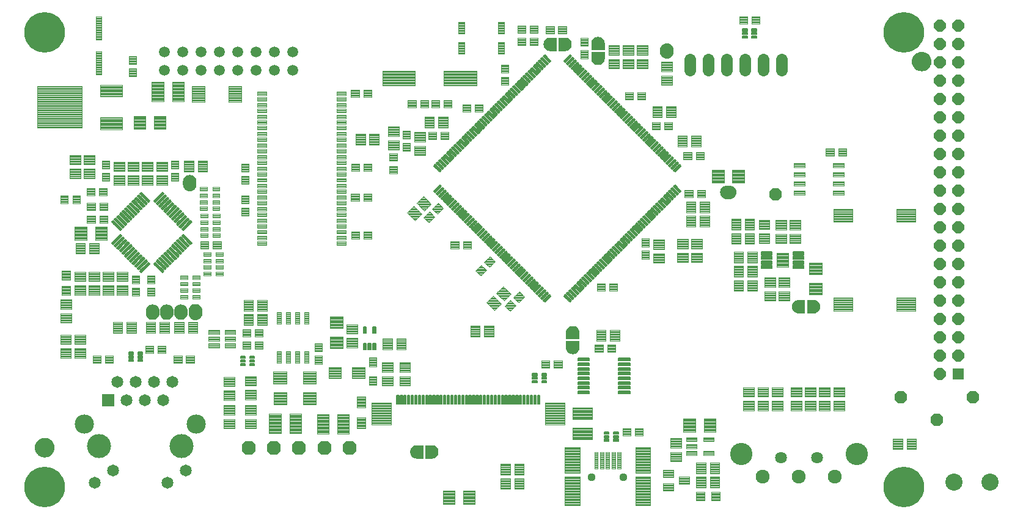
<source format=gts>
G75*
%MOIN*%
%OFA0B0*%
%FSLAX25Y25*%
%IPPOS*%
%LPD*%
%AMOC8*
5,1,8,0,0,1.08239X$1,22.5*
%
%ADD10C,0.00500*%
%ADD11C,0.00419*%
%ADD12C,0.00449*%
%ADD13C,0.00572*%
%ADD14C,0.00444*%
%ADD15C,0.00408*%
%ADD16OC8,0.06996*%
%ADD17C,0.00455*%
%ADD18C,0.00467*%
%ADD19C,0.00455*%
%ADD20C,0.00100*%
%ADD21R,0.06406X0.06406*%
%ADD22OC8,0.06406*%
%ADD23C,0.05900*%
%ADD24OC8,0.07587*%
%ADD25C,0.07587*%
%ADD26C,0.06406*%
%ADD27C,0.12161*%
%ADD28C,0.00418*%
%ADD29C,0.06500*%
%ADD30R,0.06500X0.06500*%
%ADD31C,0.13098*%
%ADD32C,0.10500*%
%ADD33C,0.00494*%
%ADD34C,0.00573*%
%ADD35C,0.00576*%
%ADD36C,0.00487*%
%ADD37C,0.00519*%
%ADD38C,0.00448*%
%ADD39C,0.00445*%
%ADD40C,0.00432*%
%ADD41C,0.00486*%
%ADD42C,0.00528*%
%ADD43C,0.00402*%
%ADD44C,0.04437*%
%ADD45C,0.00429*%
%ADD46C,0.09358*%
%ADD47C,0.06406*%
%ADD48C,0.00545*%
%ADD49C,0.00445*%
%ADD50C,0.22154*%
D10*
X0036950Y0186402D02*
X0037664Y0185902D01*
X0038454Y0185534D01*
X0039296Y0185308D01*
X0040164Y0185232D01*
X0041032Y0185308D01*
X0041874Y0185534D01*
X0042664Y0185902D01*
X0043378Y0186402D01*
X0043994Y0187018D01*
X0044494Y0187732D01*
X0044862Y0188522D01*
X0045088Y0189364D01*
X0045164Y0190232D01*
X0045088Y0191101D01*
X0044862Y0191942D01*
X0044494Y0192732D01*
X0043994Y0193446D01*
X0043378Y0194062D01*
X0042664Y0194562D01*
X0041874Y0194931D01*
X0041032Y0195156D01*
X0040164Y0195232D01*
X0039296Y0195156D01*
X0038454Y0194931D01*
X0037664Y0194562D01*
X0036950Y0194062D01*
X0036334Y0193446D01*
X0035834Y0192732D01*
X0035465Y0191942D01*
X0035240Y0191101D01*
X0035164Y0190232D01*
X0035240Y0189364D01*
X0035465Y0188522D01*
X0035834Y0187732D01*
X0036334Y0187018D01*
X0036950Y0186402D01*
X0037231Y0186205D02*
X0043097Y0186205D01*
X0043680Y0186704D02*
X0036648Y0186704D01*
X0036205Y0187202D02*
X0044123Y0187202D01*
X0044472Y0187701D02*
X0035856Y0187701D01*
X0035616Y0188199D02*
X0044712Y0188199D01*
X0044909Y0188698D02*
X0035418Y0188698D01*
X0035285Y0189196D02*
X0045043Y0189196D01*
X0045117Y0189695D02*
X0035211Y0189695D01*
X0035167Y0190194D02*
X0045161Y0190194D01*
X0045124Y0190692D02*
X0035204Y0190692D01*
X0035264Y0191191D02*
X0045064Y0191191D01*
X0044930Y0191689D02*
X0035398Y0191689D01*
X0035580Y0192188D02*
X0044748Y0192188D01*
X0044516Y0192686D02*
X0035812Y0192686D01*
X0036150Y0193185D02*
X0044177Y0193185D01*
X0043757Y0193683D02*
X0036571Y0193683D01*
X0037120Y0194182D02*
X0043208Y0194182D01*
X0042411Y0194680D02*
X0037916Y0194680D01*
X0039551Y0195179D02*
X0040777Y0195179D01*
X0042245Y0185707D02*
X0038083Y0185707D01*
X0513812Y0399152D02*
X0513586Y0399994D01*
X0513510Y0400862D01*
X0513586Y0401730D01*
X0513812Y0402572D01*
X0514180Y0403362D01*
X0514680Y0404076D01*
X0515296Y0404692D01*
X0516010Y0405192D01*
X0516800Y0405561D01*
X0517642Y0405786D01*
X0518510Y0405862D01*
X0519379Y0405786D01*
X0520220Y0405561D01*
X0521010Y0405192D01*
X0521724Y0404692D01*
X0522341Y0404076D01*
X0522840Y0403362D01*
X0523209Y0402572D01*
X0523434Y0401730D01*
X0523510Y0400862D01*
X0523434Y0399994D01*
X0523209Y0399152D01*
X0522840Y0398362D01*
X0522341Y0397648D01*
X0521724Y0397032D01*
X0521010Y0396532D01*
X0520220Y0396164D01*
X0519379Y0395938D01*
X0518510Y0395862D01*
X0517642Y0395938D01*
X0516800Y0396164D01*
X0516010Y0396532D01*
X0515296Y0397032D01*
X0514680Y0397648D01*
X0514180Y0398362D01*
X0513812Y0399152D01*
X0513850Y0399070D02*
X0523170Y0399070D01*
X0523320Y0399568D02*
X0513700Y0399568D01*
X0513580Y0400067D02*
X0523441Y0400067D01*
X0523484Y0400565D02*
X0513536Y0400565D01*
X0513528Y0401064D02*
X0523493Y0401064D01*
X0523449Y0401562D02*
X0513572Y0401562D01*
X0513675Y0402061D02*
X0523346Y0402061D01*
X0523212Y0402559D02*
X0513808Y0402559D01*
X0514038Y0403058D02*
X0522982Y0403058D01*
X0522705Y0403556D02*
X0514316Y0403556D01*
X0514665Y0404055D02*
X0522355Y0404055D01*
X0521863Y0404553D02*
X0515157Y0404553D01*
X0515810Y0405052D02*
X0521211Y0405052D01*
X0520242Y0405550D02*
X0516778Y0405550D01*
X0514083Y0398571D02*
X0522938Y0398571D01*
X0522638Y0398073D02*
X0514383Y0398073D01*
X0514754Y0397574D02*
X0522267Y0397574D01*
X0521768Y0397076D02*
X0515253Y0397076D01*
X0515946Y0396577D02*
X0521075Y0396577D01*
X0519903Y0396079D02*
X0517118Y0396079D01*
D11*
X0275701Y0387821D02*
X0257903Y0387821D01*
X0257903Y0395777D01*
X0275701Y0395777D01*
X0275701Y0387821D01*
X0275701Y0388239D02*
X0257903Y0388239D01*
X0257903Y0388657D02*
X0275701Y0388657D01*
X0275701Y0389075D02*
X0257903Y0389075D01*
X0257903Y0389493D02*
X0275701Y0389493D01*
X0275701Y0389911D02*
X0257903Y0389911D01*
X0257903Y0390329D02*
X0275701Y0390329D01*
X0275701Y0390747D02*
X0257903Y0390747D01*
X0257903Y0391165D02*
X0275701Y0391165D01*
X0275701Y0391583D02*
X0257903Y0391583D01*
X0257903Y0392001D02*
X0275701Y0392001D01*
X0275701Y0392419D02*
X0257903Y0392419D01*
X0257903Y0392837D02*
X0275701Y0392837D01*
X0275701Y0393255D02*
X0257903Y0393255D01*
X0257903Y0393673D02*
X0275701Y0393673D01*
X0275701Y0394091D02*
X0257903Y0394091D01*
X0257903Y0394509D02*
X0275701Y0394509D01*
X0275701Y0394927D02*
X0257903Y0394927D01*
X0257903Y0395345D02*
X0275701Y0395345D01*
X0275701Y0395763D02*
X0257903Y0395763D01*
X0242236Y0387821D02*
X0224438Y0387821D01*
X0224438Y0395777D01*
X0242236Y0395777D01*
X0242236Y0387821D01*
X0242236Y0388239D02*
X0224438Y0388239D01*
X0224438Y0388657D02*
X0242236Y0388657D01*
X0242236Y0389075D02*
X0224438Y0389075D01*
X0224438Y0389493D02*
X0242236Y0389493D01*
X0242236Y0389911D02*
X0224438Y0389911D01*
X0224438Y0390329D02*
X0242236Y0390329D01*
X0242236Y0390747D02*
X0224438Y0390747D01*
X0224438Y0391165D02*
X0242236Y0391165D01*
X0242236Y0391583D02*
X0224438Y0391583D01*
X0224438Y0392001D02*
X0242236Y0392001D01*
X0242236Y0392419D02*
X0224438Y0392419D01*
X0224438Y0392837D02*
X0242236Y0392837D01*
X0242236Y0393255D02*
X0224438Y0393255D01*
X0224438Y0393673D02*
X0242236Y0393673D01*
X0242236Y0394091D02*
X0224438Y0394091D01*
X0224438Y0394509D02*
X0242236Y0394509D01*
X0242236Y0394927D02*
X0224438Y0394927D01*
X0224438Y0395345D02*
X0242236Y0395345D01*
X0242236Y0395763D02*
X0224438Y0395763D01*
D12*
X0247344Y0364720D02*
X0252514Y0364720D01*
X0247344Y0364720D02*
X0247344Y0370678D01*
X0252514Y0370678D01*
X0252514Y0364720D01*
X0252514Y0365168D02*
X0247344Y0365168D01*
X0247344Y0365616D02*
X0252514Y0365616D01*
X0252514Y0366064D02*
X0247344Y0366064D01*
X0247344Y0366512D02*
X0252514Y0366512D01*
X0252514Y0366960D02*
X0247344Y0366960D01*
X0247344Y0367408D02*
X0252514Y0367408D01*
X0252514Y0367856D02*
X0247344Y0367856D01*
X0247344Y0368304D02*
X0252514Y0368304D01*
X0252514Y0368752D02*
X0247344Y0368752D01*
X0247344Y0369200D02*
X0252514Y0369200D01*
X0252514Y0369648D02*
X0247344Y0369648D01*
X0247344Y0370096D02*
X0252514Y0370096D01*
X0252514Y0370544D02*
X0247344Y0370544D01*
X0254825Y0364720D02*
X0259995Y0364720D01*
X0254825Y0364720D02*
X0254825Y0370678D01*
X0259995Y0370678D01*
X0259995Y0364720D01*
X0259995Y0365168D02*
X0254825Y0365168D01*
X0254825Y0365616D02*
X0259995Y0365616D01*
X0259995Y0366064D02*
X0254825Y0366064D01*
X0254825Y0366512D02*
X0259995Y0366512D01*
X0259995Y0366960D02*
X0254825Y0366960D01*
X0254825Y0367408D02*
X0259995Y0367408D01*
X0259995Y0367856D02*
X0254825Y0367856D01*
X0254825Y0368304D02*
X0259995Y0368304D01*
X0259995Y0368752D02*
X0254825Y0368752D01*
X0254825Y0369200D02*
X0259995Y0369200D01*
X0259995Y0369648D02*
X0254825Y0369648D01*
X0254825Y0370096D02*
X0259995Y0370096D01*
X0259995Y0370544D02*
X0254825Y0370544D01*
X0241890Y0362324D02*
X0241890Y0357154D01*
X0241890Y0362324D02*
X0247848Y0362324D01*
X0247848Y0357154D01*
X0241890Y0357154D01*
X0241890Y0357602D02*
X0247848Y0357602D01*
X0247848Y0358050D02*
X0241890Y0358050D01*
X0241890Y0358498D02*
X0247848Y0358498D01*
X0247848Y0358946D02*
X0241890Y0358946D01*
X0241890Y0359394D02*
X0247848Y0359394D01*
X0247848Y0359842D02*
X0241890Y0359842D01*
X0241890Y0360290D02*
X0247848Y0360290D01*
X0247848Y0360738D02*
X0241890Y0360738D01*
X0241890Y0361186D02*
X0247848Y0361186D01*
X0247848Y0361634D02*
X0241890Y0361634D01*
X0241890Y0362082D02*
X0247848Y0362082D01*
X0241890Y0354844D02*
X0241890Y0349674D01*
X0241890Y0354844D02*
X0247848Y0354844D01*
X0247848Y0349674D01*
X0241890Y0349674D01*
X0241890Y0350122D02*
X0247848Y0350122D01*
X0247848Y0350570D02*
X0241890Y0350570D01*
X0241890Y0351018D02*
X0247848Y0351018D01*
X0247848Y0351466D02*
X0241890Y0351466D01*
X0241890Y0351914D02*
X0247848Y0351914D01*
X0247848Y0352362D02*
X0241890Y0352362D01*
X0241890Y0352810D02*
X0247848Y0352810D01*
X0247848Y0353258D02*
X0241890Y0353258D01*
X0241890Y0353706D02*
X0247848Y0353706D01*
X0247848Y0354154D02*
X0241890Y0354154D01*
X0241890Y0354602D02*
X0247848Y0354602D01*
X0233348Y0352724D02*
X0233348Y0357894D01*
X0233348Y0352724D02*
X0227390Y0352724D01*
X0227390Y0357894D01*
X0233348Y0357894D01*
X0233348Y0353172D02*
X0227390Y0353172D01*
X0227390Y0353620D02*
X0233348Y0353620D01*
X0233348Y0354068D02*
X0227390Y0354068D01*
X0227390Y0354516D02*
X0233348Y0354516D01*
X0233348Y0354964D02*
X0227390Y0354964D01*
X0227390Y0355412D02*
X0233348Y0355412D01*
X0233348Y0355860D02*
X0227390Y0355860D01*
X0227390Y0356308D02*
X0233348Y0356308D01*
X0233348Y0356756D02*
X0227390Y0356756D01*
X0227390Y0357204D02*
X0233348Y0357204D01*
X0233348Y0357652D02*
X0227390Y0357652D01*
X0233348Y0360204D02*
X0233348Y0365374D01*
X0233348Y0360204D02*
X0227390Y0360204D01*
X0227390Y0365374D01*
X0233348Y0365374D01*
X0233348Y0360652D02*
X0227390Y0360652D01*
X0227390Y0361100D02*
X0233348Y0361100D01*
X0233348Y0361548D02*
X0227390Y0361548D01*
X0227390Y0361996D02*
X0233348Y0361996D01*
X0233348Y0362444D02*
X0227390Y0362444D01*
X0227390Y0362892D02*
X0233348Y0362892D01*
X0233348Y0363340D02*
X0227390Y0363340D01*
X0227390Y0363788D02*
X0233348Y0363788D01*
X0233348Y0364236D02*
X0227390Y0364236D01*
X0227390Y0364684D02*
X0233348Y0364684D01*
X0233348Y0365132D02*
X0227390Y0365132D01*
X0222445Y0361278D02*
X0217275Y0361278D01*
X0222445Y0361278D02*
X0222445Y0355320D01*
X0217275Y0355320D01*
X0217275Y0361278D01*
X0217275Y0355768D02*
X0222445Y0355768D01*
X0222445Y0356216D02*
X0217275Y0356216D01*
X0217275Y0356664D02*
X0222445Y0356664D01*
X0222445Y0357112D02*
X0217275Y0357112D01*
X0217275Y0357560D02*
X0222445Y0357560D01*
X0222445Y0358008D02*
X0217275Y0358008D01*
X0217275Y0358456D02*
X0222445Y0358456D01*
X0222445Y0358904D02*
X0217275Y0358904D01*
X0217275Y0359352D02*
X0222445Y0359352D01*
X0222445Y0359800D02*
X0217275Y0359800D01*
X0217275Y0360248D02*
X0222445Y0360248D01*
X0222445Y0360696D02*
X0217275Y0360696D01*
X0217275Y0361144D02*
X0222445Y0361144D01*
X0214964Y0361278D02*
X0209794Y0361278D01*
X0214964Y0361278D02*
X0214964Y0355320D01*
X0209794Y0355320D01*
X0209794Y0361278D01*
X0209794Y0355768D02*
X0214964Y0355768D01*
X0214964Y0356216D02*
X0209794Y0356216D01*
X0209794Y0356664D02*
X0214964Y0356664D01*
X0214964Y0357112D02*
X0209794Y0357112D01*
X0209794Y0357560D02*
X0214964Y0357560D01*
X0214964Y0358008D02*
X0209794Y0358008D01*
X0209794Y0358456D02*
X0214964Y0358456D01*
X0214964Y0358904D02*
X0209794Y0358904D01*
X0209794Y0359352D02*
X0214964Y0359352D01*
X0214964Y0359800D02*
X0209794Y0359800D01*
X0209794Y0360248D02*
X0214964Y0360248D01*
X0214964Y0360696D02*
X0209794Y0360696D01*
X0209794Y0361144D02*
X0214964Y0361144D01*
X0250948Y0323116D02*
X0247292Y0319460D01*
X0243080Y0323672D01*
X0246736Y0327328D01*
X0250948Y0323116D01*
X0247740Y0319908D02*
X0246844Y0319908D01*
X0246396Y0320356D02*
X0248188Y0320356D01*
X0248636Y0320804D02*
X0245948Y0320804D01*
X0245500Y0321252D02*
X0249084Y0321252D01*
X0249532Y0321700D02*
X0245052Y0321700D01*
X0244604Y0322148D02*
X0249980Y0322148D01*
X0250428Y0322596D02*
X0244156Y0322596D01*
X0243708Y0323044D02*
X0250876Y0323044D01*
X0250572Y0323492D02*
X0243260Y0323492D01*
X0243348Y0323940D02*
X0250124Y0323940D01*
X0249676Y0324388D02*
X0243796Y0324388D01*
X0244244Y0324836D02*
X0249228Y0324836D01*
X0248780Y0325284D02*
X0244692Y0325284D01*
X0245140Y0325732D02*
X0248332Y0325732D01*
X0247884Y0326180D02*
X0245588Y0326180D01*
X0246036Y0326628D02*
X0247436Y0326628D01*
X0246988Y0327076D02*
X0246484Y0327076D01*
X0245659Y0317827D02*
X0242003Y0314171D01*
X0237791Y0318383D01*
X0241447Y0322039D01*
X0245659Y0317827D01*
X0242451Y0314619D02*
X0241555Y0314619D01*
X0241107Y0315067D02*
X0242899Y0315067D01*
X0243347Y0315515D02*
X0240659Y0315515D01*
X0240211Y0315963D02*
X0243795Y0315963D01*
X0244243Y0316411D02*
X0239763Y0316411D01*
X0239315Y0316859D02*
X0244691Y0316859D01*
X0245139Y0317307D02*
X0238867Y0317307D01*
X0238419Y0317755D02*
X0245587Y0317755D01*
X0245283Y0318203D02*
X0237971Y0318203D01*
X0238059Y0318651D02*
X0244835Y0318651D01*
X0244387Y0319099D02*
X0238507Y0319099D01*
X0238955Y0319547D02*
X0243939Y0319547D01*
X0243491Y0319995D02*
X0239403Y0319995D01*
X0239851Y0320443D02*
X0243043Y0320443D01*
X0242595Y0320891D02*
X0240299Y0320891D01*
X0240747Y0321339D02*
X0242147Y0321339D01*
X0241699Y0321787D02*
X0241195Y0321787D01*
X0286580Y0274572D02*
X0290236Y0278228D01*
X0294448Y0274016D01*
X0290792Y0270360D01*
X0286580Y0274572D01*
X0290344Y0270808D02*
X0291240Y0270808D01*
X0291688Y0271256D02*
X0289896Y0271256D01*
X0289448Y0271704D02*
X0292136Y0271704D01*
X0292584Y0272152D02*
X0289000Y0272152D01*
X0288552Y0272600D02*
X0293032Y0272600D01*
X0293480Y0273048D02*
X0288104Y0273048D01*
X0287656Y0273496D02*
X0293928Y0273496D01*
X0294376Y0273944D02*
X0287208Y0273944D01*
X0286760Y0274392D02*
X0294072Y0274392D01*
X0293624Y0274840D02*
X0286848Y0274840D01*
X0287296Y0275288D02*
X0293176Y0275288D01*
X0292728Y0275736D02*
X0287744Y0275736D01*
X0288192Y0276184D02*
X0292280Y0276184D01*
X0291832Y0276632D02*
X0288640Y0276632D01*
X0289088Y0277080D02*
X0291384Y0277080D01*
X0290936Y0277528D02*
X0289536Y0277528D01*
X0289984Y0277976D02*
X0290488Y0277976D01*
X0284947Y0272939D02*
X0281291Y0269283D01*
X0284947Y0272939D02*
X0289159Y0268727D01*
X0285503Y0265071D01*
X0281291Y0269283D01*
X0285055Y0265519D02*
X0285951Y0265519D01*
X0286399Y0265967D02*
X0284607Y0265967D01*
X0284159Y0266415D02*
X0286847Y0266415D01*
X0287295Y0266863D02*
X0283711Y0266863D01*
X0283263Y0267311D02*
X0287743Y0267311D01*
X0288191Y0267759D02*
X0282815Y0267759D01*
X0282367Y0268207D02*
X0288639Y0268207D01*
X0289087Y0268655D02*
X0281919Y0268655D01*
X0281471Y0269103D02*
X0288783Y0269103D01*
X0288335Y0269551D02*
X0281559Y0269551D01*
X0282007Y0269999D02*
X0287887Y0269999D01*
X0287439Y0270447D02*
X0282455Y0270447D01*
X0282903Y0270895D02*
X0286991Y0270895D01*
X0286543Y0271343D02*
X0283351Y0271343D01*
X0283799Y0271791D02*
X0286095Y0271791D01*
X0285647Y0272239D02*
X0284247Y0272239D01*
X0284695Y0272687D02*
X0285199Y0272687D01*
X0285095Y0256628D02*
X0279925Y0256628D01*
X0285095Y0256628D02*
X0285095Y0250670D01*
X0279925Y0250670D01*
X0279925Y0256628D01*
X0279925Y0251118D02*
X0285095Y0251118D01*
X0285095Y0251566D02*
X0279925Y0251566D01*
X0279925Y0252014D02*
X0285095Y0252014D01*
X0285095Y0252462D02*
X0279925Y0252462D01*
X0279925Y0252910D02*
X0285095Y0252910D01*
X0285095Y0253358D02*
X0279925Y0253358D01*
X0279925Y0253806D02*
X0285095Y0253806D01*
X0285095Y0254254D02*
X0279925Y0254254D01*
X0279925Y0254702D02*
X0285095Y0254702D01*
X0285095Y0255150D02*
X0279925Y0255150D01*
X0279925Y0255598D02*
X0285095Y0255598D01*
X0285095Y0256046D02*
X0279925Y0256046D01*
X0279925Y0256494D02*
X0285095Y0256494D01*
X0277614Y0256628D02*
X0272444Y0256628D01*
X0277614Y0256628D02*
X0277614Y0250670D01*
X0272444Y0250670D01*
X0272444Y0256628D01*
X0272444Y0251118D02*
X0277614Y0251118D01*
X0277614Y0251566D02*
X0272444Y0251566D01*
X0272444Y0252014D02*
X0277614Y0252014D01*
X0277614Y0252462D02*
X0272444Y0252462D01*
X0272444Y0252910D02*
X0277614Y0252910D01*
X0277614Y0253358D02*
X0272444Y0253358D01*
X0272444Y0253806D02*
X0277614Y0253806D01*
X0277614Y0254254D02*
X0272444Y0254254D01*
X0272444Y0254702D02*
X0277614Y0254702D01*
X0277614Y0255150D02*
X0272444Y0255150D01*
X0272444Y0255598D02*
X0277614Y0255598D01*
X0277614Y0256046D02*
X0272444Y0256046D01*
X0272444Y0256494D02*
X0277614Y0256494D01*
X0237245Y0243870D02*
X0232075Y0243870D01*
X0232075Y0249828D01*
X0237245Y0249828D01*
X0237245Y0243870D01*
X0237245Y0244318D02*
X0232075Y0244318D01*
X0232075Y0244766D02*
X0237245Y0244766D01*
X0237245Y0245214D02*
X0232075Y0245214D01*
X0232075Y0245662D02*
X0237245Y0245662D01*
X0237245Y0246110D02*
X0232075Y0246110D01*
X0232075Y0246558D02*
X0237245Y0246558D01*
X0237245Y0247006D02*
X0232075Y0247006D01*
X0232075Y0247454D02*
X0237245Y0247454D01*
X0237245Y0247902D02*
X0232075Y0247902D01*
X0232075Y0248350D02*
X0237245Y0248350D01*
X0237245Y0248798D02*
X0232075Y0248798D01*
X0232075Y0249246D02*
X0237245Y0249246D01*
X0237245Y0249694D02*
X0232075Y0249694D01*
X0229764Y0243870D02*
X0224594Y0243870D01*
X0224594Y0249828D01*
X0229764Y0249828D01*
X0229764Y0243870D01*
X0229764Y0244318D02*
X0224594Y0244318D01*
X0224594Y0244766D02*
X0229764Y0244766D01*
X0229764Y0245214D02*
X0224594Y0245214D01*
X0224594Y0245662D02*
X0229764Y0245662D01*
X0229764Y0246110D02*
X0224594Y0246110D01*
X0224594Y0246558D02*
X0229764Y0246558D01*
X0229764Y0247006D02*
X0224594Y0247006D01*
X0224594Y0247454D02*
X0229764Y0247454D01*
X0229764Y0247902D02*
X0224594Y0247902D01*
X0224594Y0248350D02*
X0229764Y0248350D01*
X0229764Y0248798D02*
X0224594Y0248798D01*
X0224594Y0249246D02*
X0229764Y0249246D01*
X0229764Y0249694D02*
X0224594Y0249694D01*
X0210898Y0250044D02*
X0210898Y0244874D01*
X0204940Y0244874D01*
X0204940Y0250044D01*
X0210898Y0250044D01*
X0210898Y0245322D02*
X0204940Y0245322D01*
X0204940Y0245770D02*
X0210898Y0245770D01*
X0210898Y0246218D02*
X0204940Y0246218D01*
X0204940Y0246666D02*
X0210898Y0246666D01*
X0210898Y0247114D02*
X0204940Y0247114D01*
X0204940Y0247562D02*
X0210898Y0247562D01*
X0210898Y0248010D02*
X0204940Y0248010D01*
X0204940Y0248458D02*
X0210898Y0248458D01*
X0210898Y0248906D02*
X0204940Y0248906D01*
X0204940Y0249354D02*
X0210898Y0249354D01*
X0210898Y0249802D02*
X0204940Y0249802D01*
X0210898Y0252354D02*
X0210898Y0257524D01*
X0210898Y0252354D02*
X0204940Y0252354D01*
X0204940Y0257524D01*
X0210898Y0257524D01*
X0210898Y0252802D02*
X0204940Y0252802D01*
X0204940Y0253250D02*
X0210898Y0253250D01*
X0210898Y0253698D02*
X0204940Y0253698D01*
X0204940Y0254146D02*
X0210898Y0254146D01*
X0210898Y0254594D02*
X0204940Y0254594D01*
X0204940Y0255042D02*
X0210898Y0255042D01*
X0210898Y0255490D02*
X0204940Y0255490D01*
X0204940Y0255938D02*
X0210898Y0255938D01*
X0210898Y0256386D02*
X0204940Y0256386D01*
X0204940Y0256834D02*
X0210898Y0256834D01*
X0210898Y0257282D02*
X0204940Y0257282D01*
X0230248Y0236674D02*
X0230248Y0231504D01*
X0224290Y0231504D01*
X0224290Y0236674D01*
X0230248Y0236674D01*
X0230248Y0231952D02*
X0224290Y0231952D01*
X0224290Y0232400D02*
X0230248Y0232400D01*
X0230248Y0232848D02*
X0224290Y0232848D01*
X0224290Y0233296D02*
X0230248Y0233296D01*
X0230248Y0233744D02*
X0224290Y0233744D01*
X0224290Y0234192D02*
X0230248Y0234192D01*
X0230248Y0234640D02*
X0224290Y0234640D01*
X0224290Y0235088D02*
X0230248Y0235088D01*
X0230248Y0235536D02*
X0224290Y0235536D01*
X0224290Y0235984D02*
X0230248Y0235984D01*
X0230248Y0236432D02*
X0224290Y0236432D01*
X0230248Y0229194D02*
X0230248Y0224024D01*
X0224290Y0224024D01*
X0224290Y0229194D01*
X0230248Y0229194D01*
X0230248Y0224472D02*
X0224290Y0224472D01*
X0224290Y0224920D02*
X0230248Y0224920D01*
X0230248Y0225368D02*
X0224290Y0225368D01*
X0224290Y0225816D02*
X0230248Y0225816D01*
X0230248Y0226264D02*
X0224290Y0226264D01*
X0224290Y0226712D02*
X0230248Y0226712D01*
X0230248Y0227160D02*
X0224290Y0227160D01*
X0224290Y0227608D02*
X0230248Y0227608D01*
X0230248Y0228056D02*
X0224290Y0228056D01*
X0224290Y0228504D02*
X0230248Y0228504D01*
X0230248Y0228952D02*
X0224290Y0228952D01*
X0239598Y0229244D02*
X0239598Y0224074D01*
X0233640Y0224074D01*
X0233640Y0229244D01*
X0239598Y0229244D01*
X0239598Y0224522D02*
X0233640Y0224522D01*
X0233640Y0224970D02*
X0239598Y0224970D01*
X0239598Y0225418D02*
X0233640Y0225418D01*
X0233640Y0225866D02*
X0239598Y0225866D01*
X0239598Y0226314D02*
X0233640Y0226314D01*
X0233640Y0226762D02*
X0239598Y0226762D01*
X0239598Y0227210D02*
X0233640Y0227210D01*
X0233640Y0227658D02*
X0239598Y0227658D01*
X0239598Y0228106D02*
X0233640Y0228106D01*
X0233640Y0228554D02*
X0239598Y0228554D01*
X0239598Y0229002D02*
X0233640Y0229002D01*
X0239598Y0231554D02*
X0239598Y0236724D01*
X0239598Y0231554D02*
X0233640Y0231554D01*
X0233640Y0236724D01*
X0239598Y0236724D01*
X0239598Y0232002D02*
X0233640Y0232002D01*
X0233640Y0232450D02*
X0239598Y0232450D01*
X0239598Y0232898D02*
X0233640Y0232898D01*
X0233640Y0233346D02*
X0239598Y0233346D01*
X0239598Y0233794D02*
X0233640Y0233794D01*
X0233640Y0234242D02*
X0239598Y0234242D01*
X0239598Y0234690D02*
X0233640Y0234690D01*
X0233640Y0235138D02*
X0239598Y0235138D01*
X0239598Y0235586D02*
X0233640Y0235586D01*
X0233640Y0236034D02*
X0239598Y0236034D01*
X0239598Y0236482D02*
X0233640Y0236482D01*
X0161395Y0257070D02*
X0156225Y0257070D01*
X0156225Y0263028D01*
X0161395Y0263028D01*
X0161395Y0257070D01*
X0161395Y0257518D02*
X0156225Y0257518D01*
X0156225Y0257966D02*
X0161395Y0257966D01*
X0161395Y0258414D02*
X0156225Y0258414D01*
X0156225Y0258862D02*
X0161395Y0258862D01*
X0161395Y0259310D02*
X0156225Y0259310D01*
X0156225Y0259758D02*
X0161395Y0259758D01*
X0161395Y0260206D02*
X0156225Y0260206D01*
X0156225Y0260654D02*
X0161395Y0260654D01*
X0161395Y0261102D02*
X0156225Y0261102D01*
X0156225Y0261550D02*
X0161395Y0261550D01*
X0161395Y0261998D02*
X0156225Y0261998D01*
X0156225Y0262446D02*
X0161395Y0262446D01*
X0161395Y0262894D02*
X0156225Y0262894D01*
X0156225Y0264820D02*
X0161395Y0264820D01*
X0156225Y0264820D02*
X0156225Y0270778D01*
X0161395Y0270778D01*
X0161395Y0264820D01*
X0161395Y0265268D02*
X0156225Y0265268D01*
X0156225Y0265716D02*
X0161395Y0265716D01*
X0161395Y0266164D02*
X0156225Y0266164D01*
X0156225Y0266612D02*
X0161395Y0266612D01*
X0161395Y0267060D02*
X0156225Y0267060D01*
X0156225Y0267508D02*
X0161395Y0267508D01*
X0161395Y0267956D02*
X0156225Y0267956D01*
X0156225Y0268404D02*
X0161395Y0268404D01*
X0161395Y0268852D02*
X0156225Y0268852D01*
X0156225Y0269300D02*
X0161395Y0269300D01*
X0161395Y0269748D02*
X0156225Y0269748D01*
X0156225Y0270196D02*
X0161395Y0270196D01*
X0161395Y0270644D02*
X0156225Y0270644D01*
X0153914Y0264820D02*
X0148744Y0264820D01*
X0148744Y0270778D01*
X0153914Y0270778D01*
X0153914Y0264820D01*
X0153914Y0265268D02*
X0148744Y0265268D01*
X0148744Y0265716D02*
X0153914Y0265716D01*
X0153914Y0266164D02*
X0148744Y0266164D01*
X0148744Y0266612D02*
X0153914Y0266612D01*
X0153914Y0267060D02*
X0148744Y0267060D01*
X0148744Y0267508D02*
X0153914Y0267508D01*
X0153914Y0267956D02*
X0148744Y0267956D01*
X0148744Y0268404D02*
X0153914Y0268404D01*
X0153914Y0268852D02*
X0148744Y0268852D01*
X0148744Y0269300D02*
X0153914Y0269300D01*
X0153914Y0269748D02*
X0148744Y0269748D01*
X0148744Y0270196D02*
X0153914Y0270196D01*
X0153914Y0270644D02*
X0148744Y0270644D01*
X0148744Y0257070D02*
X0153914Y0257070D01*
X0148744Y0257070D02*
X0148744Y0263028D01*
X0153914Y0263028D01*
X0153914Y0257070D01*
X0153914Y0257518D02*
X0148744Y0257518D01*
X0148744Y0257966D02*
X0153914Y0257966D01*
X0153914Y0258414D02*
X0148744Y0258414D01*
X0148744Y0258862D02*
X0153914Y0258862D01*
X0153914Y0259310D02*
X0148744Y0259310D01*
X0148744Y0259758D02*
X0153914Y0259758D01*
X0153914Y0260206D02*
X0148744Y0260206D01*
X0148744Y0260654D02*
X0153914Y0260654D01*
X0153914Y0261102D02*
X0148744Y0261102D01*
X0148744Y0261550D02*
X0153914Y0261550D01*
X0153914Y0261998D02*
X0148744Y0261998D01*
X0148744Y0262446D02*
X0153914Y0262446D01*
X0153914Y0262894D02*
X0148744Y0262894D01*
X0123495Y0258828D02*
X0118325Y0258828D01*
X0123495Y0258828D02*
X0123495Y0252870D01*
X0118325Y0252870D01*
X0118325Y0258828D01*
X0118325Y0253318D02*
X0123495Y0253318D01*
X0123495Y0253766D02*
X0118325Y0253766D01*
X0118325Y0254214D02*
X0123495Y0254214D01*
X0123495Y0254662D02*
X0118325Y0254662D01*
X0118325Y0255110D02*
X0123495Y0255110D01*
X0123495Y0255558D02*
X0118325Y0255558D01*
X0118325Y0256006D02*
X0123495Y0256006D01*
X0123495Y0256454D02*
X0118325Y0256454D01*
X0118325Y0256902D02*
X0123495Y0256902D01*
X0123495Y0257350D02*
X0118325Y0257350D01*
X0118325Y0257798D02*
X0123495Y0257798D01*
X0123495Y0258246D02*
X0118325Y0258246D01*
X0118325Y0258694D02*
X0123495Y0258694D01*
X0116014Y0258828D02*
X0110844Y0258828D01*
X0116014Y0258828D02*
X0116014Y0252870D01*
X0110844Y0252870D01*
X0110844Y0258828D01*
X0110844Y0253318D02*
X0116014Y0253318D01*
X0116014Y0253766D02*
X0110844Y0253766D01*
X0110844Y0254214D02*
X0116014Y0254214D01*
X0116014Y0254662D02*
X0110844Y0254662D01*
X0110844Y0255110D02*
X0116014Y0255110D01*
X0116014Y0255558D02*
X0110844Y0255558D01*
X0110844Y0256006D02*
X0116014Y0256006D01*
X0116014Y0256454D02*
X0110844Y0256454D01*
X0110844Y0256902D02*
X0116014Y0256902D01*
X0116014Y0257350D02*
X0110844Y0257350D01*
X0110844Y0257798D02*
X0116014Y0257798D01*
X0116014Y0258246D02*
X0110844Y0258246D01*
X0110844Y0258694D02*
X0116014Y0258694D01*
X0107995Y0252820D02*
X0102825Y0252820D01*
X0102825Y0258778D01*
X0107995Y0258778D01*
X0107995Y0252820D01*
X0107995Y0253268D02*
X0102825Y0253268D01*
X0102825Y0253716D02*
X0107995Y0253716D01*
X0107995Y0254164D02*
X0102825Y0254164D01*
X0102825Y0254612D02*
X0107995Y0254612D01*
X0107995Y0255060D02*
X0102825Y0255060D01*
X0102825Y0255508D02*
X0107995Y0255508D01*
X0107995Y0255956D02*
X0102825Y0255956D01*
X0102825Y0256404D02*
X0107995Y0256404D01*
X0107995Y0256852D02*
X0102825Y0256852D01*
X0102825Y0257300D02*
X0107995Y0257300D01*
X0107995Y0257748D02*
X0102825Y0257748D01*
X0102825Y0258196D02*
X0107995Y0258196D01*
X0107995Y0258644D02*
X0102825Y0258644D01*
X0100514Y0252820D02*
X0095344Y0252820D01*
X0095344Y0258778D01*
X0100514Y0258778D01*
X0100514Y0252820D01*
X0100514Y0253268D02*
X0095344Y0253268D01*
X0095344Y0253716D02*
X0100514Y0253716D01*
X0100514Y0254164D02*
X0095344Y0254164D01*
X0095344Y0254612D02*
X0100514Y0254612D01*
X0100514Y0255060D02*
X0095344Y0255060D01*
X0095344Y0255508D02*
X0100514Y0255508D01*
X0100514Y0255956D02*
X0095344Y0255956D01*
X0095344Y0256404D02*
X0100514Y0256404D01*
X0100514Y0256852D02*
X0095344Y0256852D01*
X0095344Y0257300D02*
X0100514Y0257300D01*
X0100514Y0257748D02*
X0095344Y0257748D01*
X0095344Y0258196D02*
X0100514Y0258196D01*
X0100514Y0258644D02*
X0095344Y0258644D01*
X0090095Y0252770D02*
X0084925Y0252770D01*
X0084925Y0258728D01*
X0090095Y0258728D01*
X0090095Y0252770D01*
X0090095Y0253218D02*
X0084925Y0253218D01*
X0084925Y0253666D02*
X0090095Y0253666D01*
X0090095Y0254114D02*
X0084925Y0254114D01*
X0084925Y0254562D02*
X0090095Y0254562D01*
X0090095Y0255010D02*
X0084925Y0255010D01*
X0084925Y0255458D02*
X0090095Y0255458D01*
X0090095Y0255906D02*
X0084925Y0255906D01*
X0084925Y0256354D02*
X0090095Y0256354D01*
X0090095Y0256802D02*
X0084925Y0256802D01*
X0084925Y0257250D02*
X0090095Y0257250D01*
X0090095Y0257698D02*
X0084925Y0257698D01*
X0084925Y0258146D02*
X0090095Y0258146D01*
X0090095Y0258594D02*
X0084925Y0258594D01*
X0082614Y0252770D02*
X0077444Y0252770D01*
X0077444Y0258728D01*
X0082614Y0258728D01*
X0082614Y0252770D01*
X0082614Y0253218D02*
X0077444Y0253218D01*
X0077444Y0253666D02*
X0082614Y0253666D01*
X0082614Y0254114D02*
X0077444Y0254114D01*
X0077444Y0254562D02*
X0082614Y0254562D01*
X0082614Y0255010D02*
X0077444Y0255010D01*
X0077444Y0255458D02*
X0082614Y0255458D01*
X0082614Y0255906D02*
X0077444Y0255906D01*
X0077444Y0256354D02*
X0082614Y0256354D01*
X0082614Y0256802D02*
X0077444Y0256802D01*
X0077444Y0257250D02*
X0082614Y0257250D01*
X0082614Y0257698D02*
X0077444Y0257698D01*
X0077444Y0258146D02*
X0082614Y0258146D01*
X0082614Y0258594D02*
X0077444Y0258594D01*
X0062398Y0251874D02*
X0062398Y0246704D01*
X0056440Y0246704D01*
X0056440Y0251874D01*
X0062398Y0251874D01*
X0062398Y0247152D02*
X0056440Y0247152D01*
X0056440Y0247600D02*
X0062398Y0247600D01*
X0062398Y0248048D02*
X0056440Y0248048D01*
X0056440Y0248496D02*
X0062398Y0248496D01*
X0062398Y0248944D02*
X0056440Y0248944D01*
X0056440Y0249392D02*
X0062398Y0249392D01*
X0062398Y0249840D02*
X0056440Y0249840D01*
X0056440Y0250288D02*
X0062398Y0250288D01*
X0062398Y0250736D02*
X0056440Y0250736D01*
X0056440Y0251184D02*
X0062398Y0251184D01*
X0062398Y0251632D02*
X0056440Y0251632D01*
X0054598Y0251874D02*
X0054598Y0246704D01*
X0048640Y0246704D01*
X0048640Y0251874D01*
X0054598Y0251874D01*
X0054598Y0247152D02*
X0048640Y0247152D01*
X0048640Y0247600D02*
X0054598Y0247600D01*
X0054598Y0248048D02*
X0048640Y0248048D01*
X0048640Y0248496D02*
X0054598Y0248496D01*
X0054598Y0248944D02*
X0048640Y0248944D01*
X0048640Y0249392D02*
X0054598Y0249392D01*
X0054598Y0249840D02*
X0048640Y0249840D01*
X0048640Y0250288D02*
X0054598Y0250288D01*
X0054598Y0250736D02*
X0048640Y0250736D01*
X0048640Y0251184D02*
X0054598Y0251184D01*
X0054598Y0251632D02*
X0048640Y0251632D01*
X0054598Y0244394D02*
X0054598Y0239224D01*
X0048640Y0239224D01*
X0048640Y0244394D01*
X0054598Y0244394D01*
X0054598Y0239672D02*
X0048640Y0239672D01*
X0048640Y0240120D02*
X0054598Y0240120D01*
X0054598Y0240568D02*
X0048640Y0240568D01*
X0048640Y0241016D02*
X0054598Y0241016D01*
X0054598Y0241464D02*
X0048640Y0241464D01*
X0048640Y0241912D02*
X0054598Y0241912D01*
X0054598Y0242360D02*
X0048640Y0242360D01*
X0048640Y0242808D02*
X0054598Y0242808D01*
X0054598Y0243256D02*
X0048640Y0243256D01*
X0048640Y0243704D02*
X0054598Y0243704D01*
X0054598Y0244152D02*
X0048640Y0244152D01*
X0062398Y0244394D02*
X0062398Y0239224D01*
X0056440Y0239224D01*
X0056440Y0244394D01*
X0062398Y0244394D01*
X0062398Y0239672D02*
X0056440Y0239672D01*
X0056440Y0240120D02*
X0062398Y0240120D01*
X0062398Y0240568D02*
X0056440Y0240568D01*
X0056440Y0241016D02*
X0062398Y0241016D01*
X0062398Y0241464D02*
X0056440Y0241464D01*
X0056440Y0241912D02*
X0062398Y0241912D01*
X0062398Y0242360D02*
X0056440Y0242360D01*
X0056440Y0242808D02*
X0062398Y0242808D01*
X0062398Y0243256D02*
X0056440Y0243256D01*
X0056440Y0243704D02*
X0062398Y0243704D01*
X0062398Y0244152D02*
X0056440Y0244152D01*
X0054648Y0258374D02*
X0054648Y0263544D01*
X0054648Y0258374D02*
X0048690Y0258374D01*
X0048690Y0263544D01*
X0054648Y0263544D01*
X0054648Y0258822D02*
X0048690Y0258822D01*
X0048690Y0259270D02*
X0054648Y0259270D01*
X0054648Y0259718D02*
X0048690Y0259718D01*
X0048690Y0260166D02*
X0054648Y0260166D01*
X0054648Y0260614D02*
X0048690Y0260614D01*
X0048690Y0261062D02*
X0054648Y0261062D01*
X0054648Y0261510D02*
X0048690Y0261510D01*
X0048690Y0261958D02*
X0054648Y0261958D01*
X0054648Y0262406D02*
X0048690Y0262406D01*
X0048690Y0262854D02*
X0054648Y0262854D01*
X0054648Y0263302D02*
X0048690Y0263302D01*
X0054648Y0265854D02*
X0054648Y0271024D01*
X0054648Y0265854D02*
X0048690Y0265854D01*
X0048690Y0271024D01*
X0054648Y0271024D01*
X0054648Y0266302D02*
X0048690Y0266302D01*
X0048690Y0266750D02*
X0054648Y0266750D01*
X0054648Y0267198D02*
X0048690Y0267198D01*
X0048690Y0267646D02*
X0054648Y0267646D01*
X0054648Y0268094D02*
X0048690Y0268094D01*
X0048690Y0268542D02*
X0054648Y0268542D01*
X0054648Y0268990D02*
X0048690Y0268990D01*
X0048690Y0269438D02*
X0054648Y0269438D01*
X0054648Y0269886D02*
X0048690Y0269886D01*
X0048690Y0270334D02*
X0054648Y0270334D01*
X0054648Y0270782D02*
X0048690Y0270782D01*
X0062298Y0273574D02*
X0062298Y0278744D01*
X0062298Y0273574D02*
X0056340Y0273574D01*
X0056340Y0278744D01*
X0062298Y0278744D01*
X0062298Y0274022D02*
X0056340Y0274022D01*
X0056340Y0274470D02*
X0062298Y0274470D01*
X0062298Y0274918D02*
X0056340Y0274918D01*
X0056340Y0275366D02*
X0062298Y0275366D01*
X0062298Y0275814D02*
X0056340Y0275814D01*
X0056340Y0276262D02*
X0062298Y0276262D01*
X0062298Y0276710D02*
X0056340Y0276710D01*
X0056340Y0277158D02*
X0062298Y0277158D01*
X0062298Y0277606D02*
X0056340Y0277606D01*
X0056340Y0278054D02*
X0062298Y0278054D01*
X0062298Y0278502D02*
X0056340Y0278502D01*
X0062298Y0281054D02*
X0062298Y0286224D01*
X0062298Y0281054D02*
X0056340Y0281054D01*
X0056340Y0286224D01*
X0062298Y0286224D01*
X0062298Y0281502D02*
X0056340Y0281502D01*
X0056340Y0281950D02*
X0062298Y0281950D01*
X0062298Y0282398D02*
X0056340Y0282398D01*
X0056340Y0282846D02*
X0062298Y0282846D01*
X0062298Y0283294D02*
X0056340Y0283294D01*
X0056340Y0283742D02*
X0062298Y0283742D01*
X0062298Y0284190D02*
X0056340Y0284190D01*
X0056340Y0284638D02*
X0062298Y0284638D01*
X0062298Y0285086D02*
X0056340Y0285086D01*
X0056340Y0285534D02*
X0062298Y0285534D01*
X0062298Y0285982D02*
X0056340Y0285982D01*
X0070048Y0286224D02*
X0070048Y0281054D01*
X0064090Y0281054D01*
X0064090Y0286224D01*
X0070048Y0286224D01*
X0070048Y0281502D02*
X0064090Y0281502D01*
X0064090Y0281950D02*
X0070048Y0281950D01*
X0070048Y0282398D02*
X0064090Y0282398D01*
X0064090Y0282846D02*
X0070048Y0282846D01*
X0070048Y0283294D02*
X0064090Y0283294D01*
X0064090Y0283742D02*
X0070048Y0283742D01*
X0070048Y0284190D02*
X0064090Y0284190D01*
X0064090Y0284638D02*
X0070048Y0284638D01*
X0070048Y0285086D02*
X0064090Y0285086D01*
X0064090Y0285534D02*
X0070048Y0285534D01*
X0070048Y0285982D02*
X0064090Y0285982D01*
X0077798Y0286224D02*
X0077798Y0281054D01*
X0071840Y0281054D01*
X0071840Y0286224D01*
X0077798Y0286224D01*
X0077798Y0281502D02*
X0071840Y0281502D01*
X0071840Y0281950D02*
X0077798Y0281950D01*
X0077798Y0282398D02*
X0071840Y0282398D01*
X0071840Y0282846D02*
X0077798Y0282846D01*
X0077798Y0283294D02*
X0071840Y0283294D01*
X0071840Y0283742D02*
X0077798Y0283742D01*
X0077798Y0284190D02*
X0071840Y0284190D01*
X0071840Y0284638D02*
X0077798Y0284638D01*
X0077798Y0285086D02*
X0071840Y0285086D01*
X0071840Y0285534D02*
X0077798Y0285534D01*
X0077798Y0285982D02*
X0071840Y0285982D01*
X0077798Y0278744D02*
X0077798Y0273574D01*
X0071840Y0273574D01*
X0071840Y0278744D01*
X0077798Y0278744D01*
X0077798Y0274022D02*
X0071840Y0274022D01*
X0071840Y0274470D02*
X0077798Y0274470D01*
X0077798Y0274918D02*
X0071840Y0274918D01*
X0071840Y0275366D02*
X0077798Y0275366D01*
X0077798Y0275814D02*
X0071840Y0275814D01*
X0071840Y0276262D02*
X0077798Y0276262D01*
X0077798Y0276710D02*
X0071840Y0276710D01*
X0071840Y0277158D02*
X0077798Y0277158D01*
X0077798Y0277606D02*
X0071840Y0277606D01*
X0071840Y0278054D02*
X0077798Y0278054D01*
X0077798Y0278502D02*
X0071840Y0278502D01*
X0070048Y0278744D02*
X0070048Y0273574D01*
X0064090Y0273574D01*
X0064090Y0278744D01*
X0070048Y0278744D01*
X0070048Y0274022D02*
X0064090Y0274022D01*
X0064090Y0274470D02*
X0070048Y0274470D01*
X0070048Y0274918D02*
X0064090Y0274918D01*
X0064090Y0275366D02*
X0070048Y0275366D01*
X0070048Y0275814D02*
X0064090Y0275814D01*
X0064090Y0276262D02*
X0070048Y0276262D01*
X0070048Y0276710D02*
X0064090Y0276710D01*
X0064090Y0277158D02*
X0070048Y0277158D01*
X0070048Y0277606D02*
X0064090Y0277606D01*
X0064090Y0278054D02*
X0070048Y0278054D01*
X0070048Y0278502D02*
X0064090Y0278502D01*
X0079590Y0278744D02*
X0079590Y0273574D01*
X0079590Y0278744D02*
X0085548Y0278744D01*
X0085548Y0273574D01*
X0079590Y0273574D01*
X0079590Y0274022D02*
X0085548Y0274022D01*
X0085548Y0274470D02*
X0079590Y0274470D01*
X0079590Y0274918D02*
X0085548Y0274918D01*
X0085548Y0275366D02*
X0079590Y0275366D01*
X0079590Y0275814D02*
X0085548Y0275814D01*
X0085548Y0276262D02*
X0079590Y0276262D01*
X0079590Y0276710D02*
X0085548Y0276710D01*
X0085548Y0277158D02*
X0079590Y0277158D01*
X0079590Y0277606D02*
X0085548Y0277606D01*
X0085548Y0278054D02*
X0079590Y0278054D01*
X0079590Y0278502D02*
X0085548Y0278502D01*
X0079590Y0281054D02*
X0079590Y0286224D01*
X0085548Y0286224D01*
X0085548Y0281054D01*
X0079590Y0281054D01*
X0079590Y0281502D02*
X0085548Y0281502D01*
X0085548Y0281950D02*
X0079590Y0281950D01*
X0079590Y0282398D02*
X0085548Y0282398D01*
X0085548Y0282846D02*
X0079590Y0282846D01*
X0079590Y0283294D02*
X0085548Y0283294D01*
X0085548Y0283742D02*
X0079590Y0283742D01*
X0079590Y0284190D02*
X0085548Y0284190D01*
X0085548Y0284638D02*
X0079590Y0284638D01*
X0079590Y0285086D02*
X0085548Y0285086D01*
X0085548Y0285534D02*
X0079590Y0285534D01*
X0079590Y0285982D02*
X0085548Y0285982D01*
X0069695Y0295920D02*
X0064525Y0295920D01*
X0064525Y0301878D01*
X0069695Y0301878D01*
X0069695Y0295920D01*
X0069695Y0296368D02*
X0064525Y0296368D01*
X0064525Y0296816D02*
X0069695Y0296816D01*
X0069695Y0297264D02*
X0064525Y0297264D01*
X0064525Y0297712D02*
X0069695Y0297712D01*
X0069695Y0298160D02*
X0064525Y0298160D01*
X0064525Y0298608D02*
X0069695Y0298608D01*
X0069695Y0299056D02*
X0064525Y0299056D01*
X0064525Y0299504D02*
X0069695Y0299504D01*
X0069695Y0299952D02*
X0064525Y0299952D01*
X0064525Y0300400D02*
X0069695Y0300400D01*
X0069695Y0300848D02*
X0064525Y0300848D01*
X0064525Y0301296D02*
X0069695Y0301296D01*
X0069695Y0301744D02*
X0064525Y0301744D01*
X0062214Y0295920D02*
X0057044Y0295920D01*
X0057044Y0301878D01*
X0062214Y0301878D01*
X0062214Y0295920D01*
X0062214Y0296368D02*
X0057044Y0296368D01*
X0057044Y0296816D02*
X0062214Y0296816D01*
X0062214Y0297264D02*
X0057044Y0297264D01*
X0057044Y0297712D02*
X0062214Y0297712D01*
X0062214Y0298160D02*
X0057044Y0298160D01*
X0057044Y0298608D02*
X0062214Y0298608D01*
X0062214Y0299056D02*
X0057044Y0299056D01*
X0057044Y0299504D02*
X0062214Y0299504D01*
X0062214Y0299952D02*
X0057044Y0299952D01*
X0057044Y0300400D02*
X0062214Y0300400D01*
X0062214Y0300848D02*
X0057044Y0300848D01*
X0057044Y0301296D02*
X0062214Y0301296D01*
X0062214Y0301744D02*
X0057044Y0301744D01*
X0053890Y0337124D02*
X0053890Y0342294D01*
X0059848Y0342294D01*
X0059848Y0337124D01*
X0053890Y0337124D01*
X0053890Y0337572D02*
X0059848Y0337572D01*
X0059848Y0338020D02*
X0053890Y0338020D01*
X0053890Y0338468D02*
X0059848Y0338468D01*
X0059848Y0338916D02*
X0053890Y0338916D01*
X0053890Y0339364D02*
X0059848Y0339364D01*
X0059848Y0339812D02*
X0053890Y0339812D01*
X0053890Y0340260D02*
X0059848Y0340260D01*
X0059848Y0340708D02*
X0053890Y0340708D01*
X0053890Y0341156D02*
X0059848Y0341156D01*
X0059848Y0341604D02*
X0053890Y0341604D01*
X0053890Y0342052D02*
X0059848Y0342052D01*
X0061590Y0342294D02*
X0061590Y0337124D01*
X0061590Y0342294D02*
X0067548Y0342294D01*
X0067548Y0337124D01*
X0061590Y0337124D01*
X0061590Y0337572D02*
X0067548Y0337572D01*
X0067548Y0338020D02*
X0061590Y0338020D01*
X0061590Y0338468D02*
X0067548Y0338468D01*
X0067548Y0338916D02*
X0061590Y0338916D01*
X0061590Y0339364D02*
X0067548Y0339364D01*
X0067548Y0339812D02*
X0061590Y0339812D01*
X0061590Y0340260D02*
X0067548Y0340260D01*
X0067548Y0340708D02*
X0061590Y0340708D01*
X0061590Y0341156D02*
X0067548Y0341156D01*
X0067548Y0341604D02*
X0061590Y0341604D01*
X0061590Y0342052D02*
X0067548Y0342052D01*
X0061590Y0344604D02*
X0061590Y0349774D01*
X0067548Y0349774D01*
X0067548Y0344604D01*
X0061590Y0344604D01*
X0061590Y0345052D02*
X0067548Y0345052D01*
X0067548Y0345500D02*
X0061590Y0345500D01*
X0061590Y0345948D02*
X0067548Y0345948D01*
X0067548Y0346396D02*
X0061590Y0346396D01*
X0061590Y0346844D02*
X0067548Y0346844D01*
X0067548Y0347292D02*
X0061590Y0347292D01*
X0061590Y0347740D02*
X0067548Y0347740D01*
X0067548Y0348188D02*
X0061590Y0348188D01*
X0061590Y0348636D02*
X0067548Y0348636D01*
X0067548Y0349084D02*
X0061590Y0349084D01*
X0061590Y0349532D02*
X0067548Y0349532D01*
X0053890Y0349774D02*
X0053890Y0344604D01*
X0053890Y0349774D02*
X0059848Y0349774D01*
X0059848Y0344604D01*
X0053890Y0344604D01*
X0053890Y0345052D02*
X0059848Y0345052D01*
X0059848Y0345500D02*
X0053890Y0345500D01*
X0053890Y0345948D02*
X0059848Y0345948D01*
X0059848Y0346396D02*
X0053890Y0346396D01*
X0053890Y0346844D02*
X0059848Y0346844D01*
X0059848Y0347292D02*
X0053890Y0347292D01*
X0053890Y0347740D02*
X0059848Y0347740D01*
X0059848Y0348188D02*
X0053890Y0348188D01*
X0053890Y0348636D02*
X0059848Y0348636D01*
X0059848Y0349084D02*
X0053890Y0349084D01*
X0053890Y0349532D02*
X0059848Y0349532D01*
X0077840Y0346124D02*
X0077840Y0340954D01*
X0077840Y0346124D02*
X0083798Y0346124D01*
X0083798Y0340954D01*
X0077840Y0340954D01*
X0077840Y0341402D02*
X0083798Y0341402D01*
X0083798Y0341850D02*
X0077840Y0341850D01*
X0077840Y0342298D02*
X0083798Y0342298D01*
X0083798Y0342746D02*
X0077840Y0342746D01*
X0077840Y0343194D02*
X0083798Y0343194D01*
X0083798Y0343642D02*
X0077840Y0343642D01*
X0077840Y0344090D02*
X0083798Y0344090D01*
X0083798Y0344538D02*
X0077840Y0344538D01*
X0077840Y0344986D02*
X0083798Y0344986D01*
X0083798Y0345434D02*
X0077840Y0345434D01*
X0077840Y0345882D02*
X0083798Y0345882D01*
X0091498Y0346124D02*
X0091498Y0340954D01*
X0085540Y0340954D01*
X0085540Y0346124D01*
X0091498Y0346124D01*
X0091498Y0341402D02*
X0085540Y0341402D01*
X0085540Y0341850D02*
X0091498Y0341850D01*
X0091498Y0342298D02*
X0085540Y0342298D01*
X0085540Y0342746D02*
X0091498Y0342746D01*
X0091498Y0343194D02*
X0085540Y0343194D01*
X0085540Y0343642D02*
X0091498Y0343642D01*
X0091498Y0344090D02*
X0085540Y0344090D01*
X0085540Y0344538D02*
X0091498Y0344538D01*
X0091498Y0344986D02*
X0085540Y0344986D01*
X0085540Y0345434D02*
X0091498Y0345434D01*
X0091498Y0345882D02*
X0085540Y0345882D01*
X0091498Y0338644D02*
X0091498Y0333474D01*
X0085540Y0333474D01*
X0085540Y0338644D01*
X0091498Y0338644D01*
X0091498Y0333922D02*
X0085540Y0333922D01*
X0085540Y0334370D02*
X0091498Y0334370D01*
X0091498Y0334818D02*
X0085540Y0334818D01*
X0085540Y0335266D02*
X0091498Y0335266D01*
X0091498Y0335714D02*
X0085540Y0335714D01*
X0085540Y0336162D02*
X0091498Y0336162D01*
X0091498Y0336610D02*
X0085540Y0336610D01*
X0085540Y0337058D02*
X0091498Y0337058D01*
X0091498Y0337506D02*
X0085540Y0337506D01*
X0085540Y0337954D02*
X0091498Y0337954D01*
X0091498Y0338402D02*
X0085540Y0338402D01*
X0077840Y0338644D02*
X0077840Y0333474D01*
X0077840Y0338644D02*
X0083798Y0338644D01*
X0083798Y0333474D01*
X0077840Y0333474D01*
X0077840Y0333922D02*
X0083798Y0333922D01*
X0083798Y0334370D02*
X0077840Y0334370D01*
X0077840Y0334818D02*
X0083798Y0334818D01*
X0083798Y0335266D02*
X0077840Y0335266D01*
X0077840Y0335714D02*
X0083798Y0335714D01*
X0083798Y0336162D02*
X0077840Y0336162D01*
X0077840Y0336610D02*
X0083798Y0336610D01*
X0083798Y0337058D02*
X0077840Y0337058D01*
X0077840Y0337506D02*
X0083798Y0337506D01*
X0083798Y0337954D02*
X0077840Y0337954D01*
X0077840Y0338402D02*
X0083798Y0338402D01*
X0093290Y0338644D02*
X0093290Y0333474D01*
X0093290Y0338644D02*
X0099248Y0338644D01*
X0099248Y0333474D01*
X0093290Y0333474D01*
X0093290Y0333922D02*
X0099248Y0333922D01*
X0099248Y0334370D02*
X0093290Y0334370D01*
X0093290Y0334818D02*
X0099248Y0334818D01*
X0099248Y0335266D02*
X0093290Y0335266D01*
X0093290Y0335714D02*
X0099248Y0335714D01*
X0099248Y0336162D02*
X0093290Y0336162D01*
X0093290Y0336610D02*
X0099248Y0336610D01*
X0099248Y0337058D02*
X0093290Y0337058D01*
X0093290Y0337506D02*
X0099248Y0337506D01*
X0099248Y0337954D02*
X0093290Y0337954D01*
X0093290Y0338402D02*
X0099248Y0338402D01*
X0106998Y0338644D02*
X0106998Y0333474D01*
X0101040Y0333474D01*
X0101040Y0338644D01*
X0106998Y0338644D01*
X0106998Y0333922D02*
X0101040Y0333922D01*
X0101040Y0334370D02*
X0106998Y0334370D01*
X0106998Y0334818D02*
X0101040Y0334818D01*
X0101040Y0335266D02*
X0106998Y0335266D01*
X0106998Y0335714D02*
X0101040Y0335714D01*
X0101040Y0336162D02*
X0106998Y0336162D01*
X0106998Y0336610D02*
X0101040Y0336610D01*
X0101040Y0337058D02*
X0106998Y0337058D01*
X0106998Y0337506D02*
X0101040Y0337506D01*
X0101040Y0337954D02*
X0106998Y0337954D01*
X0106998Y0338402D02*
X0101040Y0338402D01*
X0106998Y0340954D02*
X0106998Y0346124D01*
X0106998Y0340954D02*
X0101040Y0340954D01*
X0101040Y0346124D01*
X0106998Y0346124D01*
X0106998Y0341402D02*
X0101040Y0341402D01*
X0101040Y0341850D02*
X0106998Y0341850D01*
X0106998Y0342298D02*
X0101040Y0342298D01*
X0101040Y0342746D02*
X0106998Y0342746D01*
X0106998Y0343194D02*
X0101040Y0343194D01*
X0101040Y0343642D02*
X0106998Y0343642D01*
X0106998Y0344090D02*
X0101040Y0344090D01*
X0101040Y0344538D02*
X0106998Y0344538D01*
X0106998Y0344986D02*
X0101040Y0344986D01*
X0101040Y0345434D02*
X0106998Y0345434D01*
X0106998Y0345882D02*
X0101040Y0345882D01*
X0093290Y0346124D02*
X0093290Y0340954D01*
X0093290Y0346124D02*
X0099248Y0346124D01*
X0099248Y0340954D01*
X0093290Y0340954D01*
X0093290Y0341402D02*
X0099248Y0341402D01*
X0099248Y0341850D02*
X0093290Y0341850D01*
X0093290Y0342298D02*
X0099248Y0342298D01*
X0099248Y0342746D02*
X0093290Y0342746D01*
X0093290Y0343194D02*
X0099248Y0343194D01*
X0099248Y0343642D02*
X0093290Y0343642D01*
X0093290Y0344090D02*
X0099248Y0344090D01*
X0099248Y0344538D02*
X0093290Y0344538D01*
X0093290Y0344986D02*
X0099248Y0344986D01*
X0099248Y0345434D02*
X0093290Y0345434D01*
X0093290Y0345882D02*
X0099248Y0345882D01*
X0116194Y0346628D02*
X0121364Y0346628D01*
X0121364Y0340670D01*
X0116194Y0340670D01*
X0116194Y0346628D01*
X0116194Y0341118D02*
X0121364Y0341118D01*
X0121364Y0341566D02*
X0116194Y0341566D01*
X0116194Y0342014D02*
X0121364Y0342014D01*
X0121364Y0342462D02*
X0116194Y0342462D01*
X0116194Y0342910D02*
X0121364Y0342910D01*
X0121364Y0343358D02*
X0116194Y0343358D01*
X0116194Y0343806D02*
X0121364Y0343806D01*
X0121364Y0344254D02*
X0116194Y0344254D01*
X0116194Y0344702D02*
X0121364Y0344702D01*
X0121364Y0345150D02*
X0116194Y0345150D01*
X0116194Y0345598D02*
X0121364Y0345598D01*
X0121364Y0346046D02*
X0116194Y0346046D01*
X0116194Y0346494D02*
X0121364Y0346494D01*
X0123675Y0346628D02*
X0128845Y0346628D01*
X0128845Y0340670D01*
X0123675Y0340670D01*
X0123675Y0346628D01*
X0123675Y0341118D02*
X0128845Y0341118D01*
X0128845Y0341566D02*
X0123675Y0341566D01*
X0123675Y0342014D02*
X0128845Y0342014D01*
X0128845Y0342462D02*
X0123675Y0342462D01*
X0123675Y0342910D02*
X0128845Y0342910D01*
X0128845Y0343358D02*
X0123675Y0343358D01*
X0123675Y0343806D02*
X0128845Y0343806D01*
X0128845Y0344254D02*
X0123675Y0344254D01*
X0123675Y0344702D02*
X0128845Y0344702D01*
X0128845Y0345150D02*
X0123675Y0345150D01*
X0123675Y0345598D02*
X0128845Y0345598D01*
X0128845Y0346046D02*
X0123675Y0346046D01*
X0123675Y0346494D02*
X0128845Y0346494D01*
X0143798Y0228874D02*
X0143798Y0223704D01*
X0137840Y0223704D01*
X0137840Y0228874D01*
X0143798Y0228874D01*
X0143798Y0224152D02*
X0137840Y0224152D01*
X0137840Y0224600D02*
X0143798Y0224600D01*
X0143798Y0225048D02*
X0137840Y0225048D01*
X0137840Y0225496D02*
X0143798Y0225496D01*
X0143798Y0225944D02*
X0137840Y0225944D01*
X0137840Y0226392D02*
X0143798Y0226392D01*
X0143798Y0226840D02*
X0137840Y0226840D01*
X0137840Y0227288D02*
X0143798Y0227288D01*
X0143798Y0227736D02*
X0137840Y0227736D01*
X0137840Y0228184D02*
X0143798Y0228184D01*
X0143798Y0228632D02*
X0137840Y0228632D01*
X0143798Y0221394D02*
X0143798Y0216224D01*
X0137840Y0216224D01*
X0137840Y0221394D01*
X0143798Y0221394D01*
X0143798Y0216672D02*
X0137840Y0216672D01*
X0137840Y0217120D02*
X0143798Y0217120D01*
X0143798Y0217568D02*
X0137840Y0217568D01*
X0137840Y0218016D02*
X0143798Y0218016D01*
X0143798Y0218464D02*
X0137840Y0218464D01*
X0137840Y0218912D02*
X0143798Y0218912D01*
X0143798Y0219360D02*
X0137840Y0219360D01*
X0137840Y0219808D02*
X0143798Y0219808D01*
X0143798Y0220256D02*
X0137840Y0220256D01*
X0137840Y0220704D02*
X0143798Y0220704D01*
X0143798Y0221152D02*
X0137840Y0221152D01*
X0143798Y0213374D02*
X0143798Y0208204D01*
X0137840Y0208204D01*
X0137840Y0213374D01*
X0143798Y0213374D01*
X0143798Y0208652D02*
X0137840Y0208652D01*
X0137840Y0209100D02*
X0143798Y0209100D01*
X0143798Y0209548D02*
X0137840Y0209548D01*
X0137840Y0209996D02*
X0143798Y0209996D01*
X0143798Y0210444D02*
X0137840Y0210444D01*
X0137840Y0210892D02*
X0143798Y0210892D01*
X0143798Y0211340D02*
X0137840Y0211340D01*
X0137840Y0211788D02*
X0143798Y0211788D01*
X0143798Y0212236D02*
X0137840Y0212236D01*
X0137840Y0212684D02*
X0143798Y0212684D01*
X0143798Y0213132D02*
X0137840Y0213132D01*
X0143798Y0205894D02*
X0143798Y0200724D01*
X0137840Y0200724D01*
X0137840Y0205894D01*
X0143798Y0205894D01*
X0143798Y0201172D02*
X0137840Y0201172D01*
X0137840Y0201620D02*
X0143798Y0201620D01*
X0143798Y0202068D02*
X0137840Y0202068D01*
X0137840Y0202516D02*
X0143798Y0202516D01*
X0143798Y0202964D02*
X0137840Y0202964D01*
X0137840Y0203412D02*
X0143798Y0203412D01*
X0143798Y0203860D02*
X0137840Y0203860D01*
X0137840Y0204308D02*
X0143798Y0204308D01*
X0143798Y0204756D02*
X0137840Y0204756D01*
X0137840Y0205204D02*
X0143798Y0205204D01*
X0143798Y0205652D02*
X0137840Y0205652D01*
X0155548Y0205894D02*
X0155548Y0200724D01*
X0149590Y0200724D01*
X0149590Y0205894D01*
X0155548Y0205894D01*
X0155548Y0201172D02*
X0149590Y0201172D01*
X0149590Y0201620D02*
X0155548Y0201620D01*
X0155548Y0202068D02*
X0149590Y0202068D01*
X0149590Y0202516D02*
X0155548Y0202516D01*
X0155548Y0202964D02*
X0149590Y0202964D01*
X0149590Y0203412D02*
X0155548Y0203412D01*
X0155548Y0203860D02*
X0149590Y0203860D01*
X0149590Y0204308D02*
X0155548Y0204308D01*
X0155548Y0204756D02*
X0149590Y0204756D01*
X0149590Y0205204D02*
X0155548Y0205204D01*
X0155548Y0205652D02*
X0149590Y0205652D01*
X0155548Y0208204D02*
X0155548Y0213374D01*
X0155548Y0208204D02*
X0149590Y0208204D01*
X0149590Y0213374D01*
X0155548Y0213374D01*
X0155548Y0208652D02*
X0149590Y0208652D01*
X0149590Y0209100D02*
X0155548Y0209100D01*
X0155548Y0209548D02*
X0149590Y0209548D01*
X0149590Y0209996D02*
X0155548Y0209996D01*
X0155548Y0210444D02*
X0149590Y0210444D01*
X0149590Y0210892D02*
X0155548Y0210892D01*
X0155548Y0211340D02*
X0149590Y0211340D01*
X0149590Y0211788D02*
X0155548Y0211788D01*
X0155548Y0212236D02*
X0149590Y0212236D01*
X0149590Y0212684D02*
X0155548Y0212684D01*
X0155548Y0213132D02*
X0149590Y0213132D01*
X0155548Y0216474D02*
X0155548Y0221644D01*
X0155548Y0216474D02*
X0149590Y0216474D01*
X0149590Y0221644D01*
X0155548Y0221644D01*
X0155548Y0216922D02*
X0149590Y0216922D01*
X0149590Y0217370D02*
X0155548Y0217370D01*
X0155548Y0217818D02*
X0149590Y0217818D01*
X0149590Y0218266D02*
X0155548Y0218266D01*
X0155548Y0218714D02*
X0149590Y0218714D01*
X0149590Y0219162D02*
X0155548Y0219162D01*
X0155548Y0219610D02*
X0149590Y0219610D01*
X0149590Y0220058D02*
X0155548Y0220058D01*
X0155548Y0220506D02*
X0149590Y0220506D01*
X0149590Y0220954D02*
X0155548Y0220954D01*
X0155548Y0221402D02*
X0149590Y0221402D01*
X0155548Y0223954D02*
X0155548Y0229124D01*
X0155548Y0223954D02*
X0149590Y0223954D01*
X0149590Y0229124D01*
X0155548Y0229124D01*
X0155548Y0224402D02*
X0149590Y0224402D01*
X0149590Y0224850D02*
X0155548Y0224850D01*
X0155548Y0225298D02*
X0149590Y0225298D01*
X0149590Y0225746D02*
X0155548Y0225746D01*
X0155548Y0226194D02*
X0149590Y0226194D01*
X0149590Y0226642D02*
X0155548Y0226642D01*
X0155548Y0227090D02*
X0149590Y0227090D01*
X0149590Y0227538D02*
X0155548Y0227538D01*
X0155548Y0227986D02*
X0149590Y0227986D01*
X0149590Y0228434D02*
X0155548Y0228434D01*
X0155548Y0228882D02*
X0149590Y0228882D01*
X0288894Y0181278D02*
X0294064Y0181278D01*
X0294064Y0175320D01*
X0288894Y0175320D01*
X0288894Y0181278D01*
X0288894Y0175768D02*
X0294064Y0175768D01*
X0294064Y0176216D02*
X0288894Y0176216D01*
X0288894Y0176664D02*
X0294064Y0176664D01*
X0294064Y0177112D02*
X0288894Y0177112D01*
X0288894Y0177560D02*
X0294064Y0177560D01*
X0294064Y0178008D02*
X0288894Y0178008D01*
X0288894Y0178456D02*
X0294064Y0178456D01*
X0294064Y0178904D02*
X0288894Y0178904D01*
X0288894Y0179352D02*
X0294064Y0179352D01*
X0294064Y0179800D02*
X0288894Y0179800D01*
X0288894Y0180248D02*
X0294064Y0180248D01*
X0294064Y0180696D02*
X0288894Y0180696D01*
X0288894Y0181144D02*
X0294064Y0181144D01*
X0296375Y0181278D02*
X0301545Y0181278D01*
X0301545Y0175320D01*
X0296375Y0175320D01*
X0296375Y0181278D01*
X0296375Y0175768D02*
X0301545Y0175768D01*
X0301545Y0176216D02*
X0296375Y0176216D01*
X0296375Y0176664D02*
X0301545Y0176664D01*
X0301545Y0177112D02*
X0296375Y0177112D01*
X0296375Y0177560D02*
X0301545Y0177560D01*
X0301545Y0178008D02*
X0296375Y0178008D01*
X0296375Y0178456D02*
X0301545Y0178456D01*
X0301545Y0178904D02*
X0296375Y0178904D01*
X0296375Y0179352D02*
X0301545Y0179352D01*
X0301545Y0179800D02*
X0296375Y0179800D01*
X0296375Y0180248D02*
X0301545Y0180248D01*
X0301545Y0180696D02*
X0296375Y0180696D01*
X0296375Y0181144D02*
X0301545Y0181144D01*
X0301545Y0173578D02*
X0296375Y0173578D01*
X0301545Y0173578D02*
X0301545Y0167620D01*
X0296375Y0167620D01*
X0296375Y0173578D01*
X0296375Y0168068D02*
X0301545Y0168068D01*
X0301545Y0168516D02*
X0296375Y0168516D01*
X0296375Y0168964D02*
X0301545Y0168964D01*
X0301545Y0169412D02*
X0296375Y0169412D01*
X0296375Y0169860D02*
X0301545Y0169860D01*
X0301545Y0170308D02*
X0296375Y0170308D01*
X0296375Y0170756D02*
X0301545Y0170756D01*
X0301545Y0171204D02*
X0296375Y0171204D01*
X0296375Y0171652D02*
X0301545Y0171652D01*
X0301545Y0172100D02*
X0296375Y0172100D01*
X0296375Y0172548D02*
X0301545Y0172548D01*
X0301545Y0172996D02*
X0296375Y0172996D01*
X0296375Y0173444D02*
X0301545Y0173444D01*
X0294064Y0173578D02*
X0288894Y0173578D01*
X0294064Y0173578D02*
X0294064Y0167620D01*
X0288894Y0167620D01*
X0288894Y0173578D01*
X0288894Y0168068D02*
X0294064Y0168068D01*
X0294064Y0168516D02*
X0288894Y0168516D01*
X0288894Y0168964D02*
X0294064Y0168964D01*
X0294064Y0169412D02*
X0288894Y0169412D01*
X0288894Y0169860D02*
X0294064Y0169860D01*
X0294064Y0170308D02*
X0288894Y0170308D01*
X0288894Y0170756D02*
X0294064Y0170756D01*
X0294064Y0171204D02*
X0288894Y0171204D01*
X0288894Y0171652D02*
X0294064Y0171652D01*
X0294064Y0172100D02*
X0288894Y0172100D01*
X0288894Y0172548D02*
X0294064Y0172548D01*
X0294064Y0172996D02*
X0288894Y0172996D01*
X0288894Y0173444D02*
X0294064Y0173444D01*
X0387348Y0182674D02*
X0387348Y0187844D01*
X0387348Y0182674D02*
X0381390Y0182674D01*
X0381390Y0187844D01*
X0387348Y0187844D01*
X0387348Y0183122D02*
X0381390Y0183122D01*
X0381390Y0183570D02*
X0387348Y0183570D01*
X0387348Y0184018D02*
X0381390Y0184018D01*
X0381390Y0184466D02*
X0387348Y0184466D01*
X0387348Y0184914D02*
X0381390Y0184914D01*
X0381390Y0185362D02*
X0387348Y0185362D01*
X0387348Y0185810D02*
X0381390Y0185810D01*
X0381390Y0186258D02*
X0387348Y0186258D01*
X0387348Y0186706D02*
X0381390Y0186706D01*
X0381390Y0187154D02*
X0387348Y0187154D01*
X0387348Y0187602D02*
X0381390Y0187602D01*
X0387348Y0190154D02*
X0387348Y0195324D01*
X0387348Y0190154D02*
X0381390Y0190154D01*
X0381390Y0195324D01*
X0387348Y0195324D01*
X0387348Y0190602D02*
X0381390Y0190602D01*
X0381390Y0191050D02*
X0387348Y0191050D01*
X0387348Y0191498D02*
X0381390Y0191498D01*
X0381390Y0191946D02*
X0387348Y0191946D01*
X0387348Y0192394D02*
X0381390Y0192394D01*
X0381390Y0192842D02*
X0387348Y0192842D01*
X0387348Y0193290D02*
X0381390Y0193290D01*
X0381390Y0193738D02*
X0387348Y0193738D01*
X0387348Y0194186D02*
X0381390Y0194186D01*
X0381390Y0194634D02*
X0387348Y0194634D01*
X0387348Y0195082D02*
X0381390Y0195082D01*
X0395594Y0182078D02*
X0400764Y0182078D01*
X0400764Y0176120D01*
X0395594Y0176120D01*
X0395594Y0182078D01*
X0395594Y0176568D02*
X0400764Y0176568D01*
X0400764Y0177016D02*
X0395594Y0177016D01*
X0395594Y0177464D02*
X0400764Y0177464D01*
X0400764Y0177912D02*
X0395594Y0177912D01*
X0395594Y0178360D02*
X0400764Y0178360D01*
X0400764Y0178808D02*
X0395594Y0178808D01*
X0395594Y0179256D02*
X0400764Y0179256D01*
X0400764Y0179704D02*
X0395594Y0179704D01*
X0395594Y0180152D02*
X0400764Y0180152D01*
X0400764Y0180600D02*
X0395594Y0180600D01*
X0395594Y0181048D02*
X0400764Y0181048D01*
X0400764Y0181496D02*
X0395594Y0181496D01*
X0395594Y0181944D02*
X0400764Y0181944D01*
X0403075Y0182078D02*
X0408245Y0182078D01*
X0408245Y0176120D01*
X0403075Y0176120D01*
X0403075Y0182078D01*
X0403075Y0176568D02*
X0408245Y0176568D01*
X0408245Y0177016D02*
X0403075Y0177016D01*
X0403075Y0177464D02*
X0408245Y0177464D01*
X0408245Y0177912D02*
X0403075Y0177912D01*
X0403075Y0178360D02*
X0408245Y0178360D01*
X0408245Y0178808D02*
X0403075Y0178808D01*
X0403075Y0179256D02*
X0408245Y0179256D01*
X0408245Y0179704D02*
X0403075Y0179704D01*
X0403075Y0180152D02*
X0408245Y0180152D01*
X0408245Y0180600D02*
X0403075Y0180600D01*
X0403075Y0181048D02*
X0408245Y0181048D01*
X0408245Y0181496D02*
X0403075Y0181496D01*
X0403075Y0181944D02*
X0408245Y0181944D01*
X0408245Y0168370D02*
X0403075Y0168370D01*
X0403075Y0174328D01*
X0408245Y0174328D01*
X0408245Y0168370D01*
X0408245Y0168818D02*
X0403075Y0168818D01*
X0403075Y0169266D02*
X0408245Y0169266D01*
X0408245Y0169714D02*
X0403075Y0169714D01*
X0403075Y0170162D02*
X0408245Y0170162D01*
X0408245Y0170610D02*
X0403075Y0170610D01*
X0403075Y0171058D02*
X0408245Y0171058D01*
X0408245Y0171506D02*
X0403075Y0171506D01*
X0403075Y0171954D02*
X0408245Y0171954D01*
X0408245Y0172402D02*
X0403075Y0172402D01*
X0403075Y0172850D02*
X0408245Y0172850D01*
X0408245Y0173298D02*
X0403075Y0173298D01*
X0403075Y0173746D02*
X0408245Y0173746D01*
X0408245Y0174194D02*
X0403075Y0174194D01*
X0400764Y0168370D02*
X0395594Y0168370D01*
X0395594Y0174328D01*
X0400764Y0174328D01*
X0400764Y0168370D01*
X0400764Y0168818D02*
X0395594Y0168818D01*
X0395594Y0169266D02*
X0400764Y0169266D01*
X0400764Y0169714D02*
X0395594Y0169714D01*
X0395594Y0170162D02*
X0400764Y0170162D01*
X0400764Y0170610D02*
X0395594Y0170610D01*
X0395594Y0171058D02*
X0400764Y0171058D01*
X0400764Y0171506D02*
X0395594Y0171506D01*
X0395594Y0171954D02*
X0400764Y0171954D01*
X0400764Y0172402D02*
X0395594Y0172402D01*
X0395594Y0172850D02*
X0400764Y0172850D01*
X0400764Y0173298D02*
X0395594Y0173298D01*
X0395594Y0173746D02*
X0400764Y0173746D01*
X0400764Y0174194D02*
X0395594Y0174194D01*
X0421240Y0210524D02*
X0421240Y0215694D01*
X0427198Y0215694D01*
X0427198Y0210524D01*
X0421240Y0210524D01*
X0421240Y0210972D02*
X0427198Y0210972D01*
X0427198Y0211420D02*
X0421240Y0211420D01*
X0421240Y0211868D02*
X0427198Y0211868D01*
X0427198Y0212316D02*
X0421240Y0212316D01*
X0421240Y0212764D02*
X0427198Y0212764D01*
X0427198Y0213212D02*
X0421240Y0213212D01*
X0421240Y0213660D02*
X0427198Y0213660D01*
X0427198Y0214108D02*
X0421240Y0214108D01*
X0421240Y0214556D02*
X0427198Y0214556D01*
X0427198Y0215004D02*
X0421240Y0215004D01*
X0421240Y0215452D02*
X0427198Y0215452D01*
X0428990Y0215694D02*
X0428990Y0210524D01*
X0428990Y0215694D02*
X0434948Y0215694D01*
X0434948Y0210524D01*
X0428990Y0210524D01*
X0428990Y0210972D02*
X0434948Y0210972D01*
X0434948Y0211420D02*
X0428990Y0211420D01*
X0428990Y0211868D02*
X0434948Y0211868D01*
X0434948Y0212316D02*
X0428990Y0212316D01*
X0428990Y0212764D02*
X0434948Y0212764D01*
X0434948Y0213212D02*
X0428990Y0213212D01*
X0428990Y0213660D02*
X0434948Y0213660D01*
X0434948Y0214108D02*
X0428990Y0214108D01*
X0428990Y0214556D02*
X0434948Y0214556D01*
X0434948Y0215004D02*
X0428990Y0215004D01*
X0428990Y0215452D02*
X0434948Y0215452D01*
X0442698Y0215694D02*
X0442698Y0210524D01*
X0436740Y0210524D01*
X0436740Y0215694D01*
X0442698Y0215694D01*
X0442698Y0210972D02*
X0436740Y0210972D01*
X0436740Y0211420D02*
X0442698Y0211420D01*
X0442698Y0211868D02*
X0436740Y0211868D01*
X0436740Y0212316D02*
X0442698Y0212316D01*
X0442698Y0212764D02*
X0436740Y0212764D01*
X0436740Y0213212D02*
X0442698Y0213212D01*
X0442698Y0213660D02*
X0436740Y0213660D01*
X0436740Y0214108D02*
X0442698Y0214108D01*
X0442698Y0214556D02*
X0436740Y0214556D01*
X0436740Y0215004D02*
X0442698Y0215004D01*
X0442698Y0215452D02*
X0436740Y0215452D01*
X0442698Y0218004D02*
X0442698Y0223174D01*
X0442698Y0218004D02*
X0436740Y0218004D01*
X0436740Y0223174D01*
X0442698Y0223174D01*
X0442698Y0218452D02*
X0436740Y0218452D01*
X0436740Y0218900D02*
X0442698Y0218900D01*
X0442698Y0219348D02*
X0436740Y0219348D01*
X0436740Y0219796D02*
X0442698Y0219796D01*
X0442698Y0220244D02*
X0436740Y0220244D01*
X0436740Y0220692D02*
X0442698Y0220692D01*
X0442698Y0221140D02*
X0436740Y0221140D01*
X0436740Y0221588D02*
X0442698Y0221588D01*
X0442698Y0222036D02*
X0436740Y0222036D01*
X0436740Y0222484D02*
X0442698Y0222484D01*
X0442698Y0222932D02*
X0436740Y0222932D01*
X0428990Y0223174D02*
X0428990Y0218004D01*
X0428990Y0223174D02*
X0434948Y0223174D01*
X0434948Y0218004D01*
X0428990Y0218004D01*
X0428990Y0218452D02*
X0434948Y0218452D01*
X0434948Y0218900D02*
X0428990Y0218900D01*
X0428990Y0219348D02*
X0434948Y0219348D01*
X0434948Y0219796D02*
X0428990Y0219796D01*
X0428990Y0220244D02*
X0434948Y0220244D01*
X0434948Y0220692D02*
X0428990Y0220692D01*
X0428990Y0221140D02*
X0434948Y0221140D01*
X0434948Y0221588D02*
X0428990Y0221588D01*
X0428990Y0222036D02*
X0434948Y0222036D01*
X0434948Y0222484D02*
X0428990Y0222484D01*
X0428990Y0222932D02*
X0434948Y0222932D01*
X0421240Y0223174D02*
X0421240Y0218004D01*
X0421240Y0223174D02*
X0427198Y0223174D01*
X0427198Y0218004D01*
X0421240Y0218004D01*
X0421240Y0218452D02*
X0427198Y0218452D01*
X0427198Y0218900D02*
X0421240Y0218900D01*
X0421240Y0219348D02*
X0427198Y0219348D01*
X0427198Y0219796D02*
X0421240Y0219796D01*
X0421240Y0220244D02*
X0427198Y0220244D01*
X0427198Y0220692D02*
X0421240Y0220692D01*
X0421240Y0221140D02*
X0427198Y0221140D01*
X0427198Y0221588D02*
X0421240Y0221588D01*
X0421240Y0222036D02*
X0427198Y0222036D01*
X0427198Y0222484D02*
X0421240Y0222484D01*
X0421240Y0222932D02*
X0427198Y0222932D01*
X0447090Y0223124D02*
X0447090Y0217954D01*
X0447090Y0223124D02*
X0453048Y0223124D01*
X0453048Y0217954D01*
X0447090Y0217954D01*
X0447090Y0218402D02*
X0453048Y0218402D01*
X0453048Y0218850D02*
X0447090Y0218850D01*
X0447090Y0219298D02*
X0453048Y0219298D01*
X0453048Y0219746D02*
X0447090Y0219746D01*
X0447090Y0220194D02*
X0453048Y0220194D01*
X0453048Y0220642D02*
X0447090Y0220642D01*
X0447090Y0221090D02*
X0453048Y0221090D01*
X0453048Y0221538D02*
X0447090Y0221538D01*
X0447090Y0221986D02*
X0453048Y0221986D01*
X0453048Y0222434D02*
X0447090Y0222434D01*
X0447090Y0222882D02*
X0453048Y0222882D01*
X0454840Y0223124D02*
X0454840Y0217954D01*
X0454840Y0223124D02*
X0460798Y0223124D01*
X0460798Y0217954D01*
X0454840Y0217954D01*
X0454840Y0218402D02*
X0460798Y0218402D01*
X0460798Y0218850D02*
X0454840Y0218850D01*
X0454840Y0219298D02*
X0460798Y0219298D01*
X0460798Y0219746D02*
X0454840Y0219746D01*
X0454840Y0220194D02*
X0460798Y0220194D01*
X0460798Y0220642D02*
X0454840Y0220642D01*
X0454840Y0221090D02*
X0460798Y0221090D01*
X0460798Y0221538D02*
X0454840Y0221538D01*
X0454840Y0221986D02*
X0460798Y0221986D01*
X0460798Y0222434D02*
X0454840Y0222434D01*
X0454840Y0222882D02*
X0460798Y0222882D01*
X0462590Y0223124D02*
X0462590Y0217954D01*
X0462590Y0223124D02*
X0468548Y0223124D01*
X0468548Y0217954D01*
X0462590Y0217954D01*
X0462590Y0218402D02*
X0468548Y0218402D01*
X0468548Y0218850D02*
X0462590Y0218850D01*
X0462590Y0219298D02*
X0468548Y0219298D01*
X0468548Y0219746D02*
X0462590Y0219746D01*
X0462590Y0220194D02*
X0468548Y0220194D01*
X0468548Y0220642D02*
X0462590Y0220642D01*
X0462590Y0221090D02*
X0468548Y0221090D01*
X0468548Y0221538D02*
X0462590Y0221538D01*
X0462590Y0221986D02*
X0468548Y0221986D01*
X0468548Y0222434D02*
X0462590Y0222434D01*
X0462590Y0222882D02*
X0468548Y0222882D01*
X0470340Y0223124D02*
X0470340Y0217954D01*
X0470340Y0223124D02*
X0476298Y0223124D01*
X0476298Y0217954D01*
X0470340Y0217954D01*
X0470340Y0218402D02*
X0476298Y0218402D01*
X0476298Y0218850D02*
X0470340Y0218850D01*
X0470340Y0219298D02*
X0476298Y0219298D01*
X0476298Y0219746D02*
X0470340Y0219746D01*
X0470340Y0220194D02*
X0476298Y0220194D01*
X0476298Y0220642D02*
X0470340Y0220642D01*
X0470340Y0221090D02*
X0476298Y0221090D01*
X0476298Y0221538D02*
X0470340Y0221538D01*
X0470340Y0221986D02*
X0476298Y0221986D01*
X0476298Y0222434D02*
X0470340Y0222434D01*
X0470340Y0222882D02*
X0476298Y0222882D01*
X0470340Y0215644D02*
X0470340Y0210474D01*
X0470340Y0215644D02*
X0476298Y0215644D01*
X0476298Y0210474D01*
X0470340Y0210474D01*
X0470340Y0210922D02*
X0476298Y0210922D01*
X0476298Y0211370D02*
X0470340Y0211370D01*
X0470340Y0211818D02*
X0476298Y0211818D01*
X0476298Y0212266D02*
X0470340Y0212266D01*
X0470340Y0212714D02*
X0476298Y0212714D01*
X0476298Y0213162D02*
X0470340Y0213162D01*
X0470340Y0213610D02*
X0476298Y0213610D01*
X0476298Y0214058D02*
X0470340Y0214058D01*
X0470340Y0214506D02*
X0476298Y0214506D01*
X0476298Y0214954D02*
X0470340Y0214954D01*
X0470340Y0215402D02*
X0476298Y0215402D01*
X0462590Y0215644D02*
X0462590Y0210474D01*
X0462590Y0215644D02*
X0468548Y0215644D01*
X0468548Y0210474D01*
X0462590Y0210474D01*
X0462590Y0210922D02*
X0468548Y0210922D01*
X0468548Y0211370D02*
X0462590Y0211370D01*
X0462590Y0211818D02*
X0468548Y0211818D01*
X0468548Y0212266D02*
X0462590Y0212266D01*
X0462590Y0212714D02*
X0468548Y0212714D01*
X0468548Y0213162D02*
X0462590Y0213162D01*
X0462590Y0213610D02*
X0468548Y0213610D01*
X0468548Y0214058D02*
X0462590Y0214058D01*
X0462590Y0214506D02*
X0468548Y0214506D01*
X0468548Y0214954D02*
X0462590Y0214954D01*
X0462590Y0215402D02*
X0468548Y0215402D01*
X0454840Y0215644D02*
X0454840Y0210474D01*
X0454840Y0215644D02*
X0460798Y0215644D01*
X0460798Y0210474D01*
X0454840Y0210474D01*
X0454840Y0210922D02*
X0460798Y0210922D01*
X0460798Y0211370D02*
X0454840Y0211370D01*
X0454840Y0211818D02*
X0460798Y0211818D01*
X0460798Y0212266D02*
X0454840Y0212266D01*
X0454840Y0212714D02*
X0460798Y0212714D01*
X0460798Y0213162D02*
X0454840Y0213162D01*
X0454840Y0213610D02*
X0460798Y0213610D01*
X0460798Y0214058D02*
X0454840Y0214058D01*
X0454840Y0214506D02*
X0460798Y0214506D01*
X0460798Y0214954D02*
X0454840Y0214954D01*
X0454840Y0215402D02*
X0460798Y0215402D01*
X0447090Y0215644D02*
X0447090Y0210474D01*
X0447090Y0215644D02*
X0453048Y0215644D01*
X0453048Y0210474D01*
X0447090Y0210474D01*
X0447090Y0210922D02*
X0453048Y0210922D01*
X0453048Y0211370D02*
X0447090Y0211370D01*
X0447090Y0211818D02*
X0453048Y0211818D01*
X0453048Y0212266D02*
X0447090Y0212266D01*
X0447090Y0212714D02*
X0453048Y0212714D01*
X0453048Y0213162D02*
X0447090Y0213162D01*
X0447090Y0213610D02*
X0453048Y0213610D01*
X0453048Y0214058D02*
X0447090Y0214058D01*
X0447090Y0214506D02*
X0453048Y0214506D01*
X0453048Y0214954D02*
X0447090Y0214954D01*
X0447090Y0215402D02*
X0453048Y0215402D01*
X0502844Y0189270D02*
X0508014Y0189270D01*
X0502844Y0189270D02*
X0502844Y0195228D01*
X0508014Y0195228D01*
X0508014Y0189270D01*
X0508014Y0189718D02*
X0502844Y0189718D01*
X0502844Y0190166D02*
X0508014Y0190166D01*
X0508014Y0190614D02*
X0502844Y0190614D01*
X0502844Y0191062D02*
X0508014Y0191062D01*
X0508014Y0191510D02*
X0502844Y0191510D01*
X0502844Y0191958D02*
X0508014Y0191958D01*
X0508014Y0192406D02*
X0502844Y0192406D01*
X0502844Y0192854D02*
X0508014Y0192854D01*
X0508014Y0193302D02*
X0502844Y0193302D01*
X0502844Y0193750D02*
X0508014Y0193750D01*
X0508014Y0194198D02*
X0502844Y0194198D01*
X0502844Y0194646D02*
X0508014Y0194646D01*
X0508014Y0195094D02*
X0502844Y0195094D01*
X0510325Y0189270D02*
X0515495Y0189270D01*
X0510325Y0189270D02*
X0510325Y0195228D01*
X0515495Y0195228D01*
X0515495Y0189270D01*
X0515495Y0189718D02*
X0510325Y0189718D01*
X0510325Y0190166D02*
X0515495Y0190166D01*
X0515495Y0190614D02*
X0510325Y0190614D01*
X0510325Y0191062D02*
X0515495Y0191062D01*
X0515495Y0191510D02*
X0510325Y0191510D01*
X0510325Y0191958D02*
X0515495Y0191958D01*
X0515495Y0192406D02*
X0510325Y0192406D01*
X0510325Y0192854D02*
X0515495Y0192854D01*
X0515495Y0193302D02*
X0510325Y0193302D01*
X0510325Y0193750D02*
X0515495Y0193750D01*
X0515495Y0194198D02*
X0510325Y0194198D01*
X0510325Y0194646D02*
X0515495Y0194646D01*
X0515495Y0195094D02*
X0510325Y0195094D01*
X0440440Y0270324D02*
X0440440Y0275494D01*
X0446398Y0275494D01*
X0446398Y0270324D01*
X0440440Y0270324D01*
X0440440Y0270772D02*
X0446398Y0270772D01*
X0446398Y0271220D02*
X0440440Y0271220D01*
X0440440Y0271668D02*
X0446398Y0271668D01*
X0446398Y0272116D02*
X0440440Y0272116D01*
X0440440Y0272564D02*
X0446398Y0272564D01*
X0446398Y0273012D02*
X0440440Y0273012D01*
X0440440Y0273460D02*
X0446398Y0273460D01*
X0446398Y0273908D02*
X0440440Y0273908D01*
X0440440Y0274356D02*
X0446398Y0274356D01*
X0446398Y0274804D02*
X0440440Y0274804D01*
X0440440Y0275252D02*
X0446398Y0275252D01*
X0440440Y0277804D02*
X0440440Y0282974D01*
X0446398Y0282974D01*
X0446398Y0277804D01*
X0440440Y0277804D01*
X0440440Y0278252D02*
X0446398Y0278252D01*
X0446398Y0278700D02*
X0440440Y0278700D01*
X0440440Y0279148D02*
X0446398Y0279148D01*
X0446398Y0279596D02*
X0440440Y0279596D01*
X0440440Y0280044D02*
X0446398Y0280044D01*
X0446398Y0280492D02*
X0440440Y0280492D01*
X0440440Y0280940D02*
X0446398Y0280940D01*
X0446398Y0281388D02*
X0440440Y0281388D01*
X0440440Y0281836D02*
X0446398Y0281836D01*
X0446398Y0282284D02*
X0440440Y0282284D01*
X0440440Y0282732D02*
X0446398Y0282732D01*
X0438648Y0282974D02*
X0438648Y0277804D01*
X0432690Y0277804D01*
X0432690Y0282974D01*
X0438648Y0282974D01*
X0438648Y0278252D02*
X0432690Y0278252D01*
X0432690Y0278700D02*
X0438648Y0278700D01*
X0438648Y0279148D02*
X0432690Y0279148D01*
X0432690Y0279596D02*
X0438648Y0279596D01*
X0438648Y0280044D02*
X0432690Y0280044D01*
X0432690Y0280492D02*
X0438648Y0280492D01*
X0438648Y0280940D02*
X0432690Y0280940D01*
X0432690Y0281388D02*
X0438648Y0281388D01*
X0438648Y0281836D02*
X0432690Y0281836D01*
X0432690Y0282284D02*
X0438648Y0282284D01*
X0438648Y0282732D02*
X0432690Y0282732D01*
X0428695Y0289328D02*
X0423525Y0289328D01*
X0428695Y0289328D02*
X0428695Y0283370D01*
X0423525Y0283370D01*
X0423525Y0289328D01*
X0423525Y0283818D02*
X0428695Y0283818D01*
X0428695Y0284266D02*
X0423525Y0284266D01*
X0423525Y0284714D02*
X0428695Y0284714D01*
X0428695Y0285162D02*
X0423525Y0285162D01*
X0423525Y0285610D02*
X0428695Y0285610D01*
X0428695Y0286058D02*
X0423525Y0286058D01*
X0423525Y0286506D02*
X0428695Y0286506D01*
X0428695Y0286954D02*
X0423525Y0286954D01*
X0423525Y0287402D02*
X0428695Y0287402D01*
X0428695Y0287850D02*
X0423525Y0287850D01*
X0423525Y0288298D02*
X0428695Y0288298D01*
X0428695Y0288746D02*
X0423525Y0288746D01*
X0423525Y0289194D02*
X0428695Y0289194D01*
X0428695Y0291120D02*
X0423525Y0291120D01*
X0423525Y0297078D01*
X0428695Y0297078D01*
X0428695Y0291120D01*
X0428695Y0291568D02*
X0423525Y0291568D01*
X0423525Y0292016D02*
X0428695Y0292016D01*
X0428695Y0292464D02*
X0423525Y0292464D01*
X0423525Y0292912D02*
X0428695Y0292912D01*
X0428695Y0293360D02*
X0423525Y0293360D01*
X0423525Y0293808D02*
X0428695Y0293808D01*
X0428695Y0294256D02*
X0423525Y0294256D01*
X0423525Y0294704D02*
X0428695Y0294704D01*
X0428695Y0295152D02*
X0423525Y0295152D01*
X0423525Y0295600D02*
X0428695Y0295600D01*
X0428695Y0296048D02*
X0423525Y0296048D01*
X0423525Y0296496D02*
X0428695Y0296496D01*
X0428695Y0296944D02*
X0423525Y0296944D01*
X0421214Y0291120D02*
X0416044Y0291120D01*
X0416044Y0297078D01*
X0421214Y0297078D01*
X0421214Y0291120D01*
X0421214Y0291568D02*
X0416044Y0291568D01*
X0416044Y0292016D02*
X0421214Y0292016D01*
X0421214Y0292464D02*
X0416044Y0292464D01*
X0416044Y0292912D02*
X0421214Y0292912D01*
X0421214Y0293360D02*
X0416044Y0293360D01*
X0416044Y0293808D02*
X0421214Y0293808D01*
X0421214Y0294256D02*
X0416044Y0294256D01*
X0416044Y0294704D02*
X0421214Y0294704D01*
X0421214Y0295152D02*
X0416044Y0295152D01*
X0416044Y0295600D02*
X0421214Y0295600D01*
X0421214Y0296048D02*
X0416044Y0296048D01*
X0416044Y0296496D02*
X0421214Y0296496D01*
X0421214Y0296944D02*
X0416044Y0296944D01*
X0414644Y0307228D02*
X0419814Y0307228D01*
X0419814Y0301270D01*
X0414644Y0301270D01*
X0414644Y0307228D01*
X0414644Y0301718D02*
X0419814Y0301718D01*
X0419814Y0302166D02*
X0414644Y0302166D01*
X0414644Y0302614D02*
X0419814Y0302614D01*
X0419814Y0303062D02*
X0414644Y0303062D01*
X0414644Y0303510D02*
X0419814Y0303510D01*
X0419814Y0303958D02*
X0414644Y0303958D01*
X0414644Y0304406D02*
X0419814Y0304406D01*
X0419814Y0304854D02*
X0414644Y0304854D01*
X0414644Y0305302D02*
X0419814Y0305302D01*
X0419814Y0305750D02*
X0414644Y0305750D01*
X0414644Y0306198D02*
X0419814Y0306198D01*
X0419814Y0306646D02*
X0414644Y0306646D01*
X0414644Y0307094D02*
X0419814Y0307094D01*
X0419814Y0314978D02*
X0414644Y0314978D01*
X0419814Y0314978D02*
X0419814Y0309020D01*
X0414644Y0309020D01*
X0414644Y0314978D01*
X0414644Y0309468D02*
X0419814Y0309468D01*
X0419814Y0309916D02*
X0414644Y0309916D01*
X0414644Y0310364D02*
X0419814Y0310364D01*
X0419814Y0310812D02*
X0414644Y0310812D01*
X0414644Y0311260D02*
X0419814Y0311260D01*
X0419814Y0311708D02*
X0414644Y0311708D01*
X0414644Y0312156D02*
X0419814Y0312156D01*
X0419814Y0312604D02*
X0414644Y0312604D01*
X0414644Y0313052D02*
X0419814Y0313052D01*
X0419814Y0313500D02*
X0414644Y0313500D01*
X0414644Y0313948D02*
X0419814Y0313948D01*
X0419814Y0314396D02*
X0414644Y0314396D01*
X0414644Y0314844D02*
X0419814Y0314844D01*
X0422125Y0314978D02*
X0427295Y0314978D01*
X0427295Y0309020D01*
X0422125Y0309020D01*
X0422125Y0314978D01*
X0422125Y0309468D02*
X0427295Y0309468D01*
X0427295Y0309916D02*
X0422125Y0309916D01*
X0422125Y0310364D02*
X0427295Y0310364D01*
X0427295Y0310812D02*
X0422125Y0310812D01*
X0422125Y0311260D02*
X0427295Y0311260D01*
X0427295Y0311708D02*
X0422125Y0311708D01*
X0422125Y0312156D02*
X0427295Y0312156D01*
X0427295Y0312604D02*
X0422125Y0312604D01*
X0422125Y0313052D02*
X0427295Y0313052D01*
X0427295Y0313500D02*
X0422125Y0313500D01*
X0422125Y0313948D02*
X0427295Y0313948D01*
X0427295Y0314396D02*
X0422125Y0314396D01*
X0422125Y0314844D02*
X0427295Y0314844D01*
X0435598Y0314424D02*
X0435598Y0309254D01*
X0429640Y0309254D01*
X0429640Y0314424D01*
X0435598Y0314424D01*
X0435598Y0309702D02*
X0429640Y0309702D01*
X0429640Y0310150D02*
X0435598Y0310150D01*
X0435598Y0310598D02*
X0429640Y0310598D01*
X0429640Y0311046D02*
X0435598Y0311046D01*
X0435598Y0311494D02*
X0429640Y0311494D01*
X0429640Y0311942D02*
X0435598Y0311942D01*
X0435598Y0312390D02*
X0429640Y0312390D01*
X0429640Y0312838D02*
X0435598Y0312838D01*
X0435598Y0313286D02*
X0429640Y0313286D01*
X0429640Y0313734D02*
X0435598Y0313734D01*
X0435598Y0314182D02*
X0429640Y0314182D01*
X0435598Y0306944D02*
X0435598Y0301774D01*
X0429640Y0301774D01*
X0429640Y0306944D01*
X0435598Y0306944D01*
X0435598Y0302222D02*
X0429640Y0302222D01*
X0429640Y0302670D02*
X0435598Y0302670D01*
X0435598Y0303118D02*
X0429640Y0303118D01*
X0429640Y0303566D02*
X0435598Y0303566D01*
X0435598Y0304014D02*
X0429640Y0304014D01*
X0429640Y0304462D02*
X0435598Y0304462D01*
X0435598Y0304910D02*
X0429640Y0304910D01*
X0429640Y0305358D02*
X0435598Y0305358D01*
X0435598Y0305806D02*
X0429640Y0305806D01*
X0429640Y0306254D02*
X0435598Y0306254D01*
X0435598Y0306702D02*
X0429640Y0306702D01*
X0427295Y0307228D02*
X0422125Y0307228D01*
X0427295Y0307228D02*
X0427295Y0301270D01*
X0422125Y0301270D01*
X0422125Y0307228D01*
X0422125Y0301718D02*
X0427295Y0301718D01*
X0427295Y0302166D02*
X0422125Y0302166D01*
X0422125Y0302614D02*
X0427295Y0302614D01*
X0427295Y0303062D02*
X0422125Y0303062D01*
X0422125Y0303510D02*
X0427295Y0303510D01*
X0427295Y0303958D02*
X0422125Y0303958D01*
X0422125Y0304406D02*
X0427295Y0304406D01*
X0427295Y0304854D02*
X0422125Y0304854D01*
X0422125Y0305302D02*
X0427295Y0305302D01*
X0427295Y0305750D02*
X0422125Y0305750D01*
X0422125Y0306198D02*
X0427295Y0306198D01*
X0427295Y0306646D02*
X0422125Y0306646D01*
X0422125Y0307094D02*
X0427295Y0307094D01*
X0438790Y0306844D02*
X0438790Y0301674D01*
X0438790Y0306844D02*
X0444748Y0306844D01*
X0444748Y0301674D01*
X0438790Y0301674D01*
X0438790Y0302122D02*
X0444748Y0302122D01*
X0444748Y0302570D02*
X0438790Y0302570D01*
X0438790Y0303018D02*
X0444748Y0303018D01*
X0444748Y0303466D02*
X0438790Y0303466D01*
X0438790Y0303914D02*
X0444748Y0303914D01*
X0444748Y0304362D02*
X0438790Y0304362D01*
X0438790Y0304810D02*
X0444748Y0304810D01*
X0444748Y0305258D02*
X0438790Y0305258D01*
X0438790Y0305706D02*
X0444748Y0305706D01*
X0444748Y0306154D02*
X0438790Y0306154D01*
X0438790Y0306602D02*
X0444748Y0306602D01*
X0452548Y0306844D02*
X0452548Y0301674D01*
X0446590Y0301674D01*
X0446590Y0306844D01*
X0452548Y0306844D01*
X0452548Y0302122D02*
X0446590Y0302122D01*
X0446590Y0302570D02*
X0452548Y0302570D01*
X0452548Y0303018D02*
X0446590Y0303018D01*
X0446590Y0303466D02*
X0452548Y0303466D01*
X0452548Y0303914D02*
X0446590Y0303914D01*
X0446590Y0304362D02*
X0452548Y0304362D01*
X0452548Y0304810D02*
X0446590Y0304810D01*
X0446590Y0305258D02*
X0452548Y0305258D01*
X0452548Y0305706D02*
X0446590Y0305706D01*
X0446590Y0306154D02*
X0452548Y0306154D01*
X0452548Y0306602D02*
X0446590Y0306602D01*
X0452548Y0309154D02*
X0452548Y0314324D01*
X0452548Y0309154D02*
X0446590Y0309154D01*
X0446590Y0314324D01*
X0452548Y0314324D01*
X0452548Y0309602D02*
X0446590Y0309602D01*
X0446590Y0310050D02*
X0452548Y0310050D01*
X0452548Y0310498D02*
X0446590Y0310498D01*
X0446590Y0310946D02*
X0452548Y0310946D01*
X0452548Y0311394D02*
X0446590Y0311394D01*
X0446590Y0311842D02*
X0452548Y0311842D01*
X0452548Y0312290D02*
X0446590Y0312290D01*
X0446590Y0312738D02*
X0452548Y0312738D01*
X0452548Y0313186D02*
X0446590Y0313186D01*
X0446590Y0313634D02*
X0452548Y0313634D01*
X0452548Y0314082D02*
X0446590Y0314082D01*
X0438790Y0314324D02*
X0438790Y0309154D01*
X0438790Y0314324D02*
X0444748Y0314324D01*
X0444748Y0309154D01*
X0438790Y0309154D01*
X0438790Y0309602D02*
X0444748Y0309602D01*
X0444748Y0310050D02*
X0438790Y0310050D01*
X0438790Y0310498D02*
X0444748Y0310498D01*
X0444748Y0310946D02*
X0438790Y0310946D01*
X0438790Y0311394D02*
X0444748Y0311394D01*
X0444748Y0311842D02*
X0438790Y0311842D01*
X0438790Y0312290D02*
X0444748Y0312290D01*
X0444748Y0312738D02*
X0438790Y0312738D01*
X0438790Y0313186D02*
X0444748Y0313186D01*
X0444748Y0313634D02*
X0438790Y0313634D01*
X0438790Y0314082D02*
X0444748Y0314082D01*
X0421214Y0289328D02*
X0416044Y0289328D01*
X0421214Y0289328D02*
X0421214Y0283370D01*
X0416044Y0283370D01*
X0416044Y0289328D01*
X0416044Y0283818D02*
X0421214Y0283818D01*
X0421214Y0284266D02*
X0416044Y0284266D01*
X0416044Y0284714D02*
X0421214Y0284714D01*
X0421214Y0285162D02*
X0416044Y0285162D01*
X0416044Y0285610D02*
X0421214Y0285610D01*
X0421214Y0286058D02*
X0416044Y0286058D01*
X0416044Y0286506D02*
X0421214Y0286506D01*
X0421214Y0286954D02*
X0416044Y0286954D01*
X0416044Y0287402D02*
X0421214Y0287402D01*
X0421214Y0287850D02*
X0416044Y0287850D01*
X0416044Y0288298D02*
X0421214Y0288298D01*
X0421214Y0288746D02*
X0416044Y0288746D01*
X0416044Y0289194D02*
X0421214Y0289194D01*
X0421214Y0275620D02*
X0416044Y0275620D01*
X0416044Y0281578D01*
X0421214Y0281578D01*
X0421214Y0275620D01*
X0421214Y0276068D02*
X0416044Y0276068D01*
X0416044Y0276516D02*
X0421214Y0276516D01*
X0421214Y0276964D02*
X0416044Y0276964D01*
X0416044Y0277412D02*
X0421214Y0277412D01*
X0421214Y0277860D02*
X0416044Y0277860D01*
X0416044Y0278308D02*
X0421214Y0278308D01*
X0421214Y0278756D02*
X0416044Y0278756D01*
X0416044Y0279204D02*
X0421214Y0279204D01*
X0421214Y0279652D02*
X0416044Y0279652D01*
X0416044Y0280100D02*
X0421214Y0280100D01*
X0421214Y0280548D02*
X0416044Y0280548D01*
X0416044Y0280996D02*
X0421214Y0280996D01*
X0421214Y0281444D02*
X0416044Y0281444D01*
X0423525Y0275620D02*
X0428695Y0275620D01*
X0423525Y0275620D02*
X0423525Y0281578D01*
X0428695Y0281578D01*
X0428695Y0275620D01*
X0428695Y0276068D02*
X0423525Y0276068D01*
X0423525Y0276516D02*
X0428695Y0276516D01*
X0428695Y0276964D02*
X0423525Y0276964D01*
X0423525Y0277412D02*
X0428695Y0277412D01*
X0428695Y0277860D02*
X0423525Y0277860D01*
X0423525Y0278308D02*
X0428695Y0278308D01*
X0428695Y0278756D02*
X0423525Y0278756D01*
X0423525Y0279204D02*
X0428695Y0279204D01*
X0428695Y0279652D02*
X0423525Y0279652D01*
X0423525Y0280100D02*
X0428695Y0280100D01*
X0428695Y0280548D02*
X0423525Y0280548D01*
X0423525Y0280996D02*
X0428695Y0280996D01*
X0428695Y0281444D02*
X0423525Y0281444D01*
X0438648Y0275494D02*
X0438648Y0270324D01*
X0432690Y0270324D01*
X0432690Y0275494D01*
X0438648Y0275494D01*
X0438648Y0270772D02*
X0432690Y0270772D01*
X0432690Y0271220D02*
X0438648Y0271220D01*
X0438648Y0271668D02*
X0432690Y0271668D01*
X0432690Y0272116D02*
X0438648Y0272116D01*
X0438648Y0272564D02*
X0432690Y0272564D01*
X0432690Y0273012D02*
X0438648Y0273012D01*
X0438648Y0273460D02*
X0432690Y0273460D01*
X0432690Y0273908D02*
X0438648Y0273908D01*
X0438648Y0274356D02*
X0432690Y0274356D01*
X0432690Y0274804D02*
X0438648Y0274804D01*
X0438648Y0275252D02*
X0432690Y0275252D01*
X0398798Y0291274D02*
X0398798Y0296444D01*
X0398798Y0291274D02*
X0392840Y0291274D01*
X0392840Y0296444D01*
X0398798Y0296444D01*
X0398798Y0291722D02*
X0392840Y0291722D01*
X0392840Y0292170D02*
X0398798Y0292170D01*
X0398798Y0292618D02*
X0392840Y0292618D01*
X0392840Y0293066D02*
X0398798Y0293066D01*
X0398798Y0293514D02*
X0392840Y0293514D01*
X0392840Y0293962D02*
X0398798Y0293962D01*
X0398798Y0294410D02*
X0392840Y0294410D01*
X0392840Y0294858D02*
X0398798Y0294858D01*
X0398798Y0295306D02*
X0392840Y0295306D01*
X0392840Y0295754D02*
X0398798Y0295754D01*
X0398798Y0296202D02*
X0392840Y0296202D01*
X0391098Y0296444D02*
X0391098Y0291274D01*
X0385140Y0291274D01*
X0385140Y0296444D01*
X0391098Y0296444D01*
X0391098Y0291722D02*
X0385140Y0291722D01*
X0385140Y0292170D02*
X0391098Y0292170D01*
X0391098Y0292618D02*
X0385140Y0292618D01*
X0385140Y0293066D02*
X0391098Y0293066D01*
X0391098Y0293514D02*
X0385140Y0293514D01*
X0385140Y0293962D02*
X0391098Y0293962D01*
X0391098Y0294410D02*
X0385140Y0294410D01*
X0385140Y0294858D02*
X0391098Y0294858D01*
X0391098Y0295306D02*
X0385140Y0295306D01*
X0385140Y0295754D02*
X0391098Y0295754D01*
X0391098Y0296202D02*
X0385140Y0296202D01*
X0391098Y0298754D02*
X0391098Y0303924D01*
X0391098Y0298754D02*
X0385140Y0298754D01*
X0385140Y0303924D01*
X0391098Y0303924D01*
X0391098Y0299202D02*
X0385140Y0299202D01*
X0385140Y0299650D02*
X0391098Y0299650D01*
X0391098Y0300098D02*
X0385140Y0300098D01*
X0385140Y0300546D02*
X0391098Y0300546D01*
X0391098Y0300994D02*
X0385140Y0300994D01*
X0385140Y0301442D02*
X0391098Y0301442D01*
X0391098Y0301890D02*
X0385140Y0301890D01*
X0385140Y0302338D02*
X0391098Y0302338D01*
X0391098Y0302786D02*
X0385140Y0302786D01*
X0385140Y0303234D02*
X0391098Y0303234D01*
X0391098Y0303682D02*
X0385140Y0303682D01*
X0398798Y0303924D02*
X0398798Y0298754D01*
X0392840Y0298754D01*
X0392840Y0303924D01*
X0398798Y0303924D01*
X0398798Y0299202D02*
X0392840Y0299202D01*
X0392840Y0299650D02*
X0398798Y0299650D01*
X0398798Y0300098D02*
X0392840Y0300098D01*
X0392840Y0300546D02*
X0398798Y0300546D01*
X0398798Y0300994D02*
X0392840Y0300994D01*
X0392840Y0301442D02*
X0398798Y0301442D01*
X0398798Y0301890D02*
X0392840Y0301890D01*
X0392840Y0302338D02*
X0398798Y0302338D01*
X0398798Y0302786D02*
X0392840Y0302786D01*
X0392840Y0303234D02*
X0398798Y0303234D01*
X0398798Y0303682D02*
X0392840Y0303682D01*
X0395164Y0310820D02*
X0389994Y0310820D01*
X0389994Y0316778D01*
X0395164Y0316778D01*
X0395164Y0310820D01*
X0395164Y0311268D02*
X0389994Y0311268D01*
X0389994Y0311716D02*
X0395164Y0311716D01*
X0395164Y0312164D02*
X0389994Y0312164D01*
X0389994Y0312612D02*
X0395164Y0312612D01*
X0395164Y0313060D02*
X0389994Y0313060D01*
X0389994Y0313508D02*
X0395164Y0313508D01*
X0395164Y0313956D02*
X0389994Y0313956D01*
X0389994Y0314404D02*
X0395164Y0314404D01*
X0395164Y0314852D02*
X0389994Y0314852D01*
X0389994Y0315300D02*
X0395164Y0315300D01*
X0395164Y0315748D02*
X0389994Y0315748D01*
X0389994Y0316196D02*
X0395164Y0316196D01*
X0395164Y0316644D02*
X0389994Y0316644D01*
X0389994Y0318570D02*
X0395164Y0318570D01*
X0389994Y0318570D02*
X0389994Y0324528D01*
X0395164Y0324528D01*
X0395164Y0318570D01*
X0395164Y0319018D02*
X0389994Y0319018D01*
X0389994Y0319466D02*
X0395164Y0319466D01*
X0395164Y0319914D02*
X0389994Y0319914D01*
X0389994Y0320362D02*
X0395164Y0320362D01*
X0395164Y0320810D02*
X0389994Y0320810D01*
X0389994Y0321258D02*
X0395164Y0321258D01*
X0395164Y0321706D02*
X0389994Y0321706D01*
X0389994Y0322154D02*
X0395164Y0322154D01*
X0395164Y0322602D02*
X0389994Y0322602D01*
X0389994Y0323050D02*
X0395164Y0323050D01*
X0395164Y0323498D02*
X0389994Y0323498D01*
X0389994Y0323946D02*
X0395164Y0323946D01*
X0395164Y0324394D02*
X0389994Y0324394D01*
X0397475Y0318570D02*
X0402645Y0318570D01*
X0397475Y0318570D02*
X0397475Y0324528D01*
X0402645Y0324528D01*
X0402645Y0318570D01*
X0402645Y0319018D02*
X0397475Y0319018D01*
X0397475Y0319466D02*
X0402645Y0319466D01*
X0402645Y0319914D02*
X0397475Y0319914D01*
X0397475Y0320362D02*
X0402645Y0320362D01*
X0402645Y0320810D02*
X0397475Y0320810D01*
X0397475Y0321258D02*
X0402645Y0321258D01*
X0402645Y0321706D02*
X0397475Y0321706D01*
X0397475Y0322154D02*
X0402645Y0322154D01*
X0402645Y0322602D02*
X0397475Y0322602D01*
X0397475Y0323050D02*
X0402645Y0323050D01*
X0402645Y0323498D02*
X0397475Y0323498D01*
X0397475Y0323946D02*
X0402645Y0323946D01*
X0402645Y0324394D02*
X0397475Y0324394D01*
X0397475Y0310820D02*
X0402645Y0310820D01*
X0397475Y0310820D02*
X0397475Y0316778D01*
X0402645Y0316778D01*
X0402645Y0310820D01*
X0402645Y0311268D02*
X0397475Y0311268D01*
X0397475Y0311716D02*
X0402645Y0311716D01*
X0402645Y0312164D02*
X0397475Y0312164D01*
X0397475Y0312612D02*
X0402645Y0312612D01*
X0402645Y0313060D02*
X0397475Y0313060D01*
X0397475Y0313508D02*
X0402645Y0313508D01*
X0402645Y0313956D02*
X0397475Y0313956D01*
X0397475Y0314404D02*
X0402645Y0314404D01*
X0402645Y0314852D02*
X0397475Y0314852D01*
X0397475Y0315300D02*
X0402645Y0315300D01*
X0402645Y0315748D02*
X0397475Y0315748D01*
X0397475Y0316196D02*
X0402645Y0316196D01*
X0402645Y0316644D02*
X0397475Y0316644D01*
X0372090Y0303624D02*
X0372090Y0298454D01*
X0372090Y0303624D02*
X0378048Y0303624D01*
X0378048Y0298454D01*
X0372090Y0298454D01*
X0372090Y0298902D02*
X0378048Y0298902D01*
X0378048Y0299350D02*
X0372090Y0299350D01*
X0372090Y0299798D02*
X0378048Y0299798D01*
X0378048Y0300246D02*
X0372090Y0300246D01*
X0372090Y0300694D02*
X0378048Y0300694D01*
X0378048Y0301142D02*
X0372090Y0301142D01*
X0372090Y0301590D02*
X0378048Y0301590D01*
X0378048Y0302038D02*
X0372090Y0302038D01*
X0372090Y0302486D02*
X0378048Y0302486D01*
X0378048Y0302934D02*
X0372090Y0302934D01*
X0372090Y0303382D02*
X0378048Y0303382D01*
X0372090Y0296144D02*
X0372090Y0290974D01*
X0372090Y0296144D02*
X0378048Y0296144D01*
X0378048Y0290974D01*
X0372090Y0290974D01*
X0372090Y0291422D02*
X0378048Y0291422D01*
X0378048Y0291870D02*
X0372090Y0291870D01*
X0372090Y0292318D02*
X0378048Y0292318D01*
X0378048Y0292766D02*
X0372090Y0292766D01*
X0372090Y0293214D02*
X0378048Y0293214D01*
X0378048Y0293662D02*
X0372090Y0293662D01*
X0372090Y0294110D02*
X0378048Y0294110D01*
X0378048Y0294558D02*
X0372090Y0294558D01*
X0372090Y0295006D02*
X0378048Y0295006D01*
X0378048Y0295454D02*
X0372090Y0295454D01*
X0372090Y0295902D02*
X0378048Y0295902D01*
X0353645Y0254478D02*
X0348475Y0254478D01*
X0353645Y0254478D02*
X0353645Y0248520D01*
X0348475Y0248520D01*
X0348475Y0254478D01*
X0348475Y0248968D02*
X0353645Y0248968D01*
X0353645Y0249416D02*
X0348475Y0249416D01*
X0348475Y0249864D02*
X0353645Y0249864D01*
X0353645Y0250312D02*
X0348475Y0250312D01*
X0348475Y0250760D02*
X0353645Y0250760D01*
X0353645Y0251208D02*
X0348475Y0251208D01*
X0348475Y0251656D02*
X0353645Y0251656D01*
X0353645Y0252104D02*
X0348475Y0252104D01*
X0348475Y0252552D02*
X0353645Y0252552D01*
X0353645Y0253000D02*
X0348475Y0253000D01*
X0348475Y0253448D02*
X0353645Y0253448D01*
X0353645Y0253896D02*
X0348475Y0253896D01*
X0348475Y0254344D02*
X0353645Y0254344D01*
X0346164Y0254478D02*
X0340994Y0254478D01*
X0346164Y0254478D02*
X0346164Y0248520D01*
X0340994Y0248520D01*
X0340994Y0254478D01*
X0340994Y0248968D02*
X0346164Y0248968D01*
X0346164Y0249416D02*
X0340994Y0249416D01*
X0340994Y0249864D02*
X0346164Y0249864D01*
X0346164Y0250312D02*
X0340994Y0250312D01*
X0340994Y0250760D02*
X0346164Y0250760D01*
X0346164Y0251208D02*
X0340994Y0251208D01*
X0340994Y0251656D02*
X0346164Y0251656D01*
X0346164Y0252104D02*
X0340994Y0252104D01*
X0340994Y0252552D02*
X0346164Y0252552D01*
X0346164Y0253000D02*
X0340994Y0253000D01*
X0340994Y0253448D02*
X0346164Y0253448D01*
X0346164Y0253896D02*
X0340994Y0253896D01*
X0340994Y0254344D02*
X0346164Y0254344D01*
X0385444Y0354570D02*
X0390614Y0354570D01*
X0385444Y0354570D02*
X0385444Y0360528D01*
X0390614Y0360528D01*
X0390614Y0354570D01*
X0390614Y0355018D02*
X0385444Y0355018D01*
X0385444Y0355466D02*
X0390614Y0355466D01*
X0390614Y0355914D02*
X0385444Y0355914D01*
X0385444Y0356362D02*
X0390614Y0356362D01*
X0390614Y0356810D02*
X0385444Y0356810D01*
X0385444Y0357258D02*
X0390614Y0357258D01*
X0390614Y0357706D02*
X0385444Y0357706D01*
X0385444Y0358154D02*
X0390614Y0358154D01*
X0390614Y0358602D02*
X0385444Y0358602D01*
X0385444Y0359050D02*
X0390614Y0359050D01*
X0390614Y0359498D02*
X0385444Y0359498D01*
X0385444Y0359946D02*
X0390614Y0359946D01*
X0390614Y0360394D02*
X0385444Y0360394D01*
X0392925Y0354570D02*
X0398095Y0354570D01*
X0392925Y0354570D02*
X0392925Y0360528D01*
X0398095Y0360528D01*
X0398095Y0354570D01*
X0398095Y0355018D02*
X0392925Y0355018D01*
X0392925Y0355466D02*
X0398095Y0355466D01*
X0398095Y0355914D02*
X0392925Y0355914D01*
X0392925Y0356362D02*
X0398095Y0356362D01*
X0398095Y0356810D02*
X0392925Y0356810D01*
X0392925Y0357258D02*
X0398095Y0357258D01*
X0398095Y0357706D02*
X0392925Y0357706D01*
X0392925Y0358154D02*
X0398095Y0358154D01*
X0398095Y0358602D02*
X0392925Y0358602D01*
X0392925Y0359050D02*
X0398095Y0359050D01*
X0398095Y0359498D02*
X0392925Y0359498D01*
X0392925Y0359946D02*
X0398095Y0359946D01*
X0398095Y0360394D02*
X0392925Y0360394D01*
X0384345Y0370370D02*
X0379175Y0370370D01*
X0379175Y0376328D01*
X0384345Y0376328D01*
X0384345Y0370370D01*
X0384345Y0370818D02*
X0379175Y0370818D01*
X0379175Y0371266D02*
X0384345Y0371266D01*
X0384345Y0371714D02*
X0379175Y0371714D01*
X0379175Y0372162D02*
X0384345Y0372162D01*
X0384345Y0372610D02*
X0379175Y0372610D01*
X0379175Y0373058D02*
X0384345Y0373058D01*
X0384345Y0373506D02*
X0379175Y0373506D01*
X0379175Y0373954D02*
X0384345Y0373954D01*
X0384345Y0374402D02*
X0379175Y0374402D01*
X0379175Y0374850D02*
X0384345Y0374850D01*
X0384345Y0375298D02*
X0379175Y0375298D01*
X0379175Y0375746D02*
X0384345Y0375746D01*
X0384345Y0376194D02*
X0379175Y0376194D01*
X0376864Y0370370D02*
X0371694Y0370370D01*
X0371694Y0376328D01*
X0376864Y0376328D01*
X0376864Y0370370D01*
X0376864Y0370818D02*
X0371694Y0370818D01*
X0371694Y0371266D02*
X0376864Y0371266D01*
X0376864Y0371714D02*
X0371694Y0371714D01*
X0371694Y0372162D02*
X0376864Y0372162D01*
X0376864Y0372610D02*
X0371694Y0372610D01*
X0371694Y0373058D02*
X0376864Y0373058D01*
X0376864Y0373506D02*
X0371694Y0373506D01*
X0371694Y0373954D02*
X0376864Y0373954D01*
X0376864Y0374402D02*
X0371694Y0374402D01*
X0371694Y0374850D02*
X0376864Y0374850D01*
X0376864Y0375298D02*
X0371694Y0375298D01*
X0371694Y0375746D02*
X0376864Y0375746D01*
X0376864Y0376194D02*
X0371694Y0376194D01*
X0382348Y0388024D02*
X0382348Y0393194D01*
X0382348Y0388024D02*
X0376390Y0388024D01*
X0376390Y0393194D01*
X0382348Y0393194D01*
X0382348Y0388472D02*
X0376390Y0388472D01*
X0376390Y0388920D02*
X0382348Y0388920D01*
X0382348Y0389368D02*
X0376390Y0389368D01*
X0376390Y0389816D02*
X0382348Y0389816D01*
X0382348Y0390264D02*
X0376390Y0390264D01*
X0376390Y0390712D02*
X0382348Y0390712D01*
X0382348Y0391160D02*
X0376390Y0391160D01*
X0376390Y0391608D02*
X0382348Y0391608D01*
X0382348Y0392056D02*
X0376390Y0392056D01*
X0376390Y0392504D02*
X0382348Y0392504D01*
X0382348Y0392952D02*
X0376390Y0392952D01*
X0382348Y0395504D02*
X0382348Y0400674D01*
X0382348Y0395504D02*
X0376390Y0395504D01*
X0376390Y0400674D01*
X0382348Y0400674D01*
X0382348Y0395952D02*
X0376390Y0395952D01*
X0376390Y0396400D02*
X0382348Y0396400D01*
X0382348Y0396848D02*
X0376390Y0396848D01*
X0376390Y0397296D02*
X0382348Y0397296D01*
X0382348Y0397744D02*
X0376390Y0397744D01*
X0376390Y0398192D02*
X0382348Y0398192D01*
X0382348Y0398640D02*
X0376390Y0398640D01*
X0376390Y0399088D02*
X0382348Y0399088D01*
X0382348Y0399536D02*
X0376390Y0399536D01*
X0376390Y0399984D02*
X0382348Y0399984D01*
X0382348Y0400432D02*
X0376390Y0400432D01*
X0363190Y0402144D02*
X0363190Y0396974D01*
X0363190Y0402144D02*
X0369148Y0402144D01*
X0369148Y0396974D01*
X0363190Y0396974D01*
X0363190Y0397422D02*
X0369148Y0397422D01*
X0369148Y0397870D02*
X0363190Y0397870D01*
X0363190Y0398318D02*
X0369148Y0398318D01*
X0369148Y0398766D02*
X0363190Y0398766D01*
X0363190Y0399214D02*
X0369148Y0399214D01*
X0369148Y0399662D02*
X0363190Y0399662D01*
X0363190Y0400110D02*
X0369148Y0400110D01*
X0369148Y0400558D02*
X0363190Y0400558D01*
X0363190Y0401006D02*
X0369148Y0401006D01*
X0369148Y0401454D02*
X0363190Y0401454D01*
X0363190Y0401902D02*
X0369148Y0401902D01*
X0363190Y0404454D02*
X0363190Y0409624D01*
X0369148Y0409624D01*
X0369148Y0404454D01*
X0363190Y0404454D01*
X0363190Y0404902D02*
X0369148Y0404902D01*
X0369148Y0405350D02*
X0363190Y0405350D01*
X0363190Y0405798D02*
X0369148Y0405798D01*
X0369148Y0406246D02*
X0363190Y0406246D01*
X0363190Y0406694D02*
X0369148Y0406694D01*
X0369148Y0407142D02*
X0363190Y0407142D01*
X0363190Y0407590D02*
X0369148Y0407590D01*
X0369148Y0408038D02*
X0363190Y0408038D01*
X0363190Y0408486D02*
X0369148Y0408486D01*
X0369148Y0408934D02*
X0363190Y0408934D01*
X0363190Y0409382D02*
X0369148Y0409382D01*
X0355390Y0409624D02*
X0355390Y0404454D01*
X0355390Y0409624D02*
X0361348Y0409624D01*
X0361348Y0404454D01*
X0355390Y0404454D01*
X0355390Y0404902D02*
X0361348Y0404902D01*
X0361348Y0405350D02*
X0355390Y0405350D01*
X0355390Y0405798D02*
X0361348Y0405798D01*
X0361348Y0406246D02*
X0355390Y0406246D01*
X0355390Y0406694D02*
X0361348Y0406694D01*
X0361348Y0407142D02*
X0355390Y0407142D01*
X0355390Y0407590D02*
X0361348Y0407590D01*
X0361348Y0408038D02*
X0355390Y0408038D01*
X0355390Y0408486D02*
X0361348Y0408486D01*
X0361348Y0408934D02*
X0355390Y0408934D01*
X0355390Y0409382D02*
X0361348Y0409382D01*
X0355390Y0402144D02*
X0355390Y0396974D01*
X0355390Y0402144D02*
X0361348Y0402144D01*
X0361348Y0396974D01*
X0355390Y0396974D01*
X0355390Y0397422D02*
X0361348Y0397422D01*
X0361348Y0397870D02*
X0355390Y0397870D01*
X0355390Y0398318D02*
X0361348Y0398318D01*
X0361348Y0398766D02*
X0355390Y0398766D01*
X0355390Y0399214D02*
X0361348Y0399214D01*
X0361348Y0399662D02*
X0355390Y0399662D01*
X0355390Y0400110D02*
X0361348Y0400110D01*
X0361348Y0400558D02*
X0355390Y0400558D01*
X0355390Y0401006D02*
X0361348Y0401006D01*
X0361348Y0401454D02*
X0355390Y0401454D01*
X0355390Y0401902D02*
X0361348Y0401902D01*
X0347640Y0402144D02*
X0347640Y0396974D01*
X0347640Y0402144D02*
X0353598Y0402144D01*
X0353598Y0396974D01*
X0347640Y0396974D01*
X0347640Y0397422D02*
X0353598Y0397422D01*
X0353598Y0397870D02*
X0347640Y0397870D01*
X0347640Y0398318D02*
X0353598Y0398318D01*
X0353598Y0398766D02*
X0347640Y0398766D01*
X0347640Y0399214D02*
X0353598Y0399214D01*
X0353598Y0399662D02*
X0347640Y0399662D01*
X0347640Y0400110D02*
X0353598Y0400110D01*
X0353598Y0400558D02*
X0347640Y0400558D01*
X0347640Y0401006D02*
X0353598Y0401006D01*
X0353598Y0401454D02*
X0347640Y0401454D01*
X0347640Y0401902D02*
X0353598Y0401902D01*
X0347640Y0404454D02*
X0347640Y0409624D01*
X0353598Y0409624D01*
X0353598Y0404454D01*
X0347640Y0404454D01*
X0347640Y0404902D02*
X0353598Y0404902D01*
X0353598Y0405350D02*
X0347640Y0405350D01*
X0347640Y0405798D02*
X0353598Y0405798D01*
X0353598Y0406246D02*
X0347640Y0406246D01*
X0347640Y0406694D02*
X0353598Y0406694D01*
X0353598Y0407142D02*
X0347640Y0407142D01*
X0347640Y0407590D02*
X0353598Y0407590D01*
X0353598Y0408038D02*
X0347640Y0408038D01*
X0347640Y0408486D02*
X0353598Y0408486D01*
X0353598Y0408934D02*
X0347640Y0408934D01*
X0347640Y0409382D02*
X0353598Y0409382D01*
D13*
X0336383Y0394763D02*
X0333095Y0391475D01*
X0336383Y0394763D02*
X0337167Y0393979D01*
X0333879Y0390691D01*
X0333095Y0391475D01*
X0333308Y0391262D02*
X0334450Y0391262D01*
X0335021Y0391833D02*
X0333453Y0391833D01*
X0334024Y0392404D02*
X0335592Y0392404D01*
X0336163Y0392975D02*
X0334595Y0392975D01*
X0335166Y0393546D02*
X0336734Y0393546D01*
X0337029Y0394117D02*
X0335737Y0394117D01*
X0336308Y0394688D02*
X0336458Y0394688D01*
X0334991Y0396155D02*
X0331703Y0392867D01*
X0334991Y0396155D02*
X0335775Y0395371D01*
X0332487Y0392083D01*
X0331703Y0392867D01*
X0331916Y0392654D02*
X0333058Y0392654D01*
X0333629Y0393225D02*
X0332061Y0393225D01*
X0332632Y0393796D02*
X0334200Y0393796D01*
X0334771Y0394367D02*
X0333203Y0394367D01*
X0333774Y0394938D02*
X0335342Y0394938D01*
X0335637Y0395509D02*
X0334345Y0395509D01*
X0334916Y0396080D02*
X0335066Y0396080D01*
X0333599Y0397547D02*
X0330311Y0394259D01*
X0333599Y0397547D02*
X0334383Y0396763D01*
X0331095Y0393475D01*
X0330311Y0394259D01*
X0330524Y0394046D02*
X0331666Y0394046D01*
X0332237Y0394617D02*
X0330669Y0394617D01*
X0331240Y0395188D02*
X0332808Y0395188D01*
X0333379Y0395759D02*
X0331811Y0395759D01*
X0332382Y0396330D02*
X0333950Y0396330D01*
X0334245Y0396901D02*
X0332953Y0396901D01*
X0333524Y0397472D02*
X0333674Y0397472D01*
X0332207Y0398939D02*
X0328919Y0395651D01*
X0332207Y0398939D02*
X0332991Y0398155D01*
X0329703Y0394867D01*
X0328919Y0395651D01*
X0329132Y0395438D02*
X0330274Y0395438D01*
X0330845Y0396009D02*
X0329277Y0396009D01*
X0329848Y0396580D02*
X0331416Y0396580D01*
X0331987Y0397151D02*
X0330419Y0397151D01*
X0330990Y0397722D02*
X0332558Y0397722D01*
X0332853Y0398293D02*
X0331561Y0398293D01*
X0332132Y0398864D02*
X0332282Y0398864D01*
X0330815Y0400331D02*
X0327527Y0397043D01*
X0330815Y0400331D02*
X0331599Y0399547D01*
X0328311Y0396259D01*
X0327527Y0397043D01*
X0327740Y0396830D02*
X0328882Y0396830D01*
X0329453Y0397401D02*
X0327885Y0397401D01*
X0328456Y0397972D02*
X0330024Y0397972D01*
X0330595Y0398543D02*
X0329027Y0398543D01*
X0329598Y0399114D02*
X0331166Y0399114D01*
X0331461Y0399685D02*
X0330169Y0399685D01*
X0330740Y0400256D02*
X0330890Y0400256D01*
X0329423Y0401723D02*
X0326135Y0398435D01*
X0329423Y0401723D02*
X0330207Y0400939D01*
X0326919Y0397651D01*
X0326135Y0398435D01*
X0326348Y0398222D02*
X0327490Y0398222D01*
X0328061Y0398793D02*
X0326493Y0398793D01*
X0327064Y0399364D02*
X0328632Y0399364D01*
X0329203Y0399935D02*
X0327635Y0399935D01*
X0328206Y0400506D02*
X0329774Y0400506D01*
X0330069Y0401077D02*
X0328777Y0401077D01*
X0329348Y0401648D02*
X0329498Y0401648D01*
X0328031Y0403115D02*
X0324743Y0399827D01*
X0328031Y0403115D02*
X0328815Y0402331D01*
X0325527Y0399043D01*
X0324743Y0399827D01*
X0324956Y0399614D02*
X0326098Y0399614D01*
X0326669Y0400185D02*
X0325101Y0400185D01*
X0325672Y0400756D02*
X0327240Y0400756D01*
X0327811Y0401327D02*
X0326243Y0401327D01*
X0326814Y0401898D02*
X0328382Y0401898D01*
X0328677Y0402469D02*
X0327385Y0402469D01*
X0327956Y0403040D02*
X0328106Y0403040D01*
X0326639Y0404506D02*
X0323351Y0401218D01*
X0326639Y0404506D02*
X0327423Y0403722D01*
X0324135Y0400434D01*
X0323351Y0401218D01*
X0323564Y0401005D02*
X0324706Y0401005D01*
X0325277Y0401576D02*
X0323709Y0401576D01*
X0324280Y0402147D02*
X0325848Y0402147D01*
X0326419Y0402718D02*
X0324851Y0402718D01*
X0325422Y0403289D02*
X0326990Y0403289D01*
X0327285Y0403860D02*
X0325993Y0403860D01*
X0326564Y0404431D02*
X0326714Y0404431D01*
X0315504Y0400434D02*
X0312216Y0403722D01*
X0313000Y0404506D01*
X0316288Y0401218D01*
X0315504Y0400434D01*
X0316075Y0401005D02*
X0314933Y0401005D01*
X0314362Y0401576D02*
X0315930Y0401576D01*
X0315359Y0402147D02*
X0313791Y0402147D01*
X0313220Y0402718D02*
X0314788Y0402718D01*
X0314217Y0403289D02*
X0312649Y0403289D01*
X0312354Y0403860D02*
X0313646Y0403860D01*
X0313075Y0404431D02*
X0312925Y0404431D01*
X0310824Y0402331D02*
X0314112Y0399043D01*
X0310824Y0402331D02*
X0311608Y0403115D01*
X0314896Y0399827D01*
X0314112Y0399043D01*
X0314683Y0399614D02*
X0313541Y0399614D01*
X0312970Y0400185D02*
X0314538Y0400185D01*
X0313967Y0400756D02*
X0312399Y0400756D01*
X0311828Y0401327D02*
X0313396Y0401327D01*
X0312825Y0401898D02*
X0311257Y0401898D01*
X0310962Y0402469D02*
X0312254Y0402469D01*
X0311683Y0403040D02*
X0311533Y0403040D01*
X0309432Y0400939D02*
X0312720Y0397651D01*
X0309432Y0400939D02*
X0310216Y0401723D01*
X0313504Y0398435D01*
X0312720Y0397651D01*
X0313291Y0398222D02*
X0312149Y0398222D01*
X0311578Y0398793D02*
X0313146Y0398793D01*
X0312575Y0399364D02*
X0311007Y0399364D01*
X0310436Y0399935D02*
X0312004Y0399935D01*
X0311433Y0400506D02*
X0309865Y0400506D01*
X0309570Y0401077D02*
X0310862Y0401077D01*
X0310291Y0401648D02*
X0310141Y0401648D01*
X0308040Y0399547D02*
X0311328Y0396259D01*
X0308040Y0399547D02*
X0308824Y0400331D01*
X0312112Y0397043D01*
X0311328Y0396259D01*
X0311899Y0396830D02*
X0310757Y0396830D01*
X0310186Y0397401D02*
X0311754Y0397401D01*
X0311183Y0397972D02*
X0309615Y0397972D01*
X0309044Y0398543D02*
X0310612Y0398543D01*
X0310041Y0399114D02*
X0308473Y0399114D01*
X0308178Y0399685D02*
X0309470Y0399685D01*
X0308899Y0400256D02*
X0308749Y0400256D01*
X0306648Y0398155D02*
X0309936Y0394867D01*
X0306648Y0398155D02*
X0307432Y0398939D01*
X0310720Y0395651D01*
X0309936Y0394867D01*
X0310507Y0395438D02*
X0309365Y0395438D01*
X0308794Y0396009D02*
X0310362Y0396009D01*
X0309791Y0396580D02*
X0308223Y0396580D01*
X0307652Y0397151D02*
X0309220Y0397151D01*
X0308649Y0397722D02*
X0307081Y0397722D01*
X0306786Y0398293D02*
X0308078Y0398293D01*
X0307507Y0398864D02*
X0307357Y0398864D01*
X0305256Y0396763D02*
X0308544Y0393475D01*
X0305256Y0396763D02*
X0306040Y0397547D01*
X0309328Y0394259D01*
X0308544Y0393475D01*
X0309115Y0394046D02*
X0307973Y0394046D01*
X0307402Y0394617D02*
X0308970Y0394617D01*
X0308399Y0395188D02*
X0306831Y0395188D01*
X0306260Y0395759D02*
X0307828Y0395759D01*
X0307257Y0396330D02*
X0305689Y0396330D01*
X0305394Y0396901D02*
X0306686Y0396901D01*
X0306115Y0397472D02*
X0305965Y0397472D01*
X0303864Y0395371D02*
X0307152Y0392083D01*
X0303864Y0395371D02*
X0304648Y0396155D01*
X0307936Y0392867D01*
X0307152Y0392083D01*
X0307723Y0392654D02*
X0306581Y0392654D01*
X0306010Y0393225D02*
X0307578Y0393225D01*
X0307007Y0393796D02*
X0305439Y0393796D01*
X0304868Y0394367D02*
X0306436Y0394367D01*
X0305865Y0394938D02*
X0304297Y0394938D01*
X0304002Y0395509D02*
X0305294Y0395509D01*
X0304723Y0396080D02*
X0304573Y0396080D01*
X0302472Y0393979D02*
X0305760Y0390691D01*
X0302472Y0393979D02*
X0303256Y0394763D01*
X0306544Y0391475D01*
X0305760Y0390691D01*
X0306331Y0391262D02*
X0305189Y0391262D01*
X0304618Y0391833D02*
X0306186Y0391833D01*
X0305615Y0392404D02*
X0304047Y0392404D01*
X0303476Y0392975D02*
X0305044Y0392975D01*
X0304473Y0393546D02*
X0302905Y0393546D01*
X0302610Y0394117D02*
X0303902Y0394117D01*
X0303331Y0394688D02*
X0303181Y0394688D01*
X0301080Y0392587D02*
X0304368Y0389299D01*
X0301080Y0392587D02*
X0301864Y0393371D01*
X0305152Y0390083D01*
X0304368Y0389299D01*
X0304939Y0389870D02*
X0303797Y0389870D01*
X0303226Y0390441D02*
X0304794Y0390441D01*
X0304223Y0391012D02*
X0302655Y0391012D01*
X0302084Y0391583D02*
X0303652Y0391583D01*
X0303081Y0392154D02*
X0301513Y0392154D01*
X0301218Y0392725D02*
X0302510Y0392725D01*
X0301939Y0393296D02*
X0301789Y0393296D01*
X0299688Y0391195D02*
X0302976Y0387907D01*
X0299688Y0391195D02*
X0300472Y0391979D01*
X0303760Y0388691D01*
X0302976Y0387907D01*
X0303547Y0388478D02*
X0302405Y0388478D01*
X0301834Y0389049D02*
X0303402Y0389049D01*
X0302831Y0389620D02*
X0301263Y0389620D01*
X0300692Y0390191D02*
X0302260Y0390191D01*
X0301689Y0390762D02*
X0300121Y0390762D01*
X0299826Y0391333D02*
X0301118Y0391333D01*
X0300547Y0391904D02*
X0300397Y0391904D01*
X0298296Y0389803D02*
X0301584Y0386515D01*
X0298296Y0389803D02*
X0299080Y0390587D01*
X0302368Y0387299D01*
X0301584Y0386515D01*
X0302155Y0387086D02*
X0301013Y0387086D01*
X0300442Y0387657D02*
X0302010Y0387657D01*
X0301439Y0388228D02*
X0299871Y0388228D01*
X0299300Y0388799D02*
X0300868Y0388799D01*
X0300297Y0389370D02*
X0298729Y0389370D01*
X0298434Y0389941D02*
X0299726Y0389941D01*
X0299155Y0390512D02*
X0299005Y0390512D01*
X0296904Y0388411D02*
X0300192Y0385123D01*
X0296904Y0388411D02*
X0297688Y0389195D01*
X0300976Y0385907D01*
X0300192Y0385123D01*
X0300763Y0385694D02*
X0299621Y0385694D01*
X0299050Y0386265D02*
X0300618Y0386265D01*
X0300047Y0386836D02*
X0298479Y0386836D01*
X0297908Y0387407D02*
X0299476Y0387407D01*
X0298905Y0387978D02*
X0297337Y0387978D01*
X0297042Y0388549D02*
X0298334Y0388549D01*
X0297763Y0389120D02*
X0297613Y0389120D01*
X0295512Y0387019D02*
X0298800Y0383731D01*
X0295512Y0387019D02*
X0296296Y0387803D01*
X0299584Y0384515D01*
X0298800Y0383731D01*
X0299371Y0384302D02*
X0298229Y0384302D01*
X0297658Y0384873D02*
X0299226Y0384873D01*
X0298655Y0385444D02*
X0297087Y0385444D01*
X0296516Y0386015D02*
X0298084Y0386015D01*
X0297513Y0386586D02*
X0295945Y0386586D01*
X0295650Y0387157D02*
X0296942Y0387157D01*
X0296371Y0387728D02*
X0296221Y0387728D01*
X0294120Y0385627D02*
X0297408Y0382339D01*
X0294120Y0385627D02*
X0294904Y0386411D01*
X0298192Y0383123D01*
X0297408Y0382339D01*
X0297979Y0382910D02*
X0296837Y0382910D01*
X0296266Y0383481D02*
X0297834Y0383481D01*
X0297263Y0384052D02*
X0295695Y0384052D01*
X0295124Y0384623D02*
X0296692Y0384623D01*
X0296121Y0385194D02*
X0294553Y0385194D01*
X0294258Y0385765D02*
X0295550Y0385765D01*
X0294979Y0386336D02*
X0294829Y0386336D01*
X0292728Y0384235D02*
X0296016Y0380947D01*
X0292728Y0384235D02*
X0293512Y0385019D01*
X0296800Y0381731D01*
X0296016Y0380947D01*
X0296587Y0381518D02*
X0295445Y0381518D01*
X0294874Y0382089D02*
X0296442Y0382089D01*
X0295871Y0382660D02*
X0294303Y0382660D01*
X0293732Y0383231D02*
X0295300Y0383231D01*
X0294729Y0383802D02*
X0293161Y0383802D01*
X0292866Y0384373D02*
X0294158Y0384373D01*
X0293587Y0384944D02*
X0293437Y0384944D01*
X0291337Y0382843D02*
X0294625Y0379555D01*
X0291337Y0382843D02*
X0292121Y0383627D01*
X0295409Y0380339D01*
X0294625Y0379555D01*
X0295196Y0380126D02*
X0294054Y0380126D01*
X0293483Y0380697D02*
X0295051Y0380697D01*
X0294480Y0381268D02*
X0292912Y0381268D01*
X0292341Y0381839D02*
X0293909Y0381839D01*
X0293338Y0382410D02*
X0291770Y0382410D01*
X0291475Y0382981D02*
X0292767Y0382981D01*
X0292196Y0383552D02*
X0292046Y0383552D01*
X0289945Y0381451D02*
X0293233Y0378163D01*
X0289945Y0381451D02*
X0290729Y0382235D01*
X0294017Y0378947D01*
X0293233Y0378163D01*
X0293804Y0378734D02*
X0292662Y0378734D01*
X0292091Y0379305D02*
X0293659Y0379305D01*
X0293088Y0379876D02*
X0291520Y0379876D01*
X0290949Y0380447D02*
X0292517Y0380447D01*
X0291946Y0381018D02*
X0290378Y0381018D01*
X0290083Y0381589D02*
X0291375Y0381589D01*
X0290804Y0382160D02*
X0290654Y0382160D01*
X0288553Y0380059D02*
X0291841Y0376771D01*
X0288553Y0380059D02*
X0289337Y0380843D01*
X0292625Y0377555D01*
X0291841Y0376771D01*
X0292412Y0377342D02*
X0291270Y0377342D01*
X0290699Y0377913D02*
X0292267Y0377913D01*
X0291696Y0378484D02*
X0290128Y0378484D01*
X0289557Y0379055D02*
X0291125Y0379055D01*
X0290554Y0379626D02*
X0288986Y0379626D01*
X0288691Y0380197D02*
X0289983Y0380197D01*
X0289412Y0380768D02*
X0289262Y0380768D01*
X0287161Y0378668D02*
X0290449Y0375380D01*
X0287161Y0378668D02*
X0287945Y0379452D01*
X0291233Y0376164D01*
X0290449Y0375380D01*
X0291020Y0375951D02*
X0289878Y0375951D01*
X0289307Y0376522D02*
X0290875Y0376522D01*
X0290304Y0377093D02*
X0288736Y0377093D01*
X0288165Y0377664D02*
X0289733Y0377664D01*
X0289162Y0378235D02*
X0287594Y0378235D01*
X0287299Y0378806D02*
X0288591Y0378806D01*
X0288020Y0379377D02*
X0287870Y0379377D01*
X0285769Y0377276D02*
X0289057Y0373988D01*
X0285769Y0377276D02*
X0286553Y0378060D01*
X0289841Y0374772D01*
X0289057Y0373988D01*
X0289628Y0374559D02*
X0288486Y0374559D01*
X0287915Y0375130D02*
X0289483Y0375130D01*
X0288912Y0375701D02*
X0287344Y0375701D01*
X0286773Y0376272D02*
X0288341Y0376272D01*
X0287770Y0376843D02*
X0286202Y0376843D01*
X0285907Y0377414D02*
X0287199Y0377414D01*
X0286628Y0377985D02*
X0286478Y0377985D01*
X0284377Y0375884D02*
X0287665Y0372596D01*
X0284377Y0375884D02*
X0285161Y0376668D01*
X0288449Y0373380D01*
X0287665Y0372596D01*
X0288236Y0373167D02*
X0287094Y0373167D01*
X0286523Y0373738D02*
X0288091Y0373738D01*
X0287520Y0374309D02*
X0285952Y0374309D01*
X0285381Y0374880D02*
X0286949Y0374880D01*
X0286378Y0375451D02*
X0284810Y0375451D01*
X0284515Y0376022D02*
X0285807Y0376022D01*
X0285236Y0376593D02*
X0285086Y0376593D01*
X0282985Y0374492D02*
X0286273Y0371204D01*
X0282985Y0374492D02*
X0283769Y0375276D01*
X0287057Y0371988D01*
X0286273Y0371204D01*
X0286844Y0371775D02*
X0285702Y0371775D01*
X0285131Y0372346D02*
X0286699Y0372346D01*
X0286128Y0372917D02*
X0284560Y0372917D01*
X0283989Y0373488D02*
X0285557Y0373488D01*
X0284986Y0374059D02*
X0283418Y0374059D01*
X0283123Y0374630D02*
X0284415Y0374630D01*
X0283844Y0375201D02*
X0283694Y0375201D01*
X0281593Y0373100D02*
X0284881Y0369812D01*
X0281593Y0373100D02*
X0282377Y0373884D01*
X0285665Y0370596D01*
X0284881Y0369812D01*
X0285452Y0370383D02*
X0284310Y0370383D01*
X0283739Y0370954D02*
X0285307Y0370954D01*
X0284736Y0371525D02*
X0283168Y0371525D01*
X0282597Y0372096D02*
X0284165Y0372096D01*
X0283594Y0372667D02*
X0282026Y0372667D01*
X0281731Y0373238D02*
X0283023Y0373238D01*
X0282452Y0373809D02*
X0282302Y0373809D01*
X0280201Y0371708D02*
X0283489Y0368420D01*
X0280201Y0371708D02*
X0280985Y0372492D01*
X0284273Y0369204D01*
X0283489Y0368420D01*
X0284060Y0368991D02*
X0282918Y0368991D01*
X0282347Y0369562D02*
X0283915Y0369562D01*
X0283344Y0370133D02*
X0281776Y0370133D01*
X0281205Y0370704D02*
X0282773Y0370704D01*
X0282202Y0371275D02*
X0280634Y0371275D01*
X0280339Y0371846D02*
X0281631Y0371846D01*
X0281060Y0372417D02*
X0280910Y0372417D01*
X0278809Y0370316D02*
X0282097Y0367028D01*
X0278809Y0370316D02*
X0279593Y0371100D01*
X0282881Y0367812D01*
X0282097Y0367028D01*
X0282668Y0367599D02*
X0281526Y0367599D01*
X0280955Y0368170D02*
X0282523Y0368170D01*
X0281952Y0368741D02*
X0280384Y0368741D01*
X0279813Y0369312D02*
X0281381Y0369312D01*
X0280810Y0369883D02*
X0279242Y0369883D01*
X0278947Y0370454D02*
X0280239Y0370454D01*
X0279668Y0371025D02*
X0279518Y0371025D01*
X0277417Y0368924D02*
X0280705Y0365636D01*
X0277417Y0368924D02*
X0278201Y0369708D01*
X0281489Y0366420D01*
X0280705Y0365636D01*
X0281276Y0366207D02*
X0280134Y0366207D01*
X0279563Y0366778D02*
X0281131Y0366778D01*
X0280560Y0367349D02*
X0278992Y0367349D01*
X0278421Y0367920D02*
X0279989Y0367920D01*
X0279418Y0368491D02*
X0277850Y0368491D01*
X0277555Y0369062D02*
X0278847Y0369062D01*
X0278276Y0369633D02*
X0278126Y0369633D01*
X0276025Y0367532D02*
X0279313Y0364244D01*
X0276025Y0367532D02*
X0276809Y0368316D01*
X0280097Y0365028D01*
X0279313Y0364244D01*
X0279884Y0364815D02*
X0278742Y0364815D01*
X0278171Y0365386D02*
X0279739Y0365386D01*
X0279168Y0365957D02*
X0277600Y0365957D01*
X0277029Y0366528D02*
X0278597Y0366528D01*
X0278026Y0367099D02*
X0276458Y0367099D01*
X0276163Y0367670D02*
X0277455Y0367670D01*
X0276884Y0368241D02*
X0276734Y0368241D01*
X0274633Y0366140D02*
X0277921Y0362852D01*
X0274633Y0366140D02*
X0275417Y0366924D01*
X0278705Y0363636D01*
X0277921Y0362852D01*
X0278492Y0363423D02*
X0277350Y0363423D01*
X0276779Y0363994D02*
X0278347Y0363994D01*
X0277776Y0364565D02*
X0276208Y0364565D01*
X0275637Y0365136D02*
X0277205Y0365136D01*
X0276634Y0365707D02*
X0275066Y0365707D01*
X0274771Y0366278D02*
X0276063Y0366278D01*
X0275492Y0366849D02*
X0275342Y0366849D01*
X0273241Y0364748D02*
X0276529Y0361460D01*
X0273241Y0364748D02*
X0274025Y0365532D01*
X0277313Y0362244D01*
X0276529Y0361460D01*
X0277100Y0362031D02*
X0275958Y0362031D01*
X0275387Y0362602D02*
X0276955Y0362602D01*
X0276384Y0363173D02*
X0274816Y0363173D01*
X0274245Y0363744D02*
X0275813Y0363744D01*
X0275242Y0364315D02*
X0273674Y0364315D01*
X0273379Y0364886D02*
X0274671Y0364886D01*
X0274100Y0365457D02*
X0273950Y0365457D01*
X0271849Y0363356D02*
X0275137Y0360068D01*
X0271849Y0363356D02*
X0272633Y0364140D01*
X0275921Y0360852D01*
X0275137Y0360068D01*
X0275708Y0360639D02*
X0274566Y0360639D01*
X0273995Y0361210D02*
X0275563Y0361210D01*
X0274992Y0361781D02*
X0273424Y0361781D01*
X0272853Y0362352D02*
X0274421Y0362352D01*
X0273850Y0362923D02*
X0272282Y0362923D01*
X0271987Y0363494D02*
X0273279Y0363494D01*
X0272708Y0364065D02*
X0272558Y0364065D01*
X0270457Y0361964D02*
X0273745Y0358676D01*
X0270457Y0361964D02*
X0271241Y0362748D01*
X0274529Y0359460D01*
X0273745Y0358676D01*
X0274316Y0359247D02*
X0273174Y0359247D01*
X0272603Y0359818D02*
X0274171Y0359818D01*
X0273600Y0360389D02*
X0272032Y0360389D01*
X0271461Y0360960D02*
X0273029Y0360960D01*
X0272458Y0361531D02*
X0270890Y0361531D01*
X0270595Y0362102D02*
X0271887Y0362102D01*
X0271316Y0362673D02*
X0271166Y0362673D01*
X0269065Y0360572D02*
X0272353Y0357284D01*
X0269065Y0360572D02*
X0269849Y0361356D01*
X0273137Y0358068D01*
X0272353Y0357284D01*
X0272924Y0357855D02*
X0271782Y0357855D01*
X0271211Y0358426D02*
X0272779Y0358426D01*
X0272208Y0358997D02*
X0270640Y0358997D01*
X0270069Y0359568D02*
X0271637Y0359568D01*
X0271066Y0360139D02*
X0269498Y0360139D01*
X0269203Y0360710D02*
X0270495Y0360710D01*
X0269924Y0361281D02*
X0269774Y0361281D01*
X0267673Y0359180D02*
X0270961Y0355892D01*
X0267673Y0359180D02*
X0268457Y0359964D01*
X0271745Y0356676D01*
X0270961Y0355892D01*
X0271532Y0356463D02*
X0270390Y0356463D01*
X0269819Y0357034D02*
X0271387Y0357034D01*
X0270816Y0357605D02*
X0269248Y0357605D01*
X0268677Y0358176D02*
X0270245Y0358176D01*
X0269674Y0358747D02*
X0268106Y0358747D01*
X0267811Y0359318D02*
X0269103Y0359318D01*
X0268532Y0359889D02*
X0268382Y0359889D01*
X0266282Y0357788D02*
X0269570Y0354500D01*
X0266282Y0357788D02*
X0267066Y0358572D01*
X0270354Y0355284D01*
X0269570Y0354500D01*
X0270141Y0355071D02*
X0268999Y0355071D01*
X0268428Y0355642D02*
X0269996Y0355642D01*
X0269425Y0356213D02*
X0267857Y0356213D01*
X0267286Y0356784D02*
X0268854Y0356784D01*
X0268283Y0357355D02*
X0266715Y0357355D01*
X0266420Y0357926D02*
X0267712Y0357926D01*
X0267141Y0358497D02*
X0266991Y0358497D01*
X0264890Y0356396D02*
X0268178Y0353108D01*
X0264890Y0356396D02*
X0265674Y0357180D01*
X0268962Y0353892D01*
X0268178Y0353108D01*
X0268749Y0353679D02*
X0267607Y0353679D01*
X0267036Y0354250D02*
X0268604Y0354250D01*
X0268033Y0354821D02*
X0266465Y0354821D01*
X0265894Y0355392D02*
X0267462Y0355392D01*
X0266891Y0355963D02*
X0265323Y0355963D01*
X0265028Y0356534D02*
X0266320Y0356534D01*
X0265749Y0357105D02*
X0265599Y0357105D01*
X0263498Y0355005D02*
X0266786Y0351717D01*
X0263498Y0355005D02*
X0264282Y0355789D01*
X0267570Y0352501D01*
X0266786Y0351717D01*
X0267357Y0352288D02*
X0266215Y0352288D01*
X0265644Y0352859D02*
X0267212Y0352859D01*
X0266641Y0353430D02*
X0265073Y0353430D01*
X0264502Y0354001D02*
X0266070Y0354001D01*
X0265499Y0354572D02*
X0263931Y0354572D01*
X0263636Y0355143D02*
X0264928Y0355143D01*
X0264357Y0355714D02*
X0264207Y0355714D01*
X0262106Y0353613D02*
X0265394Y0350325D01*
X0262106Y0353613D02*
X0262890Y0354397D01*
X0266178Y0351109D01*
X0265394Y0350325D01*
X0265965Y0350896D02*
X0264823Y0350896D01*
X0264252Y0351467D02*
X0265820Y0351467D01*
X0265249Y0352038D02*
X0263681Y0352038D01*
X0263110Y0352609D02*
X0264678Y0352609D01*
X0264107Y0353180D02*
X0262539Y0353180D01*
X0262244Y0353751D02*
X0263536Y0353751D01*
X0262965Y0354322D02*
X0262815Y0354322D01*
X0260714Y0352221D02*
X0264002Y0348933D01*
X0260714Y0352221D02*
X0261498Y0353005D01*
X0264786Y0349717D01*
X0264002Y0348933D01*
X0264573Y0349504D02*
X0263431Y0349504D01*
X0262860Y0350075D02*
X0264428Y0350075D01*
X0263857Y0350646D02*
X0262289Y0350646D01*
X0261718Y0351217D02*
X0263286Y0351217D01*
X0262715Y0351788D02*
X0261147Y0351788D01*
X0260852Y0352359D02*
X0262144Y0352359D01*
X0261573Y0352930D02*
X0261423Y0352930D01*
X0259322Y0350829D02*
X0262610Y0347541D01*
X0259322Y0350829D02*
X0260106Y0351613D01*
X0263394Y0348325D01*
X0262610Y0347541D01*
X0263181Y0348112D02*
X0262039Y0348112D01*
X0261468Y0348683D02*
X0263036Y0348683D01*
X0262465Y0349254D02*
X0260897Y0349254D01*
X0260326Y0349825D02*
X0261894Y0349825D01*
X0261323Y0350396D02*
X0259755Y0350396D01*
X0259460Y0350967D02*
X0260752Y0350967D01*
X0260181Y0351538D02*
X0260031Y0351538D01*
X0257930Y0349437D02*
X0261218Y0346149D01*
X0257930Y0349437D02*
X0258714Y0350221D01*
X0262002Y0346933D01*
X0261218Y0346149D01*
X0261789Y0346720D02*
X0260647Y0346720D01*
X0260076Y0347291D02*
X0261644Y0347291D01*
X0261073Y0347862D02*
X0259505Y0347862D01*
X0258934Y0348433D02*
X0260502Y0348433D01*
X0259931Y0349004D02*
X0258363Y0349004D01*
X0258068Y0349575D02*
X0259360Y0349575D01*
X0258789Y0350146D02*
X0258639Y0350146D01*
X0256538Y0348045D02*
X0259826Y0344757D01*
X0256538Y0348045D02*
X0257322Y0348829D01*
X0260610Y0345541D01*
X0259826Y0344757D01*
X0260397Y0345328D02*
X0259255Y0345328D01*
X0258684Y0345899D02*
X0260252Y0345899D01*
X0259681Y0346470D02*
X0258113Y0346470D01*
X0257542Y0347041D02*
X0259110Y0347041D01*
X0258539Y0347612D02*
X0256971Y0347612D01*
X0256676Y0348183D02*
X0257968Y0348183D01*
X0257397Y0348754D02*
X0257247Y0348754D01*
X0255146Y0346653D02*
X0258434Y0343365D01*
X0255146Y0346653D02*
X0255930Y0347437D01*
X0259218Y0344149D01*
X0258434Y0343365D01*
X0259005Y0343936D02*
X0257863Y0343936D01*
X0257292Y0344507D02*
X0258860Y0344507D01*
X0258289Y0345078D02*
X0256721Y0345078D01*
X0256150Y0345649D02*
X0257718Y0345649D01*
X0257147Y0346220D02*
X0255579Y0346220D01*
X0255284Y0346791D02*
X0256576Y0346791D01*
X0256005Y0347362D02*
X0255855Y0347362D01*
X0253754Y0345261D02*
X0257042Y0341973D01*
X0253754Y0345261D02*
X0254538Y0346045D01*
X0257826Y0342757D01*
X0257042Y0341973D01*
X0257613Y0342544D02*
X0256471Y0342544D01*
X0255900Y0343115D02*
X0257468Y0343115D01*
X0256897Y0343686D02*
X0255329Y0343686D01*
X0254758Y0344257D02*
X0256326Y0344257D01*
X0255755Y0344828D02*
X0254187Y0344828D01*
X0253892Y0345399D02*
X0255184Y0345399D01*
X0254613Y0345970D02*
X0254463Y0345970D01*
X0252362Y0343869D02*
X0255650Y0340581D01*
X0252362Y0343869D02*
X0253146Y0344653D01*
X0256434Y0341365D01*
X0255650Y0340581D01*
X0256221Y0341152D02*
X0255079Y0341152D01*
X0254508Y0341723D02*
X0256076Y0341723D01*
X0255505Y0342294D02*
X0253937Y0342294D01*
X0253366Y0342865D02*
X0254934Y0342865D01*
X0254363Y0343436D02*
X0252795Y0343436D01*
X0252500Y0344007D02*
X0253792Y0344007D01*
X0253221Y0344578D02*
X0253071Y0344578D01*
X0256434Y0332733D02*
X0253146Y0329445D01*
X0252362Y0330229D01*
X0255650Y0333517D01*
X0256434Y0332733D01*
X0253717Y0330016D02*
X0252575Y0330016D01*
X0252720Y0330587D02*
X0254288Y0330587D01*
X0254859Y0331158D02*
X0253291Y0331158D01*
X0253862Y0331729D02*
X0255430Y0331729D01*
X0256001Y0332300D02*
X0254433Y0332300D01*
X0255004Y0332871D02*
X0256296Y0332871D01*
X0255725Y0333442D02*
X0255575Y0333442D01*
X0257826Y0331341D02*
X0254538Y0328053D01*
X0253754Y0328837D01*
X0257042Y0332125D01*
X0257826Y0331341D01*
X0255109Y0328624D02*
X0253967Y0328624D01*
X0254112Y0329195D02*
X0255680Y0329195D01*
X0256251Y0329766D02*
X0254683Y0329766D01*
X0255254Y0330337D02*
X0256822Y0330337D01*
X0257393Y0330908D02*
X0255825Y0330908D01*
X0256396Y0331479D02*
X0257688Y0331479D01*
X0257117Y0332050D02*
X0256967Y0332050D01*
X0259218Y0329950D02*
X0255930Y0326662D01*
X0255146Y0327446D01*
X0258434Y0330734D01*
X0259218Y0329950D01*
X0256501Y0327233D02*
X0255359Y0327233D01*
X0255504Y0327804D02*
X0257072Y0327804D01*
X0257643Y0328375D02*
X0256075Y0328375D01*
X0256646Y0328946D02*
X0258214Y0328946D01*
X0258785Y0329517D02*
X0257217Y0329517D01*
X0257788Y0330088D02*
X0259080Y0330088D01*
X0258509Y0330659D02*
X0258359Y0330659D01*
X0260610Y0328558D02*
X0257322Y0325270D01*
X0256538Y0326054D01*
X0259826Y0329342D01*
X0260610Y0328558D01*
X0257893Y0325841D02*
X0256751Y0325841D01*
X0256896Y0326412D02*
X0258464Y0326412D01*
X0259035Y0326983D02*
X0257467Y0326983D01*
X0258038Y0327554D02*
X0259606Y0327554D01*
X0260177Y0328125D02*
X0258609Y0328125D01*
X0259180Y0328696D02*
X0260472Y0328696D01*
X0259901Y0329267D02*
X0259751Y0329267D01*
X0262002Y0327166D02*
X0258714Y0323878D01*
X0257930Y0324662D01*
X0261218Y0327950D01*
X0262002Y0327166D01*
X0259285Y0324449D02*
X0258143Y0324449D01*
X0258288Y0325020D02*
X0259856Y0325020D01*
X0260427Y0325591D02*
X0258859Y0325591D01*
X0259430Y0326162D02*
X0260998Y0326162D01*
X0261569Y0326733D02*
X0260001Y0326733D01*
X0260572Y0327304D02*
X0261864Y0327304D01*
X0261293Y0327875D02*
X0261143Y0327875D01*
X0263394Y0325774D02*
X0260106Y0322486D01*
X0259322Y0323270D01*
X0262610Y0326558D01*
X0263394Y0325774D01*
X0260677Y0323057D02*
X0259535Y0323057D01*
X0259680Y0323628D02*
X0261248Y0323628D01*
X0261819Y0324199D02*
X0260251Y0324199D01*
X0260822Y0324770D02*
X0262390Y0324770D01*
X0262961Y0325341D02*
X0261393Y0325341D01*
X0261964Y0325912D02*
X0263256Y0325912D01*
X0262685Y0326483D02*
X0262535Y0326483D01*
X0264786Y0324382D02*
X0261498Y0321094D01*
X0260714Y0321878D01*
X0264002Y0325166D01*
X0264786Y0324382D01*
X0262069Y0321665D02*
X0260927Y0321665D01*
X0261072Y0322236D02*
X0262640Y0322236D01*
X0263211Y0322807D02*
X0261643Y0322807D01*
X0262214Y0323378D02*
X0263782Y0323378D01*
X0264353Y0323949D02*
X0262785Y0323949D01*
X0263356Y0324520D02*
X0264648Y0324520D01*
X0264077Y0325091D02*
X0263927Y0325091D01*
X0266178Y0322990D02*
X0262890Y0319702D01*
X0262106Y0320486D01*
X0265394Y0323774D01*
X0266178Y0322990D01*
X0263461Y0320273D02*
X0262319Y0320273D01*
X0262464Y0320844D02*
X0264032Y0320844D01*
X0264603Y0321415D02*
X0263035Y0321415D01*
X0263606Y0321986D02*
X0265174Y0321986D01*
X0265745Y0322557D02*
X0264177Y0322557D01*
X0264748Y0323128D02*
X0266040Y0323128D01*
X0265469Y0323699D02*
X0265319Y0323699D01*
X0267570Y0321598D02*
X0264282Y0318310D01*
X0263498Y0319094D01*
X0266786Y0322382D01*
X0267570Y0321598D01*
X0264853Y0318881D02*
X0263711Y0318881D01*
X0263856Y0319452D02*
X0265424Y0319452D01*
X0265995Y0320023D02*
X0264427Y0320023D01*
X0264998Y0320594D02*
X0266566Y0320594D01*
X0267137Y0321165D02*
X0265569Y0321165D01*
X0266140Y0321736D02*
X0267432Y0321736D01*
X0266861Y0322307D02*
X0266711Y0322307D01*
X0268962Y0320206D02*
X0265674Y0316918D01*
X0264890Y0317702D01*
X0268178Y0320990D01*
X0268962Y0320206D01*
X0266245Y0317489D02*
X0265103Y0317489D01*
X0265248Y0318060D02*
X0266816Y0318060D01*
X0267387Y0318631D02*
X0265819Y0318631D01*
X0266390Y0319202D02*
X0267958Y0319202D01*
X0268529Y0319773D02*
X0266961Y0319773D01*
X0267532Y0320344D02*
X0268824Y0320344D01*
X0268253Y0320915D02*
X0268103Y0320915D01*
X0270354Y0318814D02*
X0267066Y0315526D01*
X0266282Y0316310D01*
X0269570Y0319598D01*
X0270354Y0318814D01*
X0267637Y0316097D02*
X0266495Y0316097D01*
X0266640Y0316668D02*
X0268208Y0316668D01*
X0268779Y0317239D02*
X0267211Y0317239D01*
X0267782Y0317810D02*
X0269350Y0317810D01*
X0269921Y0318381D02*
X0268353Y0318381D01*
X0268924Y0318952D02*
X0270216Y0318952D01*
X0269645Y0319523D02*
X0269495Y0319523D01*
X0271745Y0317422D02*
X0268457Y0314134D01*
X0267673Y0314918D01*
X0270961Y0318206D01*
X0271745Y0317422D01*
X0269028Y0314705D02*
X0267886Y0314705D01*
X0268031Y0315276D02*
X0269599Y0315276D01*
X0270170Y0315847D02*
X0268602Y0315847D01*
X0269173Y0316418D02*
X0270741Y0316418D01*
X0271312Y0316989D02*
X0269744Y0316989D01*
X0270315Y0317560D02*
X0271607Y0317560D01*
X0271036Y0318131D02*
X0270886Y0318131D01*
X0273137Y0316030D02*
X0269849Y0312742D01*
X0269065Y0313526D01*
X0272353Y0316814D01*
X0273137Y0316030D01*
X0270420Y0313313D02*
X0269278Y0313313D01*
X0269423Y0313884D02*
X0270991Y0313884D01*
X0271562Y0314455D02*
X0269994Y0314455D01*
X0270565Y0315026D02*
X0272133Y0315026D01*
X0272704Y0315597D02*
X0271136Y0315597D01*
X0271707Y0316168D02*
X0272999Y0316168D01*
X0272428Y0316739D02*
X0272278Y0316739D01*
X0274529Y0314638D02*
X0271241Y0311350D01*
X0270457Y0312134D01*
X0273745Y0315422D01*
X0274529Y0314638D01*
X0271812Y0311921D02*
X0270670Y0311921D01*
X0270815Y0312492D02*
X0272383Y0312492D01*
X0272954Y0313063D02*
X0271386Y0313063D01*
X0271957Y0313634D02*
X0273525Y0313634D01*
X0274096Y0314205D02*
X0272528Y0314205D01*
X0273099Y0314776D02*
X0274391Y0314776D01*
X0273820Y0315347D02*
X0273670Y0315347D01*
X0275921Y0313246D02*
X0272633Y0309958D01*
X0271849Y0310742D01*
X0275137Y0314030D01*
X0275921Y0313246D01*
X0273204Y0310529D02*
X0272062Y0310529D01*
X0272207Y0311100D02*
X0273775Y0311100D01*
X0274346Y0311671D02*
X0272778Y0311671D01*
X0273349Y0312242D02*
X0274917Y0312242D01*
X0275488Y0312813D02*
X0273920Y0312813D01*
X0274491Y0313384D02*
X0275783Y0313384D01*
X0275212Y0313955D02*
X0275062Y0313955D01*
X0277313Y0311854D02*
X0274025Y0308566D01*
X0273241Y0309350D01*
X0276529Y0312638D01*
X0277313Y0311854D01*
X0274596Y0309137D02*
X0273454Y0309137D01*
X0273599Y0309708D02*
X0275167Y0309708D01*
X0275738Y0310279D02*
X0274170Y0310279D01*
X0274741Y0310850D02*
X0276309Y0310850D01*
X0276880Y0311421D02*
X0275312Y0311421D01*
X0275883Y0311992D02*
X0277175Y0311992D01*
X0276604Y0312563D02*
X0276454Y0312563D01*
X0278705Y0310462D02*
X0275417Y0307174D01*
X0274633Y0307958D01*
X0277921Y0311246D01*
X0278705Y0310462D01*
X0275988Y0307745D02*
X0274846Y0307745D01*
X0274991Y0308316D02*
X0276559Y0308316D01*
X0277130Y0308887D02*
X0275562Y0308887D01*
X0276133Y0309458D02*
X0277701Y0309458D01*
X0278272Y0310029D02*
X0276704Y0310029D01*
X0277275Y0310600D02*
X0278567Y0310600D01*
X0277996Y0311171D02*
X0277846Y0311171D01*
X0280097Y0309070D02*
X0276809Y0305782D01*
X0276025Y0306566D01*
X0279313Y0309854D01*
X0280097Y0309070D01*
X0277380Y0306353D02*
X0276238Y0306353D01*
X0276383Y0306924D02*
X0277951Y0306924D01*
X0278522Y0307495D02*
X0276954Y0307495D01*
X0277525Y0308066D02*
X0279093Y0308066D01*
X0279664Y0308637D02*
X0278096Y0308637D01*
X0278667Y0309208D02*
X0279959Y0309208D01*
X0279388Y0309779D02*
X0279238Y0309779D01*
X0281489Y0307678D02*
X0278201Y0304390D01*
X0277417Y0305174D01*
X0280705Y0308462D01*
X0281489Y0307678D01*
X0278772Y0304961D02*
X0277630Y0304961D01*
X0277775Y0305532D02*
X0279343Y0305532D01*
X0279914Y0306103D02*
X0278346Y0306103D01*
X0278917Y0306674D02*
X0280485Y0306674D01*
X0281056Y0307245D02*
X0279488Y0307245D01*
X0280059Y0307816D02*
X0281351Y0307816D01*
X0280780Y0308387D02*
X0280630Y0308387D01*
X0282881Y0306287D02*
X0279593Y0302999D01*
X0278809Y0303783D01*
X0282097Y0307071D01*
X0282881Y0306287D01*
X0280164Y0303570D02*
X0279022Y0303570D01*
X0279167Y0304141D02*
X0280735Y0304141D01*
X0281306Y0304712D02*
X0279738Y0304712D01*
X0280309Y0305283D02*
X0281877Y0305283D01*
X0282448Y0305854D02*
X0280880Y0305854D01*
X0281451Y0306425D02*
X0282743Y0306425D01*
X0282172Y0306996D02*
X0282022Y0306996D01*
X0284273Y0304895D02*
X0280985Y0301607D01*
X0280201Y0302391D01*
X0283489Y0305679D01*
X0284273Y0304895D01*
X0281556Y0302178D02*
X0280414Y0302178D01*
X0280559Y0302749D02*
X0282127Y0302749D01*
X0282698Y0303320D02*
X0281130Y0303320D01*
X0281701Y0303891D02*
X0283269Y0303891D01*
X0283840Y0304462D02*
X0282272Y0304462D01*
X0282843Y0305033D02*
X0284135Y0305033D01*
X0283564Y0305604D02*
X0283414Y0305604D01*
X0285665Y0303503D02*
X0282377Y0300215D01*
X0281593Y0300999D01*
X0284881Y0304287D01*
X0285665Y0303503D01*
X0282948Y0300786D02*
X0281806Y0300786D01*
X0281951Y0301357D02*
X0283519Y0301357D01*
X0284090Y0301928D02*
X0282522Y0301928D01*
X0283093Y0302499D02*
X0284661Y0302499D01*
X0285232Y0303070D02*
X0283664Y0303070D01*
X0284235Y0303641D02*
X0285527Y0303641D01*
X0284956Y0304212D02*
X0284806Y0304212D01*
X0287057Y0302111D02*
X0283769Y0298823D01*
X0282985Y0299607D01*
X0286273Y0302895D01*
X0287057Y0302111D01*
X0284340Y0299394D02*
X0283198Y0299394D01*
X0283343Y0299965D02*
X0284911Y0299965D01*
X0285482Y0300536D02*
X0283914Y0300536D01*
X0284485Y0301107D02*
X0286053Y0301107D01*
X0286624Y0301678D02*
X0285056Y0301678D01*
X0285627Y0302249D02*
X0286919Y0302249D01*
X0286348Y0302820D02*
X0286198Y0302820D01*
X0288449Y0300719D02*
X0285161Y0297431D01*
X0284377Y0298215D01*
X0287665Y0301503D01*
X0288449Y0300719D01*
X0285732Y0298002D02*
X0284590Y0298002D01*
X0284735Y0298573D02*
X0286303Y0298573D01*
X0286874Y0299144D02*
X0285306Y0299144D01*
X0285877Y0299715D02*
X0287445Y0299715D01*
X0288016Y0300286D02*
X0286448Y0300286D01*
X0287019Y0300857D02*
X0288311Y0300857D01*
X0287740Y0301428D02*
X0287590Y0301428D01*
X0289841Y0299327D02*
X0286553Y0296039D01*
X0285769Y0296823D01*
X0289057Y0300111D01*
X0289841Y0299327D01*
X0287124Y0296610D02*
X0285982Y0296610D01*
X0286127Y0297181D02*
X0287695Y0297181D01*
X0288266Y0297752D02*
X0286698Y0297752D01*
X0287269Y0298323D02*
X0288837Y0298323D01*
X0289408Y0298894D02*
X0287840Y0298894D01*
X0288411Y0299465D02*
X0289703Y0299465D01*
X0289132Y0300036D02*
X0288982Y0300036D01*
X0291233Y0297935D02*
X0287945Y0294647D01*
X0287161Y0295431D01*
X0290449Y0298719D01*
X0291233Y0297935D01*
X0288516Y0295218D02*
X0287374Y0295218D01*
X0287519Y0295789D02*
X0289087Y0295789D01*
X0289658Y0296360D02*
X0288090Y0296360D01*
X0288661Y0296931D02*
X0290229Y0296931D01*
X0290800Y0297502D02*
X0289232Y0297502D01*
X0289803Y0298073D02*
X0291095Y0298073D01*
X0290524Y0298644D02*
X0290374Y0298644D01*
X0292625Y0296543D02*
X0289337Y0293255D01*
X0288553Y0294039D01*
X0291841Y0297327D01*
X0292625Y0296543D01*
X0289908Y0293826D02*
X0288766Y0293826D01*
X0288911Y0294397D02*
X0290479Y0294397D01*
X0291050Y0294968D02*
X0289482Y0294968D01*
X0290053Y0295539D02*
X0291621Y0295539D01*
X0292192Y0296110D02*
X0290624Y0296110D01*
X0291195Y0296681D02*
X0292487Y0296681D01*
X0291916Y0297252D02*
X0291766Y0297252D01*
X0294017Y0295151D02*
X0290729Y0291863D01*
X0289945Y0292647D01*
X0293233Y0295935D01*
X0294017Y0295151D01*
X0291300Y0292434D02*
X0290158Y0292434D01*
X0290303Y0293005D02*
X0291871Y0293005D01*
X0292442Y0293576D02*
X0290874Y0293576D01*
X0291445Y0294147D02*
X0293013Y0294147D01*
X0293584Y0294718D02*
X0292016Y0294718D01*
X0292587Y0295289D02*
X0293879Y0295289D01*
X0293308Y0295860D02*
X0293158Y0295860D01*
X0295409Y0293759D02*
X0292121Y0290471D01*
X0291337Y0291255D01*
X0294625Y0294543D01*
X0295409Y0293759D01*
X0292692Y0291042D02*
X0291550Y0291042D01*
X0291695Y0291613D02*
X0293263Y0291613D01*
X0293834Y0292184D02*
X0292266Y0292184D01*
X0292837Y0292755D02*
X0294405Y0292755D01*
X0294976Y0293326D02*
X0293408Y0293326D01*
X0293979Y0293897D02*
X0295271Y0293897D01*
X0294700Y0294468D02*
X0294550Y0294468D01*
X0296800Y0292367D02*
X0293512Y0289079D01*
X0292728Y0289863D01*
X0296016Y0293151D01*
X0296800Y0292367D01*
X0294083Y0289650D02*
X0292941Y0289650D01*
X0293086Y0290221D02*
X0294654Y0290221D01*
X0295225Y0290792D02*
X0293657Y0290792D01*
X0294228Y0291363D02*
X0295796Y0291363D01*
X0296367Y0291934D02*
X0294799Y0291934D01*
X0295370Y0292505D02*
X0296662Y0292505D01*
X0296091Y0293076D02*
X0295941Y0293076D01*
X0298192Y0290975D02*
X0294904Y0287687D01*
X0294120Y0288471D01*
X0297408Y0291759D01*
X0298192Y0290975D01*
X0295475Y0288258D02*
X0294333Y0288258D01*
X0294478Y0288829D02*
X0296046Y0288829D01*
X0296617Y0289400D02*
X0295049Y0289400D01*
X0295620Y0289971D02*
X0297188Y0289971D01*
X0297759Y0290542D02*
X0296191Y0290542D01*
X0296762Y0291113D02*
X0298054Y0291113D01*
X0297483Y0291684D02*
X0297333Y0291684D01*
X0299584Y0289583D02*
X0296296Y0286295D01*
X0295512Y0287079D01*
X0298800Y0290367D01*
X0299584Y0289583D01*
X0296867Y0286866D02*
X0295725Y0286866D01*
X0295870Y0287437D02*
X0297438Y0287437D01*
X0298009Y0288008D02*
X0296441Y0288008D01*
X0297012Y0288579D02*
X0298580Y0288579D01*
X0299151Y0289150D02*
X0297583Y0289150D01*
X0298154Y0289721D02*
X0299446Y0289721D01*
X0298875Y0290292D02*
X0298725Y0290292D01*
X0300976Y0288191D02*
X0297688Y0284903D01*
X0296904Y0285687D01*
X0300192Y0288975D01*
X0300976Y0288191D01*
X0298259Y0285474D02*
X0297117Y0285474D01*
X0297262Y0286045D02*
X0298830Y0286045D01*
X0299401Y0286616D02*
X0297833Y0286616D01*
X0298404Y0287187D02*
X0299972Y0287187D01*
X0300543Y0287758D02*
X0298975Y0287758D01*
X0299546Y0288329D02*
X0300838Y0288329D01*
X0300267Y0288900D02*
X0300117Y0288900D01*
X0302368Y0286799D02*
X0299080Y0283511D01*
X0298296Y0284295D01*
X0301584Y0287583D01*
X0302368Y0286799D01*
X0299651Y0284082D02*
X0298509Y0284082D01*
X0298654Y0284653D02*
X0300222Y0284653D01*
X0300793Y0285224D02*
X0299225Y0285224D01*
X0299796Y0285795D02*
X0301364Y0285795D01*
X0301935Y0286366D02*
X0300367Y0286366D01*
X0300938Y0286937D02*
X0302230Y0286937D01*
X0301659Y0287508D02*
X0301509Y0287508D01*
X0303760Y0285407D02*
X0300472Y0282119D01*
X0299688Y0282903D01*
X0302976Y0286191D01*
X0303760Y0285407D01*
X0301043Y0282690D02*
X0299901Y0282690D01*
X0300046Y0283261D02*
X0301614Y0283261D01*
X0302185Y0283832D02*
X0300617Y0283832D01*
X0301188Y0284403D02*
X0302756Y0284403D01*
X0303327Y0284974D02*
X0301759Y0284974D01*
X0302330Y0285545D02*
X0303622Y0285545D01*
X0303051Y0286116D02*
X0302901Y0286116D01*
X0305152Y0284015D02*
X0301864Y0280727D01*
X0301080Y0281511D01*
X0304368Y0284799D01*
X0305152Y0284015D01*
X0302435Y0281298D02*
X0301293Y0281298D01*
X0301438Y0281869D02*
X0303006Y0281869D01*
X0303577Y0282440D02*
X0302009Y0282440D01*
X0302580Y0283011D02*
X0304148Y0283011D01*
X0304719Y0283582D02*
X0303151Y0283582D01*
X0303722Y0284153D02*
X0305014Y0284153D01*
X0304443Y0284724D02*
X0304293Y0284724D01*
X0306544Y0282624D02*
X0303256Y0279336D01*
X0302472Y0280120D01*
X0305760Y0283408D01*
X0306544Y0282624D01*
X0303827Y0279907D02*
X0302685Y0279907D01*
X0302830Y0280478D02*
X0304398Y0280478D01*
X0304969Y0281049D02*
X0303401Y0281049D01*
X0303972Y0281620D02*
X0305540Y0281620D01*
X0306111Y0282191D02*
X0304543Y0282191D01*
X0305114Y0282762D02*
X0306406Y0282762D01*
X0305835Y0283333D02*
X0305685Y0283333D01*
X0307936Y0281232D02*
X0304648Y0277944D01*
X0303864Y0278728D01*
X0307152Y0282016D01*
X0307936Y0281232D01*
X0305219Y0278515D02*
X0304077Y0278515D01*
X0304222Y0279086D02*
X0305790Y0279086D01*
X0306361Y0279657D02*
X0304793Y0279657D01*
X0305364Y0280228D02*
X0306932Y0280228D01*
X0307503Y0280799D02*
X0305935Y0280799D01*
X0306506Y0281370D02*
X0307798Y0281370D01*
X0307227Y0281941D02*
X0307077Y0281941D01*
X0309328Y0279840D02*
X0306040Y0276552D01*
X0305256Y0277336D01*
X0308544Y0280624D01*
X0309328Y0279840D01*
X0306611Y0277123D02*
X0305469Y0277123D01*
X0305614Y0277694D02*
X0307182Y0277694D01*
X0307753Y0278265D02*
X0306185Y0278265D01*
X0306756Y0278836D02*
X0308324Y0278836D01*
X0308895Y0279407D02*
X0307327Y0279407D01*
X0307898Y0279978D02*
X0309190Y0279978D01*
X0308619Y0280549D02*
X0308469Y0280549D01*
X0310720Y0278448D02*
X0307432Y0275160D01*
X0306648Y0275944D01*
X0309936Y0279232D01*
X0310720Y0278448D01*
X0308003Y0275731D02*
X0306861Y0275731D01*
X0307006Y0276302D02*
X0308574Y0276302D01*
X0309145Y0276873D02*
X0307577Y0276873D01*
X0308148Y0277444D02*
X0309716Y0277444D01*
X0310287Y0278015D02*
X0308719Y0278015D01*
X0309290Y0278586D02*
X0310582Y0278586D01*
X0310011Y0279157D02*
X0309861Y0279157D01*
X0312112Y0277056D02*
X0308824Y0273768D01*
X0308040Y0274552D01*
X0311328Y0277840D01*
X0312112Y0277056D01*
X0309395Y0274339D02*
X0308253Y0274339D01*
X0308398Y0274910D02*
X0309966Y0274910D01*
X0310537Y0275481D02*
X0308969Y0275481D01*
X0309540Y0276052D02*
X0311108Y0276052D01*
X0311679Y0276623D02*
X0310111Y0276623D01*
X0310682Y0277194D02*
X0311974Y0277194D01*
X0311403Y0277765D02*
X0311253Y0277765D01*
X0313504Y0275664D02*
X0310216Y0272376D01*
X0309432Y0273160D01*
X0312720Y0276448D01*
X0313504Y0275664D01*
X0310787Y0272947D02*
X0309645Y0272947D01*
X0309790Y0273518D02*
X0311358Y0273518D01*
X0311929Y0274089D02*
X0310361Y0274089D01*
X0310932Y0274660D02*
X0312500Y0274660D01*
X0313071Y0275231D02*
X0311503Y0275231D01*
X0312074Y0275802D02*
X0313366Y0275802D01*
X0312795Y0276373D02*
X0312645Y0276373D01*
X0314896Y0274272D02*
X0311608Y0270984D01*
X0310824Y0271768D01*
X0314112Y0275056D01*
X0314896Y0274272D01*
X0312179Y0271555D02*
X0311037Y0271555D01*
X0311182Y0272126D02*
X0312750Y0272126D01*
X0313321Y0272697D02*
X0311753Y0272697D01*
X0312324Y0273268D02*
X0313892Y0273268D01*
X0314463Y0273839D02*
X0312895Y0273839D01*
X0313466Y0274410D02*
X0314758Y0274410D01*
X0314187Y0274981D02*
X0314037Y0274981D01*
X0316288Y0272880D02*
X0313000Y0269592D01*
X0312216Y0270376D01*
X0315504Y0273664D01*
X0316288Y0272880D01*
X0313571Y0270163D02*
X0312429Y0270163D01*
X0312574Y0270734D02*
X0314142Y0270734D01*
X0314713Y0271305D02*
X0313145Y0271305D01*
X0313716Y0271876D02*
X0315284Y0271876D01*
X0315855Y0272447D02*
X0314287Y0272447D01*
X0314858Y0273018D02*
X0316150Y0273018D01*
X0315579Y0273589D02*
X0315429Y0273589D01*
X0324135Y0273664D02*
X0327423Y0270376D01*
X0326639Y0269592D01*
X0323351Y0272880D01*
X0324135Y0273664D01*
X0326068Y0270163D02*
X0327210Y0270163D01*
X0327065Y0270734D02*
X0325497Y0270734D01*
X0324926Y0271305D02*
X0326494Y0271305D01*
X0325923Y0271876D02*
X0324355Y0271876D01*
X0323784Y0272447D02*
X0325352Y0272447D01*
X0324781Y0273018D02*
X0323489Y0273018D01*
X0324060Y0273589D02*
X0324210Y0273589D01*
X0325527Y0275056D02*
X0328815Y0271768D01*
X0328031Y0270984D01*
X0324743Y0274272D01*
X0325527Y0275056D01*
X0327460Y0271555D02*
X0328602Y0271555D01*
X0328457Y0272126D02*
X0326889Y0272126D01*
X0326318Y0272697D02*
X0327886Y0272697D01*
X0327315Y0273268D02*
X0325747Y0273268D01*
X0325176Y0273839D02*
X0326744Y0273839D01*
X0326173Y0274410D02*
X0324881Y0274410D01*
X0325452Y0274981D02*
X0325602Y0274981D01*
X0326919Y0276448D02*
X0330207Y0273160D01*
X0329423Y0272376D01*
X0326135Y0275664D01*
X0326919Y0276448D01*
X0328852Y0272947D02*
X0329994Y0272947D01*
X0329849Y0273518D02*
X0328281Y0273518D01*
X0327710Y0274089D02*
X0329278Y0274089D01*
X0328707Y0274660D02*
X0327139Y0274660D01*
X0326568Y0275231D02*
X0328136Y0275231D01*
X0327565Y0275802D02*
X0326273Y0275802D01*
X0326844Y0276373D02*
X0326994Y0276373D01*
X0328311Y0277840D02*
X0331599Y0274552D01*
X0330815Y0273768D01*
X0327527Y0277056D01*
X0328311Y0277840D01*
X0330244Y0274339D02*
X0331386Y0274339D01*
X0331241Y0274910D02*
X0329673Y0274910D01*
X0329102Y0275481D02*
X0330670Y0275481D01*
X0330099Y0276052D02*
X0328531Y0276052D01*
X0327960Y0276623D02*
X0329528Y0276623D01*
X0328957Y0277194D02*
X0327665Y0277194D01*
X0328236Y0277765D02*
X0328386Y0277765D01*
X0329703Y0279232D02*
X0332991Y0275944D01*
X0332207Y0275160D01*
X0328919Y0278448D01*
X0329703Y0279232D01*
X0331636Y0275731D02*
X0332778Y0275731D01*
X0332633Y0276302D02*
X0331065Y0276302D01*
X0330494Y0276873D02*
X0332062Y0276873D01*
X0331491Y0277444D02*
X0329923Y0277444D01*
X0329352Y0278015D02*
X0330920Y0278015D01*
X0330349Y0278586D02*
X0329057Y0278586D01*
X0329628Y0279157D02*
X0329778Y0279157D01*
X0331095Y0280624D02*
X0334383Y0277336D01*
X0333599Y0276552D01*
X0330311Y0279840D01*
X0331095Y0280624D01*
X0333028Y0277123D02*
X0334170Y0277123D01*
X0334025Y0277694D02*
X0332457Y0277694D01*
X0331886Y0278265D02*
X0333454Y0278265D01*
X0332883Y0278836D02*
X0331315Y0278836D01*
X0330744Y0279407D02*
X0332312Y0279407D01*
X0331741Y0279978D02*
X0330449Y0279978D01*
X0331020Y0280549D02*
X0331170Y0280549D01*
X0332487Y0282016D02*
X0335775Y0278728D01*
X0334991Y0277944D01*
X0331703Y0281232D01*
X0332487Y0282016D01*
X0334420Y0278515D02*
X0335562Y0278515D01*
X0335417Y0279086D02*
X0333849Y0279086D01*
X0333278Y0279657D02*
X0334846Y0279657D01*
X0334275Y0280228D02*
X0332707Y0280228D01*
X0332136Y0280799D02*
X0333704Y0280799D01*
X0333133Y0281370D02*
X0331841Y0281370D01*
X0332412Y0281941D02*
X0332562Y0281941D01*
X0333879Y0283408D02*
X0337167Y0280120D01*
X0336383Y0279336D01*
X0333095Y0282624D01*
X0333879Y0283408D01*
X0335812Y0279907D02*
X0336954Y0279907D01*
X0336809Y0280478D02*
X0335241Y0280478D01*
X0334670Y0281049D02*
X0336238Y0281049D01*
X0335667Y0281620D02*
X0334099Y0281620D01*
X0333528Y0282191D02*
X0335096Y0282191D01*
X0334525Y0282762D02*
X0333233Y0282762D01*
X0333804Y0283333D02*
X0333954Y0283333D01*
X0335271Y0284799D02*
X0338559Y0281511D01*
X0337775Y0280727D01*
X0334487Y0284015D01*
X0335271Y0284799D01*
X0337204Y0281298D02*
X0338346Y0281298D01*
X0338201Y0281869D02*
X0336633Y0281869D01*
X0336062Y0282440D02*
X0337630Y0282440D01*
X0337059Y0283011D02*
X0335491Y0283011D01*
X0334920Y0283582D02*
X0336488Y0283582D01*
X0335917Y0284153D02*
X0334625Y0284153D01*
X0335196Y0284724D02*
X0335346Y0284724D01*
X0336663Y0286191D02*
X0339951Y0282903D01*
X0339167Y0282119D01*
X0335879Y0285407D01*
X0336663Y0286191D01*
X0338596Y0282690D02*
X0339738Y0282690D01*
X0339593Y0283261D02*
X0338025Y0283261D01*
X0337454Y0283832D02*
X0339022Y0283832D01*
X0338451Y0284403D02*
X0336883Y0284403D01*
X0336312Y0284974D02*
X0337880Y0284974D01*
X0337309Y0285545D02*
X0336017Y0285545D01*
X0336588Y0286116D02*
X0336738Y0286116D01*
X0338055Y0287583D02*
X0341343Y0284295D01*
X0340559Y0283511D01*
X0337271Y0286799D01*
X0338055Y0287583D01*
X0339988Y0284082D02*
X0341130Y0284082D01*
X0340985Y0284653D02*
X0339417Y0284653D01*
X0338846Y0285224D02*
X0340414Y0285224D01*
X0339843Y0285795D02*
X0338275Y0285795D01*
X0337704Y0286366D02*
X0339272Y0286366D01*
X0338701Y0286937D02*
X0337409Y0286937D01*
X0337980Y0287508D02*
X0338130Y0287508D01*
X0339447Y0288975D02*
X0342735Y0285687D01*
X0341951Y0284903D01*
X0338663Y0288191D01*
X0339447Y0288975D01*
X0341380Y0285474D02*
X0342522Y0285474D01*
X0342377Y0286045D02*
X0340809Y0286045D01*
X0340238Y0286616D02*
X0341806Y0286616D01*
X0341235Y0287187D02*
X0339667Y0287187D01*
X0339096Y0287758D02*
X0340664Y0287758D01*
X0340093Y0288329D02*
X0338801Y0288329D01*
X0339372Y0288900D02*
X0339522Y0288900D01*
X0340838Y0290367D02*
X0344126Y0287079D01*
X0343342Y0286295D01*
X0340054Y0289583D01*
X0340838Y0290367D01*
X0342771Y0286866D02*
X0343913Y0286866D01*
X0343768Y0287437D02*
X0342200Y0287437D01*
X0341629Y0288008D02*
X0343197Y0288008D01*
X0342626Y0288579D02*
X0341058Y0288579D01*
X0340487Y0289150D02*
X0342055Y0289150D01*
X0341484Y0289721D02*
X0340192Y0289721D01*
X0340763Y0290292D02*
X0340913Y0290292D01*
X0342230Y0291759D02*
X0345518Y0288471D01*
X0344734Y0287687D01*
X0341446Y0290975D01*
X0342230Y0291759D01*
X0344163Y0288258D02*
X0345305Y0288258D01*
X0345160Y0288829D02*
X0343592Y0288829D01*
X0343021Y0289400D02*
X0344589Y0289400D01*
X0344018Y0289971D02*
X0342450Y0289971D01*
X0341879Y0290542D02*
X0343447Y0290542D01*
X0342876Y0291113D02*
X0341584Y0291113D01*
X0342155Y0291684D02*
X0342305Y0291684D01*
X0343622Y0293151D02*
X0346910Y0289863D01*
X0346126Y0289079D01*
X0342838Y0292367D01*
X0343622Y0293151D01*
X0345555Y0289650D02*
X0346697Y0289650D01*
X0346552Y0290221D02*
X0344984Y0290221D01*
X0344413Y0290792D02*
X0345981Y0290792D01*
X0345410Y0291363D02*
X0343842Y0291363D01*
X0343271Y0291934D02*
X0344839Y0291934D01*
X0344268Y0292505D02*
X0342976Y0292505D01*
X0343547Y0293076D02*
X0343697Y0293076D01*
X0345014Y0294543D02*
X0348302Y0291255D01*
X0347518Y0290471D01*
X0344230Y0293759D01*
X0345014Y0294543D01*
X0346947Y0291042D02*
X0348089Y0291042D01*
X0347944Y0291613D02*
X0346376Y0291613D01*
X0345805Y0292184D02*
X0347373Y0292184D01*
X0346802Y0292755D02*
X0345234Y0292755D01*
X0344663Y0293326D02*
X0346231Y0293326D01*
X0345660Y0293897D02*
X0344368Y0293897D01*
X0344939Y0294468D02*
X0345089Y0294468D01*
X0346406Y0295935D02*
X0349694Y0292647D01*
X0348910Y0291863D01*
X0345622Y0295151D01*
X0346406Y0295935D01*
X0348339Y0292434D02*
X0349481Y0292434D01*
X0349336Y0293005D02*
X0347768Y0293005D01*
X0347197Y0293576D02*
X0348765Y0293576D01*
X0348194Y0294147D02*
X0346626Y0294147D01*
X0346055Y0294718D02*
X0347623Y0294718D01*
X0347052Y0295289D02*
X0345760Y0295289D01*
X0346331Y0295860D02*
X0346481Y0295860D01*
X0347798Y0297327D02*
X0351086Y0294039D01*
X0350302Y0293255D01*
X0347014Y0296543D01*
X0347798Y0297327D01*
X0349731Y0293826D02*
X0350873Y0293826D01*
X0350728Y0294397D02*
X0349160Y0294397D01*
X0348589Y0294968D02*
X0350157Y0294968D01*
X0349586Y0295539D02*
X0348018Y0295539D01*
X0347447Y0296110D02*
X0349015Y0296110D01*
X0348444Y0296681D02*
X0347152Y0296681D01*
X0347723Y0297252D02*
X0347873Y0297252D01*
X0349190Y0298719D02*
X0352478Y0295431D01*
X0351694Y0294647D01*
X0348406Y0297935D01*
X0349190Y0298719D01*
X0351123Y0295218D02*
X0352265Y0295218D01*
X0352120Y0295789D02*
X0350552Y0295789D01*
X0349981Y0296360D02*
X0351549Y0296360D01*
X0350978Y0296931D02*
X0349410Y0296931D01*
X0348839Y0297502D02*
X0350407Y0297502D01*
X0349836Y0298073D02*
X0348544Y0298073D01*
X0349115Y0298644D02*
X0349265Y0298644D01*
X0350582Y0300111D02*
X0353870Y0296823D01*
X0353086Y0296039D01*
X0349798Y0299327D01*
X0350582Y0300111D01*
X0352515Y0296610D02*
X0353657Y0296610D01*
X0353512Y0297181D02*
X0351944Y0297181D01*
X0351373Y0297752D02*
X0352941Y0297752D01*
X0352370Y0298323D02*
X0350802Y0298323D01*
X0350231Y0298894D02*
X0351799Y0298894D01*
X0351228Y0299465D02*
X0349936Y0299465D01*
X0350507Y0300036D02*
X0350657Y0300036D01*
X0351974Y0301503D02*
X0355262Y0298215D01*
X0354478Y0297431D01*
X0351190Y0300719D01*
X0351974Y0301503D01*
X0353907Y0298002D02*
X0355049Y0298002D01*
X0354904Y0298573D02*
X0353336Y0298573D01*
X0352765Y0299144D02*
X0354333Y0299144D01*
X0353762Y0299715D02*
X0352194Y0299715D01*
X0351623Y0300286D02*
X0353191Y0300286D01*
X0352620Y0300857D02*
X0351328Y0300857D01*
X0351899Y0301428D02*
X0352049Y0301428D01*
X0353366Y0302895D02*
X0356654Y0299607D01*
X0355870Y0298823D01*
X0352582Y0302111D01*
X0353366Y0302895D01*
X0355299Y0299394D02*
X0356441Y0299394D01*
X0356296Y0299965D02*
X0354728Y0299965D01*
X0354157Y0300536D02*
X0355725Y0300536D01*
X0355154Y0301107D02*
X0353586Y0301107D01*
X0353015Y0301678D02*
X0354583Y0301678D01*
X0354012Y0302249D02*
X0352720Y0302249D01*
X0353291Y0302820D02*
X0353441Y0302820D01*
X0354758Y0304287D02*
X0358046Y0300999D01*
X0357262Y0300215D01*
X0353974Y0303503D01*
X0354758Y0304287D01*
X0356691Y0300786D02*
X0357833Y0300786D01*
X0357688Y0301357D02*
X0356120Y0301357D01*
X0355549Y0301928D02*
X0357117Y0301928D01*
X0356546Y0302499D02*
X0354978Y0302499D01*
X0354407Y0303070D02*
X0355975Y0303070D01*
X0355404Y0303641D02*
X0354112Y0303641D01*
X0354683Y0304212D02*
X0354833Y0304212D01*
X0356150Y0305679D02*
X0359438Y0302391D01*
X0358654Y0301607D01*
X0355366Y0304895D01*
X0356150Y0305679D01*
X0358083Y0302178D02*
X0359225Y0302178D01*
X0359080Y0302749D02*
X0357512Y0302749D01*
X0356941Y0303320D02*
X0358509Y0303320D01*
X0357938Y0303891D02*
X0356370Y0303891D01*
X0355799Y0304462D02*
X0357367Y0304462D01*
X0356796Y0305033D02*
X0355504Y0305033D01*
X0356075Y0305604D02*
X0356225Y0305604D01*
X0357542Y0307071D02*
X0360830Y0303783D01*
X0360046Y0302999D01*
X0356758Y0306287D01*
X0357542Y0307071D01*
X0359475Y0303570D02*
X0360617Y0303570D01*
X0360472Y0304141D02*
X0358904Y0304141D01*
X0358333Y0304712D02*
X0359901Y0304712D01*
X0359330Y0305283D02*
X0357762Y0305283D01*
X0357191Y0305854D02*
X0358759Y0305854D01*
X0358188Y0306425D02*
X0356896Y0306425D01*
X0357467Y0306996D02*
X0357617Y0306996D01*
X0358934Y0308462D02*
X0362222Y0305174D01*
X0361438Y0304390D01*
X0358150Y0307678D01*
X0358934Y0308462D01*
X0360867Y0304961D02*
X0362009Y0304961D01*
X0361864Y0305532D02*
X0360296Y0305532D01*
X0359725Y0306103D02*
X0361293Y0306103D01*
X0360722Y0306674D02*
X0359154Y0306674D01*
X0358583Y0307245D02*
X0360151Y0307245D01*
X0359580Y0307816D02*
X0358288Y0307816D01*
X0358859Y0308387D02*
X0359009Y0308387D01*
X0360326Y0309854D02*
X0363614Y0306566D01*
X0362830Y0305782D01*
X0359542Y0309070D01*
X0360326Y0309854D01*
X0362259Y0306353D02*
X0363401Y0306353D01*
X0363256Y0306924D02*
X0361688Y0306924D01*
X0361117Y0307495D02*
X0362685Y0307495D01*
X0362114Y0308066D02*
X0360546Y0308066D01*
X0359975Y0308637D02*
X0361543Y0308637D01*
X0360972Y0309208D02*
X0359680Y0309208D01*
X0360251Y0309779D02*
X0360401Y0309779D01*
X0361718Y0311246D02*
X0365006Y0307958D01*
X0364222Y0307174D01*
X0360934Y0310462D01*
X0361718Y0311246D01*
X0363651Y0307745D02*
X0364793Y0307745D01*
X0364648Y0308316D02*
X0363080Y0308316D01*
X0362509Y0308887D02*
X0364077Y0308887D01*
X0363506Y0309458D02*
X0361938Y0309458D01*
X0361367Y0310029D02*
X0362935Y0310029D01*
X0362364Y0310600D02*
X0361072Y0310600D01*
X0361643Y0311171D02*
X0361793Y0311171D01*
X0363110Y0312638D02*
X0366398Y0309350D01*
X0365614Y0308566D01*
X0362326Y0311854D01*
X0363110Y0312638D01*
X0365043Y0309137D02*
X0366185Y0309137D01*
X0366040Y0309708D02*
X0364472Y0309708D01*
X0363901Y0310279D02*
X0365469Y0310279D01*
X0364898Y0310850D02*
X0363330Y0310850D01*
X0362759Y0311421D02*
X0364327Y0311421D01*
X0363756Y0311992D02*
X0362464Y0311992D01*
X0363035Y0312563D02*
X0363185Y0312563D01*
X0364502Y0314030D02*
X0367790Y0310742D01*
X0367006Y0309958D01*
X0363718Y0313246D01*
X0364502Y0314030D01*
X0366435Y0310529D02*
X0367577Y0310529D01*
X0367432Y0311100D02*
X0365864Y0311100D01*
X0365293Y0311671D02*
X0366861Y0311671D01*
X0366290Y0312242D02*
X0364722Y0312242D01*
X0364151Y0312813D02*
X0365719Y0312813D01*
X0365148Y0313384D02*
X0363856Y0313384D01*
X0364427Y0313955D02*
X0364577Y0313955D01*
X0365893Y0315422D02*
X0369181Y0312134D01*
X0368397Y0311350D01*
X0365109Y0314638D01*
X0365893Y0315422D01*
X0367826Y0311921D02*
X0368968Y0311921D01*
X0368823Y0312492D02*
X0367255Y0312492D01*
X0366684Y0313063D02*
X0368252Y0313063D01*
X0367681Y0313634D02*
X0366113Y0313634D01*
X0365542Y0314205D02*
X0367110Y0314205D01*
X0366539Y0314776D02*
X0365247Y0314776D01*
X0365818Y0315347D02*
X0365968Y0315347D01*
X0367285Y0316814D02*
X0370573Y0313526D01*
X0369789Y0312742D01*
X0366501Y0316030D01*
X0367285Y0316814D01*
X0369218Y0313313D02*
X0370360Y0313313D01*
X0370215Y0313884D02*
X0368647Y0313884D01*
X0368076Y0314455D02*
X0369644Y0314455D01*
X0369073Y0315026D02*
X0367505Y0315026D01*
X0366934Y0315597D02*
X0368502Y0315597D01*
X0367931Y0316168D02*
X0366639Y0316168D01*
X0367210Y0316739D02*
X0367360Y0316739D01*
X0368677Y0318206D02*
X0371965Y0314918D01*
X0371181Y0314134D01*
X0367893Y0317422D01*
X0368677Y0318206D01*
X0370610Y0314705D02*
X0371752Y0314705D01*
X0371607Y0315276D02*
X0370039Y0315276D01*
X0369468Y0315847D02*
X0371036Y0315847D01*
X0370465Y0316418D02*
X0368897Y0316418D01*
X0368326Y0316989D02*
X0369894Y0316989D01*
X0369323Y0317560D02*
X0368031Y0317560D01*
X0368602Y0318131D02*
X0368752Y0318131D01*
X0370069Y0319598D02*
X0373357Y0316310D01*
X0372573Y0315526D01*
X0369285Y0318814D01*
X0370069Y0319598D01*
X0372002Y0316097D02*
X0373144Y0316097D01*
X0372999Y0316668D02*
X0371431Y0316668D01*
X0370860Y0317239D02*
X0372428Y0317239D01*
X0371857Y0317810D02*
X0370289Y0317810D01*
X0369718Y0318381D02*
X0371286Y0318381D01*
X0370715Y0318952D02*
X0369423Y0318952D01*
X0369994Y0319523D02*
X0370144Y0319523D01*
X0371461Y0320990D02*
X0374749Y0317702D01*
X0373965Y0316918D01*
X0370677Y0320206D01*
X0371461Y0320990D01*
X0373394Y0317489D02*
X0374536Y0317489D01*
X0374391Y0318060D02*
X0372823Y0318060D01*
X0372252Y0318631D02*
X0373820Y0318631D01*
X0373249Y0319202D02*
X0371681Y0319202D01*
X0371110Y0319773D02*
X0372678Y0319773D01*
X0372107Y0320344D02*
X0370815Y0320344D01*
X0371386Y0320915D02*
X0371536Y0320915D01*
X0372853Y0322382D02*
X0376141Y0319094D01*
X0375357Y0318310D01*
X0372069Y0321598D01*
X0372853Y0322382D01*
X0374786Y0318881D02*
X0375928Y0318881D01*
X0375783Y0319452D02*
X0374215Y0319452D01*
X0373644Y0320023D02*
X0375212Y0320023D01*
X0374641Y0320594D02*
X0373073Y0320594D01*
X0372502Y0321165D02*
X0374070Y0321165D01*
X0373499Y0321736D02*
X0372207Y0321736D01*
X0372778Y0322307D02*
X0372928Y0322307D01*
X0374245Y0323774D02*
X0377533Y0320486D01*
X0376749Y0319702D01*
X0373461Y0322990D01*
X0374245Y0323774D01*
X0376178Y0320273D02*
X0377320Y0320273D01*
X0377175Y0320844D02*
X0375607Y0320844D01*
X0375036Y0321415D02*
X0376604Y0321415D01*
X0376033Y0321986D02*
X0374465Y0321986D01*
X0373894Y0322557D02*
X0375462Y0322557D01*
X0374891Y0323128D02*
X0373599Y0323128D01*
X0374170Y0323699D02*
X0374320Y0323699D01*
X0375637Y0325166D02*
X0378925Y0321878D01*
X0378141Y0321094D01*
X0374853Y0324382D01*
X0375637Y0325166D01*
X0377570Y0321665D02*
X0378712Y0321665D01*
X0378567Y0322236D02*
X0376999Y0322236D01*
X0376428Y0322807D02*
X0377996Y0322807D01*
X0377425Y0323378D02*
X0375857Y0323378D01*
X0375286Y0323949D02*
X0376854Y0323949D01*
X0376283Y0324520D02*
X0374991Y0324520D01*
X0375562Y0325091D02*
X0375712Y0325091D01*
X0377029Y0326558D02*
X0380317Y0323270D01*
X0379533Y0322486D01*
X0376245Y0325774D01*
X0377029Y0326558D01*
X0378962Y0323057D02*
X0380104Y0323057D01*
X0379959Y0323628D02*
X0378391Y0323628D01*
X0377820Y0324199D02*
X0379388Y0324199D01*
X0378817Y0324770D02*
X0377249Y0324770D01*
X0376678Y0325341D02*
X0378246Y0325341D01*
X0377675Y0325912D02*
X0376383Y0325912D01*
X0376954Y0326483D02*
X0377104Y0326483D01*
X0378421Y0327950D02*
X0381709Y0324662D01*
X0380925Y0323878D01*
X0377637Y0327166D01*
X0378421Y0327950D01*
X0380354Y0324449D02*
X0381496Y0324449D01*
X0381351Y0325020D02*
X0379783Y0325020D01*
X0379212Y0325591D02*
X0380780Y0325591D01*
X0380209Y0326162D02*
X0378641Y0326162D01*
X0378070Y0326733D02*
X0379638Y0326733D01*
X0379067Y0327304D02*
X0377775Y0327304D01*
X0378346Y0327875D02*
X0378496Y0327875D01*
X0379813Y0329342D02*
X0383101Y0326054D01*
X0382317Y0325270D01*
X0379029Y0328558D01*
X0379813Y0329342D01*
X0381746Y0325841D02*
X0382888Y0325841D01*
X0382743Y0326412D02*
X0381175Y0326412D01*
X0380604Y0326983D02*
X0382172Y0326983D01*
X0381601Y0327554D02*
X0380033Y0327554D01*
X0379462Y0328125D02*
X0381030Y0328125D01*
X0380459Y0328696D02*
X0379167Y0328696D01*
X0379738Y0329267D02*
X0379888Y0329267D01*
X0381205Y0330734D02*
X0384493Y0327446D01*
X0383709Y0326662D01*
X0380421Y0329950D01*
X0381205Y0330734D01*
X0383138Y0327233D02*
X0384280Y0327233D01*
X0384135Y0327804D02*
X0382567Y0327804D01*
X0381996Y0328375D02*
X0383564Y0328375D01*
X0382993Y0328946D02*
X0381425Y0328946D01*
X0380854Y0329517D02*
X0382422Y0329517D01*
X0381851Y0330088D02*
X0380559Y0330088D01*
X0381130Y0330659D02*
X0381280Y0330659D01*
X0382597Y0332125D02*
X0385885Y0328837D01*
X0385101Y0328053D01*
X0381813Y0331341D01*
X0382597Y0332125D01*
X0384530Y0328624D02*
X0385672Y0328624D01*
X0385527Y0329195D02*
X0383959Y0329195D01*
X0383388Y0329766D02*
X0384956Y0329766D01*
X0384385Y0330337D02*
X0382817Y0330337D01*
X0382246Y0330908D02*
X0383814Y0330908D01*
X0383243Y0331479D02*
X0381951Y0331479D01*
X0382522Y0332050D02*
X0382672Y0332050D01*
X0383989Y0333517D02*
X0387277Y0330229D01*
X0386493Y0329445D01*
X0383205Y0332733D01*
X0383989Y0333517D01*
X0385922Y0330016D02*
X0387064Y0330016D01*
X0386919Y0330587D02*
X0385351Y0330587D01*
X0384780Y0331158D02*
X0386348Y0331158D01*
X0385777Y0331729D02*
X0384209Y0331729D01*
X0383638Y0332300D02*
X0385206Y0332300D01*
X0384635Y0332871D02*
X0383343Y0332871D01*
X0383914Y0333442D02*
X0384064Y0333442D01*
X0383205Y0341365D02*
X0386493Y0344653D01*
X0387277Y0343869D01*
X0383989Y0340581D01*
X0383205Y0341365D01*
X0383418Y0341152D02*
X0384560Y0341152D01*
X0385131Y0341723D02*
X0383563Y0341723D01*
X0384134Y0342294D02*
X0385702Y0342294D01*
X0386273Y0342865D02*
X0384705Y0342865D01*
X0385276Y0343436D02*
X0386844Y0343436D01*
X0387139Y0344007D02*
X0385847Y0344007D01*
X0386418Y0344578D02*
X0386568Y0344578D01*
X0385101Y0346045D02*
X0381813Y0342757D01*
X0385101Y0346045D02*
X0385885Y0345261D01*
X0382597Y0341973D01*
X0381813Y0342757D01*
X0382026Y0342544D02*
X0383168Y0342544D01*
X0383739Y0343115D02*
X0382171Y0343115D01*
X0382742Y0343686D02*
X0384310Y0343686D01*
X0384881Y0344257D02*
X0383313Y0344257D01*
X0383884Y0344828D02*
X0385452Y0344828D01*
X0385747Y0345399D02*
X0384455Y0345399D01*
X0385026Y0345970D02*
X0385176Y0345970D01*
X0383709Y0347437D02*
X0380421Y0344149D01*
X0383709Y0347437D02*
X0384493Y0346653D01*
X0381205Y0343365D01*
X0380421Y0344149D01*
X0380634Y0343936D02*
X0381776Y0343936D01*
X0382347Y0344507D02*
X0380779Y0344507D01*
X0381350Y0345078D02*
X0382918Y0345078D01*
X0383489Y0345649D02*
X0381921Y0345649D01*
X0382492Y0346220D02*
X0384060Y0346220D01*
X0384355Y0346791D02*
X0383063Y0346791D01*
X0383634Y0347362D02*
X0383784Y0347362D01*
X0382317Y0348829D02*
X0379029Y0345541D01*
X0382317Y0348829D02*
X0383101Y0348045D01*
X0379813Y0344757D01*
X0379029Y0345541D01*
X0379242Y0345328D02*
X0380384Y0345328D01*
X0380955Y0345899D02*
X0379387Y0345899D01*
X0379958Y0346470D02*
X0381526Y0346470D01*
X0382097Y0347041D02*
X0380529Y0347041D01*
X0381100Y0347612D02*
X0382668Y0347612D01*
X0382963Y0348183D02*
X0381671Y0348183D01*
X0382242Y0348754D02*
X0382392Y0348754D01*
X0380925Y0350221D02*
X0377637Y0346933D01*
X0380925Y0350221D02*
X0381709Y0349437D01*
X0378421Y0346149D01*
X0377637Y0346933D01*
X0377850Y0346720D02*
X0378992Y0346720D01*
X0379563Y0347291D02*
X0377995Y0347291D01*
X0378566Y0347862D02*
X0380134Y0347862D01*
X0380705Y0348433D02*
X0379137Y0348433D01*
X0379708Y0349004D02*
X0381276Y0349004D01*
X0381571Y0349575D02*
X0380279Y0349575D01*
X0380850Y0350146D02*
X0381000Y0350146D01*
X0379533Y0351613D02*
X0376245Y0348325D01*
X0379533Y0351613D02*
X0380317Y0350829D01*
X0377029Y0347541D01*
X0376245Y0348325D01*
X0376458Y0348112D02*
X0377600Y0348112D01*
X0378171Y0348683D02*
X0376603Y0348683D01*
X0377174Y0349254D02*
X0378742Y0349254D01*
X0379313Y0349825D02*
X0377745Y0349825D01*
X0378316Y0350396D02*
X0379884Y0350396D01*
X0380179Y0350967D02*
X0378887Y0350967D01*
X0379458Y0351538D02*
X0379608Y0351538D01*
X0378141Y0353005D02*
X0374853Y0349717D01*
X0378141Y0353005D02*
X0378925Y0352221D01*
X0375637Y0348933D01*
X0374853Y0349717D01*
X0375066Y0349504D02*
X0376208Y0349504D01*
X0376779Y0350075D02*
X0375211Y0350075D01*
X0375782Y0350646D02*
X0377350Y0350646D01*
X0377921Y0351217D02*
X0376353Y0351217D01*
X0376924Y0351788D02*
X0378492Y0351788D01*
X0378787Y0352359D02*
X0377495Y0352359D01*
X0378066Y0352930D02*
X0378216Y0352930D01*
X0376749Y0354397D02*
X0373461Y0351109D01*
X0376749Y0354397D02*
X0377533Y0353613D01*
X0374245Y0350325D01*
X0373461Y0351109D01*
X0373674Y0350896D02*
X0374816Y0350896D01*
X0375387Y0351467D02*
X0373819Y0351467D01*
X0374390Y0352038D02*
X0375958Y0352038D01*
X0376529Y0352609D02*
X0374961Y0352609D01*
X0375532Y0353180D02*
X0377100Y0353180D01*
X0377395Y0353751D02*
X0376103Y0353751D01*
X0376674Y0354322D02*
X0376824Y0354322D01*
X0375357Y0355789D02*
X0372069Y0352501D01*
X0375357Y0355789D02*
X0376141Y0355005D01*
X0372853Y0351717D01*
X0372069Y0352501D01*
X0372282Y0352288D02*
X0373424Y0352288D01*
X0373995Y0352859D02*
X0372427Y0352859D01*
X0372998Y0353430D02*
X0374566Y0353430D01*
X0375137Y0354001D02*
X0373569Y0354001D01*
X0374140Y0354572D02*
X0375708Y0354572D01*
X0376003Y0355143D02*
X0374711Y0355143D01*
X0375282Y0355714D02*
X0375432Y0355714D01*
X0373965Y0357180D02*
X0370677Y0353892D01*
X0373965Y0357180D02*
X0374749Y0356396D01*
X0371461Y0353108D01*
X0370677Y0353892D01*
X0370890Y0353679D02*
X0372032Y0353679D01*
X0372603Y0354250D02*
X0371035Y0354250D01*
X0371606Y0354821D02*
X0373174Y0354821D01*
X0373745Y0355392D02*
X0372177Y0355392D01*
X0372748Y0355963D02*
X0374316Y0355963D01*
X0374611Y0356534D02*
X0373319Y0356534D01*
X0373890Y0357105D02*
X0374040Y0357105D01*
X0372573Y0358572D02*
X0369285Y0355284D01*
X0372573Y0358572D02*
X0373357Y0357788D01*
X0370069Y0354500D01*
X0369285Y0355284D01*
X0369498Y0355071D02*
X0370640Y0355071D01*
X0371211Y0355642D02*
X0369643Y0355642D01*
X0370214Y0356213D02*
X0371782Y0356213D01*
X0372353Y0356784D02*
X0370785Y0356784D01*
X0371356Y0357355D02*
X0372924Y0357355D01*
X0373219Y0357926D02*
X0371927Y0357926D01*
X0372498Y0358497D02*
X0372648Y0358497D01*
X0371181Y0359964D02*
X0367893Y0356676D01*
X0371181Y0359964D02*
X0371965Y0359180D01*
X0368677Y0355892D01*
X0367893Y0356676D01*
X0368106Y0356463D02*
X0369248Y0356463D01*
X0369819Y0357034D02*
X0368251Y0357034D01*
X0368822Y0357605D02*
X0370390Y0357605D01*
X0370961Y0358176D02*
X0369393Y0358176D01*
X0369964Y0358747D02*
X0371532Y0358747D01*
X0371827Y0359318D02*
X0370535Y0359318D01*
X0371106Y0359889D02*
X0371256Y0359889D01*
X0369789Y0361356D02*
X0366501Y0358068D01*
X0369789Y0361356D02*
X0370573Y0360572D01*
X0367285Y0357284D01*
X0366501Y0358068D01*
X0366714Y0357855D02*
X0367856Y0357855D01*
X0368427Y0358426D02*
X0366859Y0358426D01*
X0367430Y0358997D02*
X0368998Y0358997D01*
X0369569Y0359568D02*
X0368001Y0359568D01*
X0368572Y0360139D02*
X0370140Y0360139D01*
X0370435Y0360710D02*
X0369143Y0360710D01*
X0369714Y0361281D02*
X0369864Y0361281D01*
X0368397Y0362748D02*
X0365109Y0359460D01*
X0368397Y0362748D02*
X0369181Y0361964D01*
X0365893Y0358676D01*
X0365109Y0359460D01*
X0365322Y0359247D02*
X0366464Y0359247D01*
X0367035Y0359818D02*
X0365467Y0359818D01*
X0366038Y0360389D02*
X0367606Y0360389D01*
X0368177Y0360960D02*
X0366609Y0360960D01*
X0367180Y0361531D02*
X0368748Y0361531D01*
X0369043Y0362102D02*
X0367751Y0362102D01*
X0368322Y0362673D02*
X0368472Y0362673D01*
X0367006Y0364140D02*
X0363718Y0360852D01*
X0367006Y0364140D02*
X0367790Y0363356D01*
X0364502Y0360068D01*
X0363718Y0360852D01*
X0363931Y0360639D02*
X0365073Y0360639D01*
X0365644Y0361210D02*
X0364076Y0361210D01*
X0364647Y0361781D02*
X0366215Y0361781D01*
X0366786Y0362352D02*
X0365218Y0362352D01*
X0365789Y0362923D02*
X0367357Y0362923D01*
X0367652Y0363494D02*
X0366360Y0363494D01*
X0366931Y0364065D02*
X0367081Y0364065D01*
X0365614Y0365532D02*
X0362326Y0362244D01*
X0365614Y0365532D02*
X0366398Y0364748D01*
X0363110Y0361460D01*
X0362326Y0362244D01*
X0362539Y0362031D02*
X0363681Y0362031D01*
X0364252Y0362602D02*
X0362684Y0362602D01*
X0363255Y0363173D02*
X0364823Y0363173D01*
X0365394Y0363744D02*
X0363826Y0363744D01*
X0364397Y0364315D02*
X0365965Y0364315D01*
X0366260Y0364886D02*
X0364968Y0364886D01*
X0365539Y0365457D02*
X0365689Y0365457D01*
X0364222Y0366924D02*
X0360934Y0363636D01*
X0364222Y0366924D02*
X0365006Y0366140D01*
X0361718Y0362852D01*
X0360934Y0363636D01*
X0361147Y0363423D02*
X0362289Y0363423D01*
X0362860Y0363994D02*
X0361292Y0363994D01*
X0361863Y0364565D02*
X0363431Y0364565D01*
X0364002Y0365136D02*
X0362434Y0365136D01*
X0363005Y0365707D02*
X0364573Y0365707D01*
X0364868Y0366278D02*
X0363576Y0366278D01*
X0364147Y0366849D02*
X0364297Y0366849D01*
X0362830Y0368316D02*
X0359542Y0365028D01*
X0362830Y0368316D02*
X0363614Y0367532D01*
X0360326Y0364244D01*
X0359542Y0365028D01*
X0359755Y0364815D02*
X0360897Y0364815D01*
X0361468Y0365386D02*
X0359900Y0365386D01*
X0360471Y0365957D02*
X0362039Y0365957D01*
X0362610Y0366528D02*
X0361042Y0366528D01*
X0361613Y0367099D02*
X0363181Y0367099D01*
X0363476Y0367670D02*
X0362184Y0367670D01*
X0362755Y0368241D02*
X0362905Y0368241D01*
X0361438Y0369708D02*
X0358150Y0366420D01*
X0361438Y0369708D02*
X0362222Y0368924D01*
X0358934Y0365636D01*
X0358150Y0366420D01*
X0358363Y0366207D02*
X0359505Y0366207D01*
X0360076Y0366778D02*
X0358508Y0366778D01*
X0359079Y0367349D02*
X0360647Y0367349D01*
X0361218Y0367920D02*
X0359650Y0367920D01*
X0360221Y0368491D02*
X0361789Y0368491D01*
X0362084Y0369062D02*
X0360792Y0369062D01*
X0361363Y0369633D02*
X0361513Y0369633D01*
X0360046Y0371100D02*
X0356758Y0367812D01*
X0360046Y0371100D02*
X0360830Y0370316D01*
X0357542Y0367028D01*
X0356758Y0367812D01*
X0356971Y0367599D02*
X0358113Y0367599D01*
X0358684Y0368170D02*
X0357116Y0368170D01*
X0357687Y0368741D02*
X0359255Y0368741D01*
X0359826Y0369312D02*
X0358258Y0369312D01*
X0358829Y0369883D02*
X0360397Y0369883D01*
X0360692Y0370454D02*
X0359400Y0370454D01*
X0359971Y0371025D02*
X0360121Y0371025D01*
X0358654Y0372492D02*
X0355366Y0369204D01*
X0358654Y0372492D02*
X0359438Y0371708D01*
X0356150Y0368420D01*
X0355366Y0369204D01*
X0355579Y0368991D02*
X0356721Y0368991D01*
X0357292Y0369562D02*
X0355724Y0369562D01*
X0356295Y0370133D02*
X0357863Y0370133D01*
X0358434Y0370704D02*
X0356866Y0370704D01*
X0357437Y0371275D02*
X0359005Y0371275D01*
X0359300Y0371846D02*
X0358008Y0371846D01*
X0358579Y0372417D02*
X0358729Y0372417D01*
X0357262Y0373884D02*
X0353974Y0370596D01*
X0357262Y0373884D02*
X0358046Y0373100D01*
X0354758Y0369812D01*
X0353974Y0370596D01*
X0354187Y0370383D02*
X0355329Y0370383D01*
X0355900Y0370954D02*
X0354332Y0370954D01*
X0354903Y0371525D02*
X0356471Y0371525D01*
X0357042Y0372096D02*
X0355474Y0372096D01*
X0356045Y0372667D02*
X0357613Y0372667D01*
X0357908Y0373238D02*
X0356616Y0373238D01*
X0357187Y0373809D02*
X0357337Y0373809D01*
X0355870Y0375276D02*
X0352582Y0371988D01*
X0355870Y0375276D02*
X0356654Y0374492D01*
X0353366Y0371204D01*
X0352582Y0371988D01*
X0352795Y0371775D02*
X0353937Y0371775D01*
X0354508Y0372346D02*
X0352940Y0372346D01*
X0353511Y0372917D02*
X0355079Y0372917D01*
X0355650Y0373488D02*
X0354082Y0373488D01*
X0354653Y0374059D02*
X0356221Y0374059D01*
X0356516Y0374630D02*
X0355224Y0374630D01*
X0355795Y0375201D02*
X0355945Y0375201D01*
X0354478Y0376668D02*
X0351190Y0373380D01*
X0354478Y0376668D02*
X0355262Y0375884D01*
X0351974Y0372596D01*
X0351190Y0373380D01*
X0351403Y0373167D02*
X0352545Y0373167D01*
X0353116Y0373738D02*
X0351548Y0373738D01*
X0352119Y0374309D02*
X0353687Y0374309D01*
X0354258Y0374880D02*
X0352690Y0374880D01*
X0353261Y0375451D02*
X0354829Y0375451D01*
X0355124Y0376022D02*
X0353832Y0376022D01*
X0354403Y0376593D02*
X0354553Y0376593D01*
X0353086Y0378060D02*
X0349798Y0374772D01*
X0353086Y0378060D02*
X0353870Y0377276D01*
X0350582Y0373988D01*
X0349798Y0374772D01*
X0350011Y0374559D02*
X0351153Y0374559D01*
X0351724Y0375130D02*
X0350156Y0375130D01*
X0350727Y0375701D02*
X0352295Y0375701D01*
X0352866Y0376272D02*
X0351298Y0376272D01*
X0351869Y0376843D02*
X0353437Y0376843D01*
X0353732Y0377414D02*
X0352440Y0377414D01*
X0353011Y0377985D02*
X0353161Y0377985D01*
X0351694Y0379452D02*
X0348406Y0376164D01*
X0351694Y0379452D02*
X0352478Y0378668D01*
X0349190Y0375380D01*
X0348406Y0376164D01*
X0348619Y0375951D02*
X0349761Y0375951D01*
X0350332Y0376522D02*
X0348764Y0376522D01*
X0349335Y0377093D02*
X0350903Y0377093D01*
X0351474Y0377664D02*
X0349906Y0377664D01*
X0350477Y0378235D02*
X0352045Y0378235D01*
X0352340Y0378806D02*
X0351048Y0378806D01*
X0351619Y0379377D02*
X0351769Y0379377D01*
X0350302Y0380843D02*
X0347014Y0377555D01*
X0350302Y0380843D02*
X0351086Y0380059D01*
X0347798Y0376771D01*
X0347014Y0377555D01*
X0347227Y0377342D02*
X0348369Y0377342D01*
X0348940Y0377913D02*
X0347372Y0377913D01*
X0347943Y0378484D02*
X0349511Y0378484D01*
X0350082Y0379055D02*
X0348514Y0379055D01*
X0349085Y0379626D02*
X0350653Y0379626D01*
X0350948Y0380197D02*
X0349656Y0380197D01*
X0350227Y0380768D02*
X0350377Y0380768D01*
X0348910Y0382235D02*
X0345622Y0378947D01*
X0348910Y0382235D02*
X0349694Y0381451D01*
X0346406Y0378163D01*
X0345622Y0378947D01*
X0345835Y0378734D02*
X0346977Y0378734D01*
X0347548Y0379305D02*
X0345980Y0379305D01*
X0346551Y0379876D02*
X0348119Y0379876D01*
X0348690Y0380447D02*
X0347122Y0380447D01*
X0347693Y0381018D02*
X0349261Y0381018D01*
X0349556Y0381589D02*
X0348264Y0381589D01*
X0348835Y0382160D02*
X0348985Y0382160D01*
X0347518Y0383627D02*
X0344230Y0380339D01*
X0347518Y0383627D02*
X0348302Y0382843D01*
X0345014Y0379555D01*
X0344230Y0380339D01*
X0344443Y0380126D02*
X0345585Y0380126D01*
X0346156Y0380697D02*
X0344588Y0380697D01*
X0345159Y0381268D02*
X0346727Y0381268D01*
X0347298Y0381839D02*
X0345730Y0381839D01*
X0346301Y0382410D02*
X0347869Y0382410D01*
X0348164Y0382981D02*
X0346872Y0382981D01*
X0347443Y0383552D02*
X0347593Y0383552D01*
X0346126Y0385019D02*
X0342838Y0381731D01*
X0346126Y0385019D02*
X0346910Y0384235D01*
X0343622Y0380947D01*
X0342838Y0381731D01*
X0343051Y0381518D02*
X0344193Y0381518D01*
X0344764Y0382089D02*
X0343196Y0382089D01*
X0343767Y0382660D02*
X0345335Y0382660D01*
X0345906Y0383231D02*
X0344338Y0383231D01*
X0344909Y0383802D02*
X0346477Y0383802D01*
X0346772Y0384373D02*
X0345480Y0384373D01*
X0346051Y0384944D02*
X0346201Y0384944D01*
X0344734Y0386411D02*
X0341446Y0383123D01*
X0344734Y0386411D02*
X0345518Y0385627D01*
X0342230Y0382339D01*
X0341446Y0383123D01*
X0341659Y0382910D02*
X0342801Y0382910D01*
X0343372Y0383481D02*
X0341804Y0383481D01*
X0342375Y0384052D02*
X0343943Y0384052D01*
X0344514Y0384623D02*
X0342946Y0384623D01*
X0343517Y0385194D02*
X0345085Y0385194D01*
X0345380Y0385765D02*
X0344088Y0385765D01*
X0344659Y0386336D02*
X0344809Y0386336D01*
X0343342Y0387803D02*
X0340054Y0384515D01*
X0343342Y0387803D02*
X0344126Y0387019D01*
X0340838Y0383731D01*
X0340054Y0384515D01*
X0340267Y0384302D02*
X0341409Y0384302D01*
X0341980Y0384873D02*
X0340412Y0384873D01*
X0340983Y0385444D02*
X0342551Y0385444D01*
X0343122Y0386015D02*
X0341554Y0386015D01*
X0342125Y0386586D02*
X0343693Y0386586D01*
X0343988Y0387157D02*
X0342696Y0387157D01*
X0343267Y0387728D02*
X0343417Y0387728D01*
X0341951Y0389195D02*
X0338663Y0385907D01*
X0341951Y0389195D02*
X0342735Y0388411D01*
X0339447Y0385123D01*
X0338663Y0385907D01*
X0338876Y0385694D02*
X0340018Y0385694D01*
X0340589Y0386265D02*
X0339021Y0386265D01*
X0339592Y0386836D02*
X0341160Y0386836D01*
X0341731Y0387407D02*
X0340163Y0387407D01*
X0340734Y0387978D02*
X0342302Y0387978D01*
X0342597Y0388549D02*
X0341305Y0388549D01*
X0341876Y0389120D02*
X0342026Y0389120D01*
X0340559Y0390587D02*
X0337271Y0387299D01*
X0340559Y0390587D02*
X0341343Y0389803D01*
X0338055Y0386515D01*
X0337271Y0387299D01*
X0337484Y0387086D02*
X0338626Y0387086D01*
X0339197Y0387657D02*
X0337629Y0387657D01*
X0338200Y0388228D02*
X0339768Y0388228D01*
X0340339Y0388799D02*
X0338771Y0388799D01*
X0339342Y0389370D02*
X0340910Y0389370D01*
X0341205Y0389941D02*
X0339913Y0389941D01*
X0340484Y0390512D02*
X0340634Y0390512D01*
X0339167Y0391979D02*
X0335879Y0388691D01*
X0339167Y0391979D02*
X0339951Y0391195D01*
X0336663Y0387907D01*
X0335879Y0388691D01*
X0336092Y0388478D02*
X0337234Y0388478D01*
X0337805Y0389049D02*
X0336237Y0389049D01*
X0336808Y0389620D02*
X0338376Y0389620D01*
X0338947Y0390191D02*
X0337379Y0390191D01*
X0337950Y0390762D02*
X0339518Y0390762D01*
X0339813Y0391333D02*
X0338521Y0391333D01*
X0339092Y0391904D02*
X0339242Y0391904D01*
X0337775Y0393371D02*
X0334487Y0390083D01*
X0337775Y0393371D02*
X0338559Y0392587D01*
X0335271Y0389299D01*
X0334487Y0390083D01*
X0334700Y0389870D02*
X0335842Y0389870D01*
X0336413Y0390441D02*
X0334845Y0390441D01*
X0335416Y0391012D02*
X0336984Y0391012D01*
X0337555Y0391583D02*
X0335987Y0391583D01*
X0336558Y0392154D02*
X0338126Y0392154D01*
X0338421Y0392725D02*
X0337129Y0392725D01*
X0337700Y0393296D02*
X0337850Y0393296D01*
X0310109Y0213954D02*
X0309001Y0213954D01*
X0309001Y0218606D01*
X0310109Y0218606D01*
X0310109Y0213954D01*
X0310109Y0214525D02*
X0309001Y0214525D01*
X0309001Y0215096D02*
X0310109Y0215096D01*
X0310109Y0215667D02*
X0309001Y0215667D01*
X0309001Y0216238D02*
X0310109Y0216238D01*
X0310109Y0216809D02*
X0309001Y0216809D01*
X0309001Y0217380D02*
X0310109Y0217380D01*
X0310109Y0217951D02*
X0309001Y0217951D01*
X0309001Y0218522D02*
X0310109Y0218522D01*
X0308141Y0213954D02*
X0307033Y0213954D01*
X0307033Y0218606D01*
X0308141Y0218606D01*
X0308141Y0213954D01*
X0308141Y0214525D02*
X0307033Y0214525D01*
X0307033Y0215096D02*
X0308141Y0215096D01*
X0308141Y0215667D02*
X0307033Y0215667D01*
X0307033Y0216238D02*
X0308141Y0216238D01*
X0308141Y0216809D02*
X0307033Y0216809D01*
X0307033Y0217380D02*
X0308141Y0217380D01*
X0308141Y0217951D02*
X0307033Y0217951D01*
X0307033Y0218522D02*
X0308141Y0218522D01*
X0306172Y0213954D02*
X0305064Y0213954D01*
X0305064Y0218606D01*
X0306172Y0218606D01*
X0306172Y0213954D01*
X0306172Y0214525D02*
X0305064Y0214525D01*
X0305064Y0215096D02*
X0306172Y0215096D01*
X0306172Y0215667D02*
X0305064Y0215667D01*
X0305064Y0216238D02*
X0306172Y0216238D01*
X0306172Y0216809D02*
X0305064Y0216809D01*
X0305064Y0217380D02*
X0306172Y0217380D01*
X0306172Y0217951D02*
X0305064Y0217951D01*
X0305064Y0218522D02*
X0306172Y0218522D01*
X0304204Y0213954D02*
X0303096Y0213954D01*
X0303096Y0218606D01*
X0304204Y0218606D01*
X0304204Y0213954D01*
X0304204Y0214525D02*
X0303096Y0214525D01*
X0303096Y0215096D02*
X0304204Y0215096D01*
X0304204Y0215667D02*
X0303096Y0215667D01*
X0303096Y0216238D02*
X0304204Y0216238D01*
X0304204Y0216809D02*
X0303096Y0216809D01*
X0303096Y0217380D02*
X0304204Y0217380D01*
X0304204Y0217951D02*
X0303096Y0217951D01*
X0303096Y0218522D02*
X0304204Y0218522D01*
X0302235Y0213954D02*
X0301127Y0213954D01*
X0301127Y0218606D01*
X0302235Y0218606D01*
X0302235Y0213954D01*
X0302235Y0214525D02*
X0301127Y0214525D01*
X0301127Y0215096D02*
X0302235Y0215096D01*
X0302235Y0215667D02*
X0301127Y0215667D01*
X0301127Y0216238D02*
X0302235Y0216238D01*
X0302235Y0216809D02*
X0301127Y0216809D01*
X0301127Y0217380D02*
X0302235Y0217380D01*
X0302235Y0217951D02*
X0301127Y0217951D01*
X0301127Y0218522D02*
X0302235Y0218522D01*
X0300267Y0213954D02*
X0299159Y0213954D01*
X0299159Y0218606D01*
X0300267Y0218606D01*
X0300267Y0213954D01*
X0300267Y0214525D02*
X0299159Y0214525D01*
X0299159Y0215096D02*
X0300267Y0215096D01*
X0300267Y0215667D02*
X0299159Y0215667D01*
X0299159Y0216238D02*
X0300267Y0216238D01*
X0300267Y0216809D02*
X0299159Y0216809D01*
X0299159Y0217380D02*
X0300267Y0217380D01*
X0300267Y0217951D02*
X0299159Y0217951D01*
X0299159Y0218522D02*
X0300267Y0218522D01*
X0298298Y0213954D02*
X0297190Y0213954D01*
X0297190Y0218606D01*
X0298298Y0218606D01*
X0298298Y0213954D01*
X0298298Y0214525D02*
X0297190Y0214525D01*
X0297190Y0215096D02*
X0298298Y0215096D01*
X0298298Y0215667D02*
X0297190Y0215667D01*
X0297190Y0216238D02*
X0298298Y0216238D01*
X0298298Y0216809D02*
X0297190Y0216809D01*
X0297190Y0217380D02*
X0298298Y0217380D01*
X0298298Y0217951D02*
X0297190Y0217951D01*
X0297190Y0218522D02*
X0298298Y0218522D01*
X0296330Y0213954D02*
X0295222Y0213954D01*
X0295222Y0218606D01*
X0296330Y0218606D01*
X0296330Y0213954D01*
X0296330Y0214525D02*
X0295222Y0214525D01*
X0295222Y0215096D02*
X0296330Y0215096D01*
X0296330Y0215667D02*
X0295222Y0215667D01*
X0295222Y0216238D02*
X0296330Y0216238D01*
X0296330Y0216809D02*
X0295222Y0216809D01*
X0295222Y0217380D02*
X0296330Y0217380D01*
X0296330Y0217951D02*
X0295222Y0217951D01*
X0295222Y0218522D02*
X0296330Y0218522D01*
X0294361Y0213954D02*
X0293253Y0213954D01*
X0293253Y0218606D01*
X0294361Y0218606D01*
X0294361Y0213954D01*
X0294361Y0214525D02*
X0293253Y0214525D01*
X0293253Y0215096D02*
X0294361Y0215096D01*
X0294361Y0215667D02*
X0293253Y0215667D01*
X0293253Y0216238D02*
X0294361Y0216238D01*
X0294361Y0216809D02*
X0293253Y0216809D01*
X0293253Y0217380D02*
X0294361Y0217380D01*
X0294361Y0217951D02*
X0293253Y0217951D01*
X0293253Y0218522D02*
X0294361Y0218522D01*
X0292393Y0213954D02*
X0291285Y0213954D01*
X0291285Y0218606D01*
X0292393Y0218606D01*
X0292393Y0213954D01*
X0292393Y0214525D02*
X0291285Y0214525D01*
X0291285Y0215096D02*
X0292393Y0215096D01*
X0292393Y0215667D02*
X0291285Y0215667D01*
X0291285Y0216238D02*
X0292393Y0216238D01*
X0292393Y0216809D02*
X0291285Y0216809D01*
X0291285Y0217380D02*
X0292393Y0217380D01*
X0292393Y0217951D02*
X0291285Y0217951D01*
X0291285Y0218522D02*
X0292393Y0218522D01*
X0290424Y0213954D02*
X0289316Y0213954D01*
X0289316Y0218606D01*
X0290424Y0218606D01*
X0290424Y0213954D01*
X0290424Y0214525D02*
X0289316Y0214525D01*
X0289316Y0215096D02*
X0290424Y0215096D01*
X0290424Y0215667D02*
X0289316Y0215667D01*
X0289316Y0216238D02*
X0290424Y0216238D01*
X0290424Y0216809D02*
X0289316Y0216809D01*
X0289316Y0217380D02*
X0290424Y0217380D01*
X0290424Y0217951D02*
X0289316Y0217951D01*
X0289316Y0218522D02*
X0290424Y0218522D01*
X0288456Y0213954D02*
X0287348Y0213954D01*
X0287348Y0218606D01*
X0288456Y0218606D01*
X0288456Y0213954D01*
X0288456Y0214525D02*
X0287348Y0214525D01*
X0287348Y0215096D02*
X0288456Y0215096D01*
X0288456Y0215667D02*
X0287348Y0215667D01*
X0287348Y0216238D02*
X0288456Y0216238D01*
X0288456Y0216809D02*
X0287348Y0216809D01*
X0287348Y0217380D02*
X0288456Y0217380D01*
X0288456Y0217951D02*
X0287348Y0217951D01*
X0287348Y0218522D02*
X0288456Y0218522D01*
X0286487Y0213954D02*
X0285379Y0213954D01*
X0285379Y0218606D01*
X0286487Y0218606D01*
X0286487Y0213954D01*
X0286487Y0214525D02*
X0285379Y0214525D01*
X0285379Y0215096D02*
X0286487Y0215096D01*
X0286487Y0215667D02*
X0285379Y0215667D01*
X0285379Y0216238D02*
X0286487Y0216238D01*
X0286487Y0216809D02*
X0285379Y0216809D01*
X0285379Y0217380D02*
X0286487Y0217380D01*
X0286487Y0217951D02*
X0285379Y0217951D01*
X0285379Y0218522D02*
X0286487Y0218522D01*
X0284519Y0213954D02*
X0283411Y0213954D01*
X0283411Y0218606D01*
X0284519Y0218606D01*
X0284519Y0213954D01*
X0284519Y0214525D02*
X0283411Y0214525D01*
X0283411Y0215096D02*
X0284519Y0215096D01*
X0284519Y0215667D02*
X0283411Y0215667D01*
X0283411Y0216238D02*
X0284519Y0216238D01*
X0284519Y0216809D02*
X0283411Y0216809D01*
X0283411Y0217380D02*
X0284519Y0217380D01*
X0284519Y0217951D02*
X0283411Y0217951D01*
X0283411Y0218522D02*
X0284519Y0218522D01*
X0282550Y0213954D02*
X0281442Y0213954D01*
X0281442Y0218606D01*
X0282550Y0218606D01*
X0282550Y0213954D01*
X0282550Y0214525D02*
X0281442Y0214525D01*
X0281442Y0215096D02*
X0282550Y0215096D01*
X0282550Y0215667D02*
X0281442Y0215667D01*
X0281442Y0216238D02*
X0282550Y0216238D01*
X0282550Y0216809D02*
X0281442Y0216809D01*
X0281442Y0217380D02*
X0282550Y0217380D01*
X0282550Y0217951D02*
X0281442Y0217951D01*
X0281442Y0218522D02*
X0282550Y0218522D01*
X0280582Y0213954D02*
X0279474Y0213954D01*
X0279474Y0218606D01*
X0280582Y0218606D01*
X0280582Y0213954D01*
X0280582Y0214525D02*
X0279474Y0214525D01*
X0279474Y0215096D02*
X0280582Y0215096D01*
X0280582Y0215667D02*
X0279474Y0215667D01*
X0279474Y0216238D02*
X0280582Y0216238D01*
X0280582Y0216809D02*
X0279474Y0216809D01*
X0279474Y0217380D02*
X0280582Y0217380D01*
X0280582Y0217951D02*
X0279474Y0217951D01*
X0279474Y0218522D02*
X0280582Y0218522D01*
X0278613Y0213954D02*
X0277505Y0213954D01*
X0277505Y0218606D01*
X0278613Y0218606D01*
X0278613Y0213954D01*
X0278613Y0214525D02*
X0277505Y0214525D01*
X0277505Y0215096D02*
X0278613Y0215096D01*
X0278613Y0215667D02*
X0277505Y0215667D01*
X0277505Y0216238D02*
X0278613Y0216238D01*
X0278613Y0216809D02*
X0277505Y0216809D01*
X0277505Y0217380D02*
X0278613Y0217380D01*
X0278613Y0217951D02*
X0277505Y0217951D01*
X0277505Y0218522D02*
X0278613Y0218522D01*
X0276645Y0213954D02*
X0275537Y0213954D01*
X0275537Y0218606D01*
X0276645Y0218606D01*
X0276645Y0213954D01*
X0276645Y0214525D02*
X0275537Y0214525D01*
X0275537Y0215096D02*
X0276645Y0215096D01*
X0276645Y0215667D02*
X0275537Y0215667D01*
X0275537Y0216238D02*
X0276645Y0216238D01*
X0276645Y0216809D02*
X0275537Y0216809D01*
X0275537Y0217380D02*
X0276645Y0217380D01*
X0276645Y0217951D02*
X0275537Y0217951D01*
X0275537Y0218522D02*
X0276645Y0218522D01*
X0274676Y0213954D02*
X0273568Y0213954D01*
X0273568Y0218606D01*
X0274676Y0218606D01*
X0274676Y0213954D01*
X0274676Y0214525D02*
X0273568Y0214525D01*
X0273568Y0215096D02*
X0274676Y0215096D01*
X0274676Y0215667D02*
X0273568Y0215667D01*
X0273568Y0216238D02*
X0274676Y0216238D01*
X0274676Y0216809D02*
X0273568Y0216809D01*
X0273568Y0217380D02*
X0274676Y0217380D01*
X0274676Y0217951D02*
X0273568Y0217951D01*
X0273568Y0218522D02*
X0274676Y0218522D01*
X0272708Y0213954D02*
X0271600Y0213954D01*
X0271600Y0218606D01*
X0272708Y0218606D01*
X0272708Y0213954D01*
X0272708Y0214525D02*
X0271600Y0214525D01*
X0271600Y0215096D02*
X0272708Y0215096D01*
X0272708Y0215667D02*
X0271600Y0215667D01*
X0271600Y0216238D02*
X0272708Y0216238D01*
X0272708Y0216809D02*
X0271600Y0216809D01*
X0271600Y0217380D02*
X0272708Y0217380D01*
X0272708Y0217951D02*
X0271600Y0217951D01*
X0271600Y0218522D02*
X0272708Y0218522D01*
X0270739Y0213954D02*
X0269631Y0213954D01*
X0269631Y0218606D01*
X0270739Y0218606D01*
X0270739Y0213954D01*
X0270739Y0214525D02*
X0269631Y0214525D01*
X0269631Y0215096D02*
X0270739Y0215096D01*
X0270739Y0215667D02*
X0269631Y0215667D01*
X0269631Y0216238D02*
X0270739Y0216238D01*
X0270739Y0216809D02*
X0269631Y0216809D01*
X0269631Y0217380D02*
X0270739Y0217380D01*
X0270739Y0217951D02*
X0269631Y0217951D01*
X0269631Y0218522D02*
X0270739Y0218522D01*
X0268771Y0213954D02*
X0267663Y0213954D01*
X0267663Y0218606D01*
X0268771Y0218606D01*
X0268771Y0213954D01*
X0268771Y0214525D02*
X0267663Y0214525D01*
X0267663Y0215096D02*
X0268771Y0215096D01*
X0268771Y0215667D02*
X0267663Y0215667D01*
X0267663Y0216238D02*
X0268771Y0216238D01*
X0268771Y0216809D02*
X0267663Y0216809D01*
X0267663Y0217380D02*
X0268771Y0217380D01*
X0268771Y0217951D02*
X0267663Y0217951D01*
X0267663Y0218522D02*
X0268771Y0218522D01*
X0266802Y0213954D02*
X0265694Y0213954D01*
X0265694Y0218606D01*
X0266802Y0218606D01*
X0266802Y0213954D01*
X0266802Y0214525D02*
X0265694Y0214525D01*
X0265694Y0215096D02*
X0266802Y0215096D01*
X0266802Y0215667D02*
X0265694Y0215667D01*
X0265694Y0216238D02*
X0266802Y0216238D01*
X0266802Y0216809D02*
X0265694Y0216809D01*
X0265694Y0217380D02*
X0266802Y0217380D01*
X0266802Y0217951D02*
X0265694Y0217951D01*
X0265694Y0218522D02*
X0266802Y0218522D01*
X0264834Y0213954D02*
X0263726Y0213954D01*
X0263726Y0218606D01*
X0264834Y0218606D01*
X0264834Y0213954D01*
X0264834Y0214525D02*
X0263726Y0214525D01*
X0263726Y0215096D02*
X0264834Y0215096D01*
X0264834Y0215667D02*
X0263726Y0215667D01*
X0263726Y0216238D02*
X0264834Y0216238D01*
X0264834Y0216809D02*
X0263726Y0216809D01*
X0263726Y0217380D02*
X0264834Y0217380D01*
X0264834Y0217951D02*
X0263726Y0217951D01*
X0263726Y0218522D02*
X0264834Y0218522D01*
X0262865Y0213954D02*
X0261757Y0213954D01*
X0261757Y0218606D01*
X0262865Y0218606D01*
X0262865Y0213954D01*
X0262865Y0214525D02*
X0261757Y0214525D01*
X0261757Y0215096D02*
X0262865Y0215096D01*
X0262865Y0215667D02*
X0261757Y0215667D01*
X0261757Y0216238D02*
X0262865Y0216238D01*
X0262865Y0216809D02*
X0261757Y0216809D01*
X0261757Y0217380D02*
X0262865Y0217380D01*
X0262865Y0217951D02*
X0261757Y0217951D01*
X0261757Y0218522D02*
X0262865Y0218522D01*
X0260897Y0213954D02*
X0259789Y0213954D01*
X0259789Y0218606D01*
X0260897Y0218606D01*
X0260897Y0213954D01*
X0260897Y0214525D02*
X0259789Y0214525D01*
X0259789Y0215096D02*
X0260897Y0215096D01*
X0260897Y0215667D02*
X0259789Y0215667D01*
X0259789Y0216238D02*
X0260897Y0216238D01*
X0260897Y0216809D02*
X0259789Y0216809D01*
X0259789Y0217380D02*
X0260897Y0217380D01*
X0260897Y0217951D02*
X0259789Y0217951D01*
X0259789Y0218522D02*
X0260897Y0218522D01*
X0258928Y0213954D02*
X0257820Y0213954D01*
X0257820Y0218606D01*
X0258928Y0218606D01*
X0258928Y0213954D01*
X0258928Y0214525D02*
X0257820Y0214525D01*
X0257820Y0215096D02*
X0258928Y0215096D01*
X0258928Y0215667D02*
X0257820Y0215667D01*
X0257820Y0216238D02*
X0258928Y0216238D01*
X0258928Y0216809D02*
X0257820Y0216809D01*
X0257820Y0217380D02*
X0258928Y0217380D01*
X0258928Y0217951D02*
X0257820Y0217951D01*
X0257820Y0218522D02*
X0258928Y0218522D01*
X0256960Y0213954D02*
X0255852Y0213954D01*
X0255852Y0218606D01*
X0256960Y0218606D01*
X0256960Y0213954D01*
X0256960Y0214525D02*
X0255852Y0214525D01*
X0255852Y0215096D02*
X0256960Y0215096D01*
X0256960Y0215667D02*
X0255852Y0215667D01*
X0255852Y0216238D02*
X0256960Y0216238D01*
X0256960Y0216809D02*
X0255852Y0216809D01*
X0255852Y0217380D02*
X0256960Y0217380D01*
X0256960Y0217951D02*
X0255852Y0217951D01*
X0255852Y0218522D02*
X0256960Y0218522D01*
X0254991Y0213954D02*
X0253883Y0213954D01*
X0253883Y0218606D01*
X0254991Y0218606D01*
X0254991Y0213954D01*
X0254991Y0214525D02*
X0253883Y0214525D01*
X0253883Y0215096D02*
X0254991Y0215096D01*
X0254991Y0215667D02*
X0253883Y0215667D01*
X0253883Y0216238D02*
X0254991Y0216238D01*
X0254991Y0216809D02*
X0253883Y0216809D01*
X0253883Y0217380D02*
X0254991Y0217380D01*
X0254991Y0217951D02*
X0253883Y0217951D01*
X0253883Y0218522D02*
X0254991Y0218522D01*
X0253023Y0213954D02*
X0251915Y0213954D01*
X0251915Y0218606D01*
X0253023Y0218606D01*
X0253023Y0213954D01*
X0253023Y0214525D02*
X0251915Y0214525D01*
X0251915Y0215096D02*
X0253023Y0215096D01*
X0253023Y0215667D02*
X0251915Y0215667D01*
X0251915Y0216238D02*
X0253023Y0216238D01*
X0253023Y0216809D02*
X0251915Y0216809D01*
X0251915Y0217380D02*
X0253023Y0217380D01*
X0253023Y0217951D02*
X0251915Y0217951D01*
X0251915Y0218522D02*
X0253023Y0218522D01*
X0251054Y0213954D02*
X0249946Y0213954D01*
X0249946Y0218606D01*
X0251054Y0218606D01*
X0251054Y0213954D01*
X0251054Y0214525D02*
X0249946Y0214525D01*
X0249946Y0215096D02*
X0251054Y0215096D01*
X0251054Y0215667D02*
X0249946Y0215667D01*
X0249946Y0216238D02*
X0251054Y0216238D01*
X0251054Y0216809D02*
X0249946Y0216809D01*
X0249946Y0217380D02*
X0251054Y0217380D01*
X0251054Y0217951D02*
X0249946Y0217951D01*
X0249946Y0218522D02*
X0251054Y0218522D01*
X0249086Y0213954D02*
X0247978Y0213954D01*
X0247978Y0218606D01*
X0249086Y0218606D01*
X0249086Y0213954D01*
X0249086Y0214525D02*
X0247978Y0214525D01*
X0247978Y0215096D02*
X0249086Y0215096D01*
X0249086Y0215667D02*
X0247978Y0215667D01*
X0247978Y0216238D02*
X0249086Y0216238D01*
X0249086Y0216809D02*
X0247978Y0216809D01*
X0247978Y0217380D02*
X0249086Y0217380D01*
X0249086Y0217951D02*
X0247978Y0217951D01*
X0247978Y0218522D02*
X0249086Y0218522D01*
X0247117Y0213954D02*
X0246009Y0213954D01*
X0246009Y0218606D01*
X0247117Y0218606D01*
X0247117Y0213954D01*
X0247117Y0214525D02*
X0246009Y0214525D01*
X0246009Y0215096D02*
X0247117Y0215096D01*
X0247117Y0215667D02*
X0246009Y0215667D01*
X0246009Y0216238D02*
X0247117Y0216238D01*
X0247117Y0216809D02*
X0246009Y0216809D01*
X0246009Y0217380D02*
X0247117Y0217380D01*
X0247117Y0217951D02*
X0246009Y0217951D01*
X0246009Y0218522D02*
X0247117Y0218522D01*
X0245149Y0213954D02*
X0244041Y0213954D01*
X0244041Y0218606D01*
X0245149Y0218606D01*
X0245149Y0213954D01*
X0245149Y0214525D02*
X0244041Y0214525D01*
X0244041Y0215096D02*
X0245149Y0215096D01*
X0245149Y0215667D02*
X0244041Y0215667D01*
X0244041Y0216238D02*
X0245149Y0216238D01*
X0245149Y0216809D02*
X0244041Y0216809D01*
X0244041Y0217380D02*
X0245149Y0217380D01*
X0245149Y0217951D02*
X0244041Y0217951D01*
X0244041Y0218522D02*
X0245149Y0218522D01*
X0243180Y0213954D02*
X0242072Y0213954D01*
X0242072Y0218606D01*
X0243180Y0218606D01*
X0243180Y0213954D01*
X0243180Y0214525D02*
X0242072Y0214525D01*
X0242072Y0215096D02*
X0243180Y0215096D01*
X0243180Y0215667D02*
X0242072Y0215667D01*
X0242072Y0216238D02*
X0243180Y0216238D01*
X0243180Y0216809D02*
X0242072Y0216809D01*
X0242072Y0217380D02*
X0243180Y0217380D01*
X0243180Y0217951D02*
X0242072Y0217951D01*
X0242072Y0218522D02*
X0243180Y0218522D01*
X0241212Y0213954D02*
X0240104Y0213954D01*
X0240104Y0218606D01*
X0241212Y0218606D01*
X0241212Y0213954D01*
X0241212Y0214525D02*
X0240104Y0214525D01*
X0240104Y0215096D02*
X0241212Y0215096D01*
X0241212Y0215667D02*
X0240104Y0215667D01*
X0240104Y0216238D02*
X0241212Y0216238D01*
X0241212Y0216809D02*
X0240104Y0216809D01*
X0240104Y0217380D02*
X0241212Y0217380D01*
X0241212Y0217951D02*
X0240104Y0217951D01*
X0240104Y0218522D02*
X0241212Y0218522D01*
X0239243Y0213954D02*
X0238135Y0213954D01*
X0238135Y0218606D01*
X0239243Y0218606D01*
X0239243Y0213954D01*
X0239243Y0214525D02*
X0238135Y0214525D01*
X0238135Y0215096D02*
X0239243Y0215096D01*
X0239243Y0215667D02*
X0238135Y0215667D01*
X0238135Y0216238D02*
X0239243Y0216238D01*
X0239243Y0216809D02*
X0238135Y0216809D01*
X0238135Y0217380D02*
X0239243Y0217380D01*
X0239243Y0217951D02*
X0238135Y0217951D01*
X0238135Y0218522D02*
X0239243Y0218522D01*
X0237275Y0213954D02*
X0236167Y0213954D01*
X0236167Y0218606D01*
X0237275Y0218606D01*
X0237275Y0213954D01*
X0237275Y0214525D02*
X0236167Y0214525D01*
X0236167Y0215096D02*
X0237275Y0215096D01*
X0237275Y0215667D02*
X0236167Y0215667D01*
X0236167Y0216238D02*
X0237275Y0216238D01*
X0237275Y0216809D02*
X0236167Y0216809D01*
X0236167Y0217380D02*
X0237275Y0217380D01*
X0237275Y0217951D02*
X0236167Y0217951D01*
X0236167Y0218522D02*
X0237275Y0218522D01*
X0235306Y0213954D02*
X0234198Y0213954D01*
X0234198Y0218606D01*
X0235306Y0218606D01*
X0235306Y0213954D01*
X0235306Y0214525D02*
X0234198Y0214525D01*
X0234198Y0215096D02*
X0235306Y0215096D01*
X0235306Y0215667D02*
X0234198Y0215667D01*
X0234198Y0216238D02*
X0235306Y0216238D01*
X0235306Y0216809D02*
X0234198Y0216809D01*
X0234198Y0217380D02*
X0235306Y0217380D01*
X0235306Y0217951D02*
X0234198Y0217951D01*
X0234198Y0218522D02*
X0235306Y0218522D01*
X0233338Y0213954D02*
X0232230Y0213954D01*
X0232230Y0218606D01*
X0233338Y0218606D01*
X0233338Y0213954D01*
X0233338Y0214525D02*
X0232230Y0214525D01*
X0232230Y0215096D02*
X0233338Y0215096D01*
X0233338Y0215667D02*
X0232230Y0215667D01*
X0232230Y0216238D02*
X0233338Y0216238D01*
X0233338Y0216809D02*
X0232230Y0216809D01*
X0232230Y0217380D02*
X0233338Y0217380D01*
X0233338Y0217951D02*
X0232230Y0217951D01*
X0232230Y0218522D02*
X0233338Y0218522D01*
D14*
X0221265Y0224341D02*
X0221265Y0229121D01*
X0221265Y0224341D02*
X0217273Y0224341D01*
X0217273Y0229121D01*
X0221265Y0229121D01*
X0221265Y0224784D02*
X0217273Y0224784D01*
X0217273Y0225227D02*
X0221265Y0225227D01*
X0221265Y0225670D02*
X0217273Y0225670D01*
X0217273Y0226113D02*
X0221265Y0226113D01*
X0221265Y0226556D02*
X0217273Y0226556D01*
X0217273Y0226999D02*
X0221265Y0226999D01*
X0221265Y0227442D02*
X0217273Y0227442D01*
X0217273Y0227885D02*
X0221265Y0227885D01*
X0221265Y0228328D02*
X0217273Y0228328D01*
X0217273Y0228771D02*
X0221265Y0228771D01*
X0221265Y0234577D02*
X0221265Y0239357D01*
X0221265Y0234577D02*
X0217273Y0234577D01*
X0217273Y0239357D01*
X0221265Y0239357D01*
X0221265Y0235020D02*
X0217273Y0235020D01*
X0217273Y0235463D02*
X0221265Y0235463D01*
X0221265Y0235906D02*
X0217273Y0235906D01*
X0217273Y0236349D02*
X0221265Y0236349D01*
X0221265Y0236792D02*
X0217273Y0236792D01*
X0217273Y0237235D02*
X0221265Y0237235D01*
X0221265Y0237678D02*
X0217273Y0237678D01*
X0217273Y0238121D02*
X0221265Y0238121D01*
X0221265Y0238564D02*
X0217273Y0238564D01*
X0217273Y0239007D02*
X0221265Y0239007D01*
X0187623Y0240296D02*
X0187623Y0235910D01*
X0187623Y0240296D02*
X0191615Y0240296D01*
X0191615Y0235910D01*
X0187623Y0235910D01*
X0187623Y0236353D02*
X0191615Y0236353D01*
X0191615Y0236796D02*
X0187623Y0236796D01*
X0187623Y0237239D02*
X0191615Y0237239D01*
X0191615Y0237682D02*
X0187623Y0237682D01*
X0187623Y0238125D02*
X0191615Y0238125D01*
X0191615Y0238568D02*
X0187623Y0238568D01*
X0187623Y0239011D02*
X0191615Y0239011D01*
X0191615Y0239454D02*
X0187623Y0239454D01*
X0187623Y0239897D02*
X0191615Y0239897D01*
X0187623Y0242603D02*
X0187623Y0246989D01*
X0191615Y0246989D01*
X0191615Y0242603D01*
X0187623Y0242603D01*
X0187623Y0243046D02*
X0191615Y0243046D01*
X0191615Y0243489D02*
X0187623Y0243489D01*
X0187623Y0243932D02*
X0191615Y0243932D01*
X0191615Y0244375D02*
X0187623Y0244375D01*
X0187623Y0244818D02*
X0191615Y0244818D01*
X0191615Y0245261D02*
X0187623Y0245261D01*
X0187623Y0245704D02*
X0191615Y0245704D01*
X0191615Y0246147D02*
X0187623Y0246147D01*
X0187623Y0246590D02*
X0191615Y0246590D01*
X0159109Y0248045D02*
X0154723Y0248045D01*
X0159109Y0248045D02*
X0159109Y0244053D01*
X0154723Y0244053D01*
X0154723Y0248045D01*
X0154723Y0244496D02*
X0159109Y0244496D01*
X0159109Y0244939D02*
X0154723Y0244939D01*
X0154723Y0245382D02*
X0159109Y0245382D01*
X0159109Y0245825D02*
X0154723Y0245825D01*
X0154723Y0246268D02*
X0159109Y0246268D01*
X0159109Y0246711D02*
X0154723Y0246711D01*
X0154723Y0247154D02*
X0159109Y0247154D01*
X0159109Y0247597D02*
X0154723Y0247597D01*
X0154723Y0248040D02*
X0159109Y0248040D01*
X0159109Y0250803D02*
X0154723Y0250803D01*
X0154723Y0254795D01*
X0159109Y0254795D01*
X0159109Y0250803D01*
X0159109Y0251246D02*
X0154723Y0251246D01*
X0154723Y0251689D02*
X0159109Y0251689D01*
X0159109Y0252132D02*
X0154723Y0252132D01*
X0154723Y0252575D02*
X0159109Y0252575D01*
X0159109Y0253018D02*
X0154723Y0253018D01*
X0154723Y0253461D02*
X0159109Y0253461D01*
X0159109Y0253904D02*
X0154723Y0253904D01*
X0154723Y0254347D02*
X0159109Y0254347D01*
X0159109Y0254790D02*
X0154723Y0254790D01*
X0152416Y0250803D02*
X0148030Y0250803D01*
X0148030Y0254795D01*
X0152416Y0254795D01*
X0152416Y0250803D01*
X0152416Y0251246D02*
X0148030Y0251246D01*
X0148030Y0251689D02*
X0152416Y0251689D01*
X0152416Y0252132D02*
X0148030Y0252132D01*
X0148030Y0252575D02*
X0152416Y0252575D01*
X0152416Y0253018D02*
X0148030Y0253018D01*
X0148030Y0253461D02*
X0152416Y0253461D01*
X0152416Y0253904D02*
X0148030Y0253904D01*
X0148030Y0254347D02*
X0152416Y0254347D01*
X0152416Y0254790D02*
X0148030Y0254790D01*
X0148030Y0248045D02*
X0152416Y0248045D01*
X0152416Y0244053D01*
X0148030Y0244053D01*
X0148030Y0248045D01*
X0148030Y0244496D02*
X0152416Y0244496D01*
X0152416Y0244939D02*
X0148030Y0244939D01*
X0148030Y0245382D02*
X0152416Y0245382D01*
X0152416Y0245825D02*
X0148030Y0245825D01*
X0148030Y0246268D02*
X0152416Y0246268D01*
X0152416Y0246711D02*
X0148030Y0246711D01*
X0148030Y0247154D02*
X0152416Y0247154D01*
X0152416Y0247597D02*
X0148030Y0247597D01*
X0148030Y0248040D02*
X0152416Y0248040D01*
X0121659Y0240295D02*
X0117273Y0240295D01*
X0121659Y0240295D02*
X0121659Y0236303D01*
X0117273Y0236303D01*
X0117273Y0240295D01*
X0117273Y0236746D02*
X0121659Y0236746D01*
X0121659Y0237189D02*
X0117273Y0237189D01*
X0117273Y0237632D02*
X0121659Y0237632D01*
X0121659Y0238075D02*
X0117273Y0238075D01*
X0117273Y0238518D02*
X0121659Y0238518D01*
X0121659Y0238961D02*
X0117273Y0238961D01*
X0117273Y0239404D02*
X0121659Y0239404D01*
X0121659Y0239847D02*
X0117273Y0239847D01*
X0117273Y0240290D02*
X0121659Y0240290D01*
X0114966Y0240295D02*
X0110580Y0240295D01*
X0114966Y0240295D02*
X0114966Y0236303D01*
X0110580Y0236303D01*
X0110580Y0240295D01*
X0110580Y0236746D02*
X0114966Y0236746D01*
X0114966Y0237189D02*
X0110580Y0237189D01*
X0110580Y0237632D02*
X0114966Y0237632D01*
X0114966Y0238075D02*
X0110580Y0238075D01*
X0110580Y0238518D02*
X0114966Y0238518D01*
X0114966Y0238961D02*
X0110580Y0238961D01*
X0110580Y0239404D02*
X0114966Y0239404D01*
X0114966Y0239847D02*
X0110580Y0239847D01*
X0110580Y0240290D02*
X0114966Y0240290D01*
X0106259Y0241803D02*
X0101873Y0241803D01*
X0101873Y0245795D01*
X0106259Y0245795D01*
X0106259Y0241803D01*
X0106259Y0242246D02*
X0101873Y0242246D01*
X0101873Y0242689D02*
X0106259Y0242689D01*
X0106259Y0243132D02*
X0101873Y0243132D01*
X0101873Y0243575D02*
X0106259Y0243575D01*
X0106259Y0244018D02*
X0101873Y0244018D01*
X0101873Y0244461D02*
X0106259Y0244461D01*
X0106259Y0244904D02*
X0101873Y0244904D01*
X0101873Y0245347D02*
X0106259Y0245347D01*
X0106259Y0245790D02*
X0101873Y0245790D01*
X0099566Y0241803D02*
X0095180Y0241803D01*
X0095180Y0245795D01*
X0099566Y0245795D01*
X0099566Y0241803D01*
X0099566Y0242246D02*
X0095180Y0242246D01*
X0095180Y0242689D02*
X0099566Y0242689D01*
X0099566Y0243132D02*
X0095180Y0243132D01*
X0095180Y0243575D02*
X0099566Y0243575D01*
X0099566Y0244018D02*
X0095180Y0244018D01*
X0095180Y0244461D02*
X0099566Y0244461D01*
X0099566Y0244904D02*
X0095180Y0244904D01*
X0095180Y0245347D02*
X0099566Y0245347D01*
X0099566Y0245790D02*
X0095180Y0245790D01*
X0077409Y0236303D02*
X0073023Y0236303D01*
X0073023Y0240295D01*
X0077409Y0240295D01*
X0077409Y0236303D01*
X0077409Y0236746D02*
X0073023Y0236746D01*
X0073023Y0237189D02*
X0077409Y0237189D01*
X0077409Y0237632D02*
X0073023Y0237632D01*
X0073023Y0238075D02*
X0077409Y0238075D01*
X0077409Y0238518D02*
X0073023Y0238518D01*
X0073023Y0238961D02*
X0077409Y0238961D01*
X0077409Y0239404D02*
X0073023Y0239404D01*
X0073023Y0239847D02*
X0077409Y0239847D01*
X0077409Y0240290D02*
X0073023Y0240290D01*
X0070716Y0236303D02*
X0066330Y0236303D01*
X0066330Y0240295D01*
X0070716Y0240295D01*
X0070716Y0236303D01*
X0070716Y0236746D02*
X0066330Y0236746D01*
X0066330Y0237189D02*
X0070716Y0237189D01*
X0070716Y0237632D02*
X0066330Y0237632D01*
X0066330Y0238075D02*
X0070716Y0238075D01*
X0070716Y0238518D02*
X0066330Y0238518D01*
X0066330Y0238961D02*
X0070716Y0238961D01*
X0070716Y0239404D02*
X0066330Y0239404D01*
X0066330Y0239847D02*
X0070716Y0239847D01*
X0070716Y0240290D02*
X0066330Y0240290D01*
X0087823Y0273160D02*
X0087823Y0277546D01*
X0091815Y0277546D01*
X0091815Y0273160D01*
X0087823Y0273160D01*
X0087823Y0273603D02*
X0091815Y0273603D01*
X0091815Y0274046D02*
X0087823Y0274046D01*
X0087823Y0274489D02*
X0091815Y0274489D01*
X0091815Y0274932D02*
X0087823Y0274932D01*
X0087823Y0275375D02*
X0091815Y0275375D01*
X0091815Y0275818D02*
X0087823Y0275818D01*
X0087823Y0276261D02*
X0091815Y0276261D01*
X0091815Y0276704D02*
X0087823Y0276704D01*
X0087823Y0277147D02*
X0091815Y0277147D01*
X0087823Y0279853D02*
X0087823Y0284239D01*
X0091815Y0284239D01*
X0091815Y0279853D01*
X0087823Y0279853D01*
X0087823Y0280296D02*
X0091815Y0280296D01*
X0091815Y0280739D02*
X0087823Y0280739D01*
X0087823Y0281182D02*
X0091815Y0281182D01*
X0091815Y0281625D02*
X0087823Y0281625D01*
X0087823Y0282068D02*
X0091815Y0282068D01*
X0091815Y0282511D02*
X0087823Y0282511D01*
X0087823Y0282954D02*
X0091815Y0282954D01*
X0091815Y0283397D02*
X0087823Y0283397D01*
X0087823Y0283840D02*
X0091815Y0283840D01*
X0096073Y0284189D02*
X0096073Y0279803D01*
X0096073Y0284189D02*
X0100065Y0284189D01*
X0100065Y0279803D01*
X0096073Y0279803D01*
X0096073Y0280246D02*
X0100065Y0280246D01*
X0100065Y0280689D02*
X0096073Y0280689D01*
X0096073Y0281132D02*
X0100065Y0281132D01*
X0100065Y0281575D02*
X0096073Y0281575D01*
X0096073Y0282018D02*
X0100065Y0282018D01*
X0100065Y0282461D02*
X0096073Y0282461D01*
X0096073Y0282904D02*
X0100065Y0282904D01*
X0100065Y0283347D02*
X0096073Y0283347D01*
X0096073Y0283790D02*
X0100065Y0283790D01*
X0096073Y0277496D02*
X0096073Y0273110D01*
X0096073Y0277496D02*
X0100065Y0277496D01*
X0100065Y0273110D01*
X0096073Y0273110D01*
X0096073Y0273553D02*
X0100065Y0273553D01*
X0100065Y0273996D02*
X0096073Y0273996D01*
X0096073Y0274439D02*
X0100065Y0274439D01*
X0100065Y0274882D02*
X0096073Y0274882D01*
X0096073Y0275325D02*
X0100065Y0275325D01*
X0100065Y0275768D02*
X0096073Y0275768D01*
X0096073Y0276211D02*
X0100065Y0276211D01*
X0100065Y0276654D02*
X0096073Y0276654D01*
X0096073Y0277097D02*
X0100065Y0277097D01*
X0125230Y0298703D02*
X0129616Y0298703D01*
X0125230Y0298703D02*
X0125230Y0302695D01*
X0129616Y0302695D01*
X0129616Y0298703D01*
X0129616Y0299146D02*
X0125230Y0299146D01*
X0125230Y0299589D02*
X0129616Y0299589D01*
X0129616Y0300032D02*
X0125230Y0300032D01*
X0125230Y0300475D02*
X0129616Y0300475D01*
X0129616Y0300918D02*
X0125230Y0300918D01*
X0125230Y0301361D02*
X0129616Y0301361D01*
X0129616Y0301804D02*
X0125230Y0301804D01*
X0125230Y0302247D02*
X0129616Y0302247D01*
X0129616Y0302690D02*
X0125230Y0302690D01*
X0131923Y0298703D02*
X0136309Y0298703D01*
X0131923Y0298703D02*
X0131923Y0302695D01*
X0136309Y0302695D01*
X0136309Y0298703D01*
X0136309Y0299146D02*
X0131923Y0299146D01*
X0131923Y0299589D02*
X0136309Y0299589D01*
X0136309Y0300032D02*
X0131923Y0300032D01*
X0131923Y0300475D02*
X0136309Y0300475D01*
X0136309Y0300918D02*
X0131923Y0300918D01*
X0131923Y0301361D02*
X0136309Y0301361D01*
X0136309Y0301804D02*
X0131923Y0301804D01*
X0131923Y0302247D02*
X0136309Y0302247D01*
X0136309Y0302690D02*
X0131923Y0302690D01*
X0151365Y0316760D02*
X0151365Y0321146D01*
X0151365Y0316760D02*
X0147373Y0316760D01*
X0147373Y0321146D01*
X0151365Y0321146D01*
X0151365Y0317203D02*
X0147373Y0317203D01*
X0147373Y0317646D02*
X0151365Y0317646D01*
X0151365Y0318089D02*
X0147373Y0318089D01*
X0147373Y0318532D02*
X0151365Y0318532D01*
X0151365Y0318975D02*
X0147373Y0318975D01*
X0147373Y0319418D02*
X0151365Y0319418D01*
X0151365Y0319861D02*
X0147373Y0319861D01*
X0147373Y0320304D02*
X0151365Y0320304D01*
X0151365Y0320747D02*
X0147373Y0320747D01*
X0151365Y0323453D02*
X0151365Y0327839D01*
X0151365Y0323453D02*
X0147373Y0323453D01*
X0147373Y0327839D01*
X0151365Y0327839D01*
X0151365Y0323896D02*
X0147373Y0323896D01*
X0147373Y0324339D02*
X0151365Y0324339D01*
X0151365Y0324782D02*
X0147373Y0324782D01*
X0147373Y0325225D02*
X0151365Y0325225D01*
X0151365Y0325668D02*
X0147373Y0325668D01*
X0147373Y0326111D02*
X0151365Y0326111D01*
X0151365Y0326554D02*
X0147373Y0326554D01*
X0147373Y0326997D02*
X0151365Y0326997D01*
X0151365Y0327440D02*
X0147373Y0327440D01*
X0151365Y0334060D02*
X0151365Y0338446D01*
X0151365Y0334060D02*
X0147373Y0334060D01*
X0147373Y0338446D01*
X0151365Y0338446D01*
X0151365Y0334503D02*
X0147373Y0334503D01*
X0147373Y0334946D02*
X0151365Y0334946D01*
X0151365Y0335389D02*
X0147373Y0335389D01*
X0147373Y0335832D02*
X0151365Y0335832D01*
X0151365Y0336275D02*
X0147373Y0336275D01*
X0147373Y0336718D02*
X0151365Y0336718D01*
X0151365Y0337161D02*
X0147373Y0337161D01*
X0147373Y0337604D02*
X0151365Y0337604D01*
X0151365Y0338047D02*
X0147373Y0338047D01*
X0151365Y0340753D02*
X0151365Y0345139D01*
X0151365Y0340753D02*
X0147373Y0340753D01*
X0147373Y0345139D01*
X0151365Y0345139D01*
X0151365Y0341196D02*
X0147373Y0341196D01*
X0147373Y0341639D02*
X0151365Y0341639D01*
X0151365Y0342082D02*
X0147373Y0342082D01*
X0147373Y0342525D02*
X0151365Y0342525D01*
X0151365Y0342968D02*
X0147373Y0342968D01*
X0147373Y0343411D02*
X0151365Y0343411D01*
X0151365Y0343854D02*
X0147373Y0343854D01*
X0147373Y0344297D02*
X0151365Y0344297D01*
X0151365Y0344740D02*
X0147373Y0344740D01*
X0109273Y0346789D02*
X0109273Y0342403D01*
X0109273Y0346789D02*
X0113265Y0346789D01*
X0113265Y0342403D01*
X0109273Y0342403D01*
X0109273Y0342846D02*
X0113265Y0342846D01*
X0113265Y0343289D02*
X0109273Y0343289D01*
X0109273Y0343732D02*
X0113265Y0343732D01*
X0113265Y0344175D02*
X0109273Y0344175D01*
X0109273Y0344618D02*
X0113265Y0344618D01*
X0113265Y0345061D02*
X0109273Y0345061D01*
X0109273Y0345504D02*
X0113265Y0345504D01*
X0113265Y0345947D02*
X0109273Y0345947D01*
X0109273Y0346390D02*
X0113265Y0346390D01*
X0109273Y0340096D02*
X0109273Y0335710D01*
X0109273Y0340096D02*
X0113265Y0340096D01*
X0113265Y0335710D01*
X0109273Y0335710D01*
X0109273Y0336153D02*
X0113265Y0336153D01*
X0113265Y0336596D02*
X0109273Y0336596D01*
X0109273Y0337039D02*
X0113265Y0337039D01*
X0113265Y0337482D02*
X0109273Y0337482D01*
X0109273Y0337925D02*
X0113265Y0337925D01*
X0113265Y0338368D02*
X0109273Y0338368D01*
X0109273Y0338811D02*
X0113265Y0338811D01*
X0113265Y0339254D02*
X0109273Y0339254D01*
X0109273Y0339697D02*
X0113265Y0339697D01*
X0071573Y0340096D02*
X0071573Y0335710D01*
X0071573Y0340096D02*
X0075565Y0340096D01*
X0075565Y0335710D01*
X0071573Y0335710D01*
X0071573Y0336153D02*
X0075565Y0336153D01*
X0075565Y0336596D02*
X0071573Y0336596D01*
X0071573Y0337039D02*
X0075565Y0337039D01*
X0075565Y0337482D02*
X0071573Y0337482D01*
X0071573Y0337925D02*
X0075565Y0337925D01*
X0075565Y0338368D02*
X0071573Y0338368D01*
X0071573Y0338811D02*
X0075565Y0338811D01*
X0075565Y0339254D02*
X0071573Y0339254D01*
X0071573Y0339697D02*
X0075565Y0339697D01*
X0071573Y0342403D02*
X0071573Y0346789D01*
X0075565Y0346789D01*
X0075565Y0342403D01*
X0071573Y0342403D01*
X0071573Y0342846D02*
X0075565Y0342846D01*
X0075565Y0343289D02*
X0071573Y0343289D01*
X0071573Y0343732D02*
X0075565Y0343732D01*
X0075565Y0344175D02*
X0071573Y0344175D01*
X0071573Y0344618D02*
X0075565Y0344618D01*
X0075565Y0345061D02*
X0071573Y0345061D01*
X0071573Y0345504D02*
X0075565Y0345504D01*
X0075565Y0345947D02*
X0071573Y0345947D01*
X0071573Y0346390D02*
X0075565Y0346390D01*
X0074259Y0331845D02*
X0069873Y0331845D01*
X0074259Y0331845D02*
X0074259Y0327853D01*
X0069873Y0327853D01*
X0069873Y0331845D01*
X0069873Y0328296D02*
X0074259Y0328296D01*
X0074259Y0328739D02*
X0069873Y0328739D01*
X0069873Y0329182D02*
X0074259Y0329182D01*
X0074259Y0329625D02*
X0069873Y0329625D01*
X0069873Y0330068D02*
X0074259Y0330068D01*
X0074259Y0330511D02*
X0069873Y0330511D01*
X0069873Y0330954D02*
X0074259Y0330954D01*
X0074259Y0331397D02*
X0069873Y0331397D01*
X0069873Y0331840D02*
X0074259Y0331840D01*
X0067566Y0331845D02*
X0063180Y0331845D01*
X0067566Y0331845D02*
X0067566Y0327853D01*
X0063180Y0327853D01*
X0063180Y0331845D01*
X0063180Y0328296D02*
X0067566Y0328296D01*
X0067566Y0328739D02*
X0063180Y0328739D01*
X0063180Y0329182D02*
X0067566Y0329182D01*
X0067566Y0329625D02*
X0063180Y0329625D01*
X0063180Y0330068D02*
X0067566Y0330068D01*
X0067566Y0330511D02*
X0063180Y0330511D01*
X0063180Y0330954D02*
X0067566Y0330954D01*
X0067566Y0331397D02*
X0063180Y0331397D01*
X0063180Y0331840D02*
X0067566Y0331840D01*
X0067666Y0323645D02*
X0063280Y0323645D01*
X0067666Y0323645D02*
X0067666Y0319653D01*
X0063280Y0319653D01*
X0063280Y0323645D01*
X0063280Y0320096D02*
X0067666Y0320096D01*
X0067666Y0320539D02*
X0063280Y0320539D01*
X0063280Y0320982D02*
X0067666Y0320982D01*
X0067666Y0321425D02*
X0063280Y0321425D01*
X0063280Y0321868D02*
X0067666Y0321868D01*
X0067666Y0322311D02*
X0063280Y0322311D01*
X0063280Y0322754D02*
X0067666Y0322754D01*
X0067666Y0323197D02*
X0063280Y0323197D01*
X0063280Y0323640D02*
X0067666Y0323640D01*
X0069973Y0323645D02*
X0074359Y0323645D01*
X0074359Y0319653D01*
X0069973Y0319653D01*
X0069973Y0323645D01*
X0069973Y0320096D02*
X0074359Y0320096D01*
X0074359Y0320539D02*
X0069973Y0320539D01*
X0069973Y0320982D02*
X0074359Y0320982D01*
X0074359Y0321425D02*
X0069973Y0321425D01*
X0069973Y0321868D02*
X0074359Y0321868D01*
X0074359Y0322311D02*
X0069973Y0322311D01*
X0069973Y0322754D02*
X0074359Y0322754D01*
X0074359Y0323197D02*
X0069973Y0323197D01*
X0069973Y0323640D02*
X0074359Y0323640D01*
X0074359Y0316895D02*
X0069973Y0316895D01*
X0074359Y0316895D02*
X0074359Y0312903D01*
X0069973Y0312903D01*
X0069973Y0316895D01*
X0069973Y0313346D02*
X0074359Y0313346D01*
X0074359Y0313789D02*
X0069973Y0313789D01*
X0069973Y0314232D02*
X0074359Y0314232D01*
X0074359Y0314675D02*
X0069973Y0314675D01*
X0069973Y0315118D02*
X0074359Y0315118D01*
X0074359Y0315561D02*
X0069973Y0315561D01*
X0069973Y0316004D02*
X0074359Y0316004D01*
X0074359Y0316447D02*
X0069973Y0316447D01*
X0069973Y0316890D02*
X0074359Y0316890D01*
X0067666Y0316895D02*
X0063280Y0316895D01*
X0067666Y0316895D02*
X0067666Y0312903D01*
X0063280Y0312903D01*
X0063280Y0316895D01*
X0063280Y0313346D02*
X0067666Y0313346D01*
X0067666Y0313789D02*
X0063280Y0313789D01*
X0063280Y0314232D02*
X0067666Y0314232D01*
X0067666Y0314675D02*
X0063280Y0314675D01*
X0063280Y0315118D02*
X0067666Y0315118D01*
X0067666Y0315561D02*
X0063280Y0315561D01*
X0063280Y0316004D02*
X0067666Y0316004D01*
X0067666Y0316447D02*
X0063280Y0316447D01*
X0063280Y0316890D02*
X0067666Y0316890D01*
X0059412Y0323506D02*
X0055420Y0323506D01*
X0055420Y0327892D01*
X0059412Y0327892D01*
X0059412Y0323506D01*
X0059412Y0323949D02*
X0055420Y0323949D01*
X0055420Y0324392D02*
X0059412Y0324392D01*
X0059412Y0324835D02*
X0055420Y0324835D01*
X0055420Y0325278D02*
X0059412Y0325278D01*
X0059412Y0325721D02*
X0055420Y0325721D01*
X0055420Y0326164D02*
X0059412Y0326164D01*
X0059412Y0326607D02*
X0055420Y0326607D01*
X0055420Y0327050D02*
X0059412Y0327050D01*
X0059412Y0327493D02*
X0055420Y0327493D01*
X0052719Y0323506D02*
X0048727Y0323506D01*
X0048727Y0327892D01*
X0052719Y0327892D01*
X0052719Y0323506D01*
X0052719Y0323949D02*
X0048727Y0323949D01*
X0048727Y0324392D02*
X0052719Y0324392D01*
X0052719Y0324835D02*
X0048727Y0324835D01*
X0048727Y0325278D02*
X0052719Y0325278D01*
X0052719Y0325721D02*
X0048727Y0325721D01*
X0048727Y0326164D02*
X0052719Y0326164D01*
X0052719Y0326607D02*
X0048727Y0326607D01*
X0048727Y0327050D02*
X0052719Y0327050D01*
X0052719Y0327493D02*
X0048727Y0327493D01*
X0090065Y0392660D02*
X0090065Y0397046D01*
X0090065Y0392660D02*
X0086073Y0392660D01*
X0086073Y0397046D01*
X0090065Y0397046D01*
X0090065Y0393103D02*
X00
... [225701 chars truncated]
</source>
